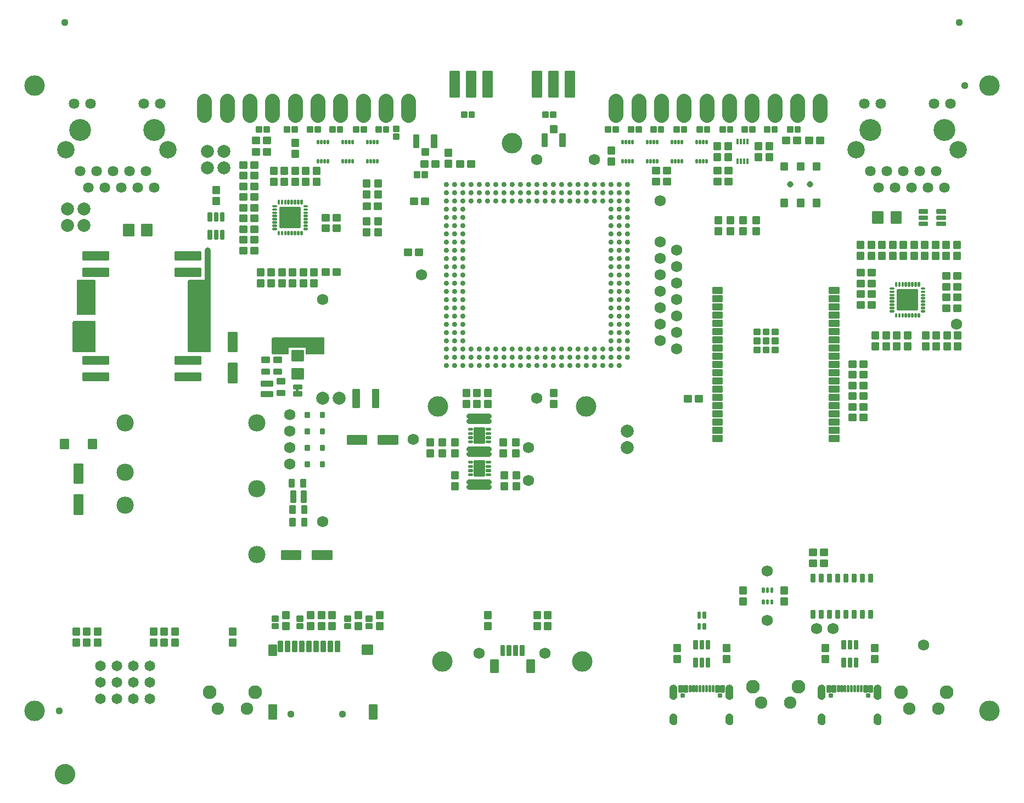
<source format=gts>
G04 EAGLE Gerber RS-274X export*
G75*
%MOMM*%
%FSLAX34Y34*%
%LPD*%
%INSoldermask Top*%
%IPPOS*%
%AMOC8*
5,1,8,0,0,1.08239X$1,22.5*%
G01*
%ADD10C,0.965200*%
%ADD11C,0.812800*%
%ADD12C,0.225400*%
%ADD13C,0.227100*%
%ADD14C,1.127000*%
%ADD15C,3.175000*%
%ADD16C,0.230578*%
%ADD17C,0.225369*%
%ADD18C,0.777000*%
%ADD19C,0.231559*%
%ADD20C,0.225588*%
%ADD21C,0.229050*%
%ADD22C,0.225938*%
%ADD23C,0.224509*%
%ADD24C,1.727000*%
%ADD25C,0.227778*%
%ADD26C,0.224709*%
%ADD27C,3.377000*%
%ADD28C,2.677000*%
%ADD29C,1.627000*%
%ADD30C,0.220319*%
%ADD31C,0.231750*%
%ADD32C,0.228344*%
%ADD33C,0.223409*%
%ADD34C,2.006600*%
%ADD35C,1.927000*%
%ADD36C,2.127000*%
%ADD37C,2.327000*%
%ADD38C,0.223519*%
%ADD39C,2.667000*%
%ADD40C,0.228478*%
%ADD41C,0.225888*%
%ADD42C,0.977000*%
%ADD43R,0.400000X0.900000*%
%ADD44C,0.226609*%
%ADD45C,1.651000*%
%ADD46C,1.270000*%

G36*
X292793Y579383D02*
X292793Y579383D01*
X292851Y579381D01*
X292933Y579403D01*
X293017Y579415D01*
X293070Y579439D01*
X293126Y579453D01*
X293199Y579496D01*
X293276Y579531D01*
X293321Y579569D01*
X293371Y579599D01*
X293429Y579660D01*
X293493Y579715D01*
X293525Y579763D01*
X293565Y579806D01*
X293604Y579881D01*
X293651Y579951D01*
X293668Y580007D01*
X293695Y580059D01*
X293706Y580127D01*
X293736Y580222D01*
X293739Y580322D01*
X293750Y580390D01*
X293750Y689610D01*
X293742Y689668D01*
X293744Y689726D01*
X293722Y689808D01*
X293710Y689892D01*
X293687Y689945D01*
X293672Y690001D01*
X293629Y690074D01*
X293594Y690151D01*
X293556Y690196D01*
X293527Y690246D01*
X293465Y690304D01*
X293411Y690368D01*
X293362Y690400D01*
X293319Y690440D01*
X293244Y690479D01*
X293174Y690526D01*
X293118Y690543D01*
X293066Y690570D01*
X292998Y690581D01*
X292903Y690611D01*
X292803Y690614D01*
X292735Y690625D01*
X259715Y690625D01*
X259657Y690617D01*
X259599Y690619D01*
X259517Y690597D01*
X259434Y690585D01*
X259380Y690562D01*
X259324Y690547D01*
X259251Y690504D01*
X259174Y690469D01*
X259129Y690431D01*
X259079Y690402D01*
X259021Y690340D01*
X258957Y690286D01*
X258925Y690237D01*
X258885Y690194D01*
X258846Y690119D01*
X258800Y690049D01*
X258782Y689993D01*
X258755Y689941D01*
X258744Y689873D01*
X258714Y689778D01*
X258711Y689678D01*
X258700Y689610D01*
X258700Y580390D01*
X258708Y580332D01*
X258706Y580274D01*
X258728Y580192D01*
X258740Y580109D01*
X258764Y580055D01*
X258778Y579999D01*
X258821Y579926D01*
X258856Y579849D01*
X258894Y579804D01*
X258924Y579754D01*
X258985Y579696D01*
X259040Y579632D01*
X259088Y579600D01*
X259131Y579560D01*
X259206Y579521D01*
X259276Y579475D01*
X259332Y579457D01*
X259384Y579430D01*
X259452Y579419D01*
X259547Y579389D01*
X259647Y579386D01*
X259715Y579375D01*
X292735Y579375D01*
X292793Y579383D01*
G37*
G36*
X413443Y575573D02*
X413443Y575573D01*
X413501Y575571D01*
X413583Y575593D01*
X413667Y575605D01*
X413720Y575629D01*
X413776Y575643D01*
X413849Y575686D01*
X413926Y575721D01*
X413971Y575759D01*
X414021Y575789D01*
X414079Y575850D01*
X414143Y575905D01*
X414175Y575953D01*
X414215Y575996D01*
X414254Y576071D01*
X414301Y576141D01*
X414318Y576197D01*
X414345Y576249D01*
X414356Y576317D01*
X414386Y576412D01*
X414389Y576512D01*
X414400Y576580D01*
X414400Y585725D01*
X440310Y585725D01*
X440310Y576580D01*
X440318Y576522D01*
X440316Y576464D01*
X440338Y576382D01*
X440350Y576299D01*
X440374Y576245D01*
X440388Y576189D01*
X440431Y576116D01*
X440466Y576039D01*
X440504Y575994D01*
X440534Y575944D01*
X440595Y575886D01*
X440650Y575822D01*
X440698Y575790D01*
X440741Y575750D01*
X440816Y575711D01*
X440886Y575665D01*
X440942Y575647D01*
X440994Y575620D01*
X441062Y575609D01*
X441157Y575579D01*
X441257Y575576D01*
X441325Y575565D01*
X467995Y575565D01*
X468053Y575573D01*
X468111Y575571D01*
X468193Y575593D01*
X468277Y575605D01*
X468330Y575629D01*
X468386Y575643D01*
X468459Y575686D01*
X468536Y575721D01*
X468581Y575759D01*
X468631Y575789D01*
X468689Y575850D01*
X468753Y575905D01*
X468785Y575953D01*
X468825Y575996D01*
X468864Y576071D01*
X468911Y576141D01*
X468928Y576197D01*
X468955Y576249D01*
X468966Y576317D01*
X468996Y576412D01*
X468999Y576512D01*
X469010Y576580D01*
X469010Y600710D01*
X469002Y600768D01*
X469004Y600826D01*
X468982Y600908D01*
X468970Y600992D01*
X468947Y601045D01*
X468932Y601101D01*
X468889Y601174D01*
X468854Y601251D01*
X468816Y601296D01*
X468787Y601346D01*
X468725Y601404D01*
X468671Y601468D01*
X468622Y601500D01*
X468579Y601540D01*
X468504Y601579D01*
X468434Y601626D01*
X468378Y601643D01*
X468326Y601670D01*
X468258Y601681D01*
X468163Y601711D01*
X468063Y601714D01*
X467995Y601725D01*
X389255Y601725D01*
X389197Y601717D01*
X389139Y601719D01*
X389057Y601697D01*
X388974Y601685D01*
X388920Y601662D01*
X388864Y601647D01*
X388791Y601604D01*
X388714Y601569D01*
X388669Y601531D01*
X388619Y601502D01*
X388561Y601440D01*
X388497Y601386D01*
X388465Y601337D01*
X388425Y601294D01*
X388386Y601219D01*
X388340Y601149D01*
X388322Y601093D01*
X388295Y601041D01*
X388284Y600973D01*
X388254Y600878D01*
X388251Y600778D01*
X388240Y600710D01*
X388240Y576580D01*
X388248Y576522D01*
X388246Y576464D01*
X388268Y576382D01*
X388280Y576299D01*
X388304Y576245D01*
X388318Y576189D01*
X388361Y576116D01*
X388396Y576039D01*
X388434Y575994D01*
X388464Y575944D01*
X388525Y575886D01*
X388580Y575822D01*
X388628Y575790D01*
X388671Y575750D01*
X388746Y575711D01*
X388816Y575665D01*
X388872Y575647D01*
X388924Y575620D01*
X388992Y575609D01*
X389087Y575579D01*
X389187Y575576D01*
X389255Y575565D01*
X413385Y575565D01*
X413443Y575573D01*
G37*
G36*
X114993Y579383D02*
X114993Y579383D01*
X115051Y579381D01*
X115133Y579403D01*
X115217Y579415D01*
X115270Y579439D01*
X115326Y579453D01*
X115399Y579496D01*
X115476Y579531D01*
X115521Y579569D01*
X115571Y579599D01*
X115629Y579660D01*
X115693Y579715D01*
X115725Y579763D01*
X115765Y579806D01*
X115804Y579881D01*
X115851Y579951D01*
X115868Y580007D01*
X115895Y580059D01*
X115906Y580127D01*
X115936Y580222D01*
X115939Y580322D01*
X115950Y580390D01*
X115950Y626110D01*
X115943Y626163D01*
X115944Y626193D01*
X115943Y626196D01*
X115944Y626226D01*
X115922Y626308D01*
X115910Y626392D01*
X115887Y626445D01*
X115872Y626501D01*
X115829Y626574D01*
X115794Y626651D01*
X115756Y626696D01*
X115727Y626746D01*
X115665Y626804D01*
X115611Y626868D01*
X115562Y626900D01*
X115519Y626940D01*
X115444Y626979D01*
X115374Y627026D01*
X115318Y627043D01*
X115266Y627070D01*
X115198Y627081D01*
X115103Y627111D01*
X115003Y627114D01*
X114935Y627125D01*
X81915Y627125D01*
X81857Y627117D01*
X81799Y627119D01*
X81717Y627097D01*
X81634Y627085D01*
X81580Y627062D01*
X81524Y627047D01*
X81451Y627004D01*
X81374Y626969D01*
X81329Y626931D01*
X81279Y626902D01*
X81221Y626840D01*
X81157Y626786D01*
X81125Y626737D01*
X81085Y626694D01*
X81046Y626619D01*
X81000Y626549D01*
X80982Y626493D01*
X80955Y626441D01*
X80944Y626373D01*
X80914Y626278D01*
X80911Y626178D01*
X80900Y626110D01*
X80900Y580390D01*
X80908Y580332D01*
X80906Y580274D01*
X80928Y580192D01*
X80940Y580109D01*
X80964Y580055D01*
X80978Y579999D01*
X81021Y579926D01*
X81056Y579849D01*
X81094Y579804D01*
X81124Y579754D01*
X81185Y579696D01*
X81240Y579632D01*
X81288Y579600D01*
X81331Y579560D01*
X81406Y579521D01*
X81476Y579475D01*
X81532Y579457D01*
X81584Y579430D01*
X81652Y579419D01*
X81747Y579389D01*
X81847Y579386D01*
X81915Y579375D01*
X114935Y579375D01*
X114993Y579383D01*
G37*
G36*
X114993Y636533D02*
X114993Y636533D01*
X115051Y636531D01*
X115133Y636553D01*
X115217Y636565D01*
X115270Y636589D01*
X115326Y636603D01*
X115399Y636646D01*
X115476Y636681D01*
X115521Y636719D01*
X115571Y636749D01*
X115629Y636810D01*
X115693Y636865D01*
X115725Y636913D01*
X115765Y636956D01*
X115804Y637031D01*
X115851Y637101D01*
X115868Y637157D01*
X115895Y637209D01*
X115906Y637277D01*
X115936Y637372D01*
X115939Y637472D01*
X115950Y637540D01*
X115950Y689610D01*
X115942Y689668D01*
X115944Y689726D01*
X115922Y689808D01*
X115910Y689892D01*
X115887Y689945D01*
X115872Y690001D01*
X115829Y690074D01*
X115794Y690151D01*
X115756Y690196D01*
X115727Y690246D01*
X115665Y690304D01*
X115611Y690368D01*
X115562Y690400D01*
X115519Y690440D01*
X115444Y690479D01*
X115374Y690526D01*
X115318Y690543D01*
X115266Y690570D01*
X115198Y690581D01*
X115103Y690611D01*
X115003Y690614D01*
X114935Y690625D01*
X88265Y690625D01*
X88207Y690617D01*
X88149Y690619D01*
X88067Y690597D01*
X87984Y690585D01*
X87930Y690562D01*
X87874Y690547D01*
X87801Y690504D01*
X87724Y690469D01*
X87679Y690431D01*
X87629Y690402D01*
X87571Y690340D01*
X87507Y690286D01*
X87475Y690237D01*
X87435Y690194D01*
X87396Y690119D01*
X87350Y690049D01*
X87332Y689993D01*
X87305Y689941D01*
X87294Y689873D01*
X87264Y689778D01*
X87261Y689678D01*
X87250Y689610D01*
X87250Y637540D01*
X87258Y637482D01*
X87256Y637424D01*
X87278Y637342D01*
X87290Y637259D01*
X87314Y637205D01*
X87328Y637149D01*
X87371Y637076D01*
X87406Y636999D01*
X87444Y636954D01*
X87474Y636904D01*
X87535Y636846D01*
X87590Y636782D01*
X87638Y636750D01*
X87681Y636710D01*
X87756Y636671D01*
X87826Y636625D01*
X87882Y636607D01*
X87934Y636580D01*
X88002Y636569D01*
X88097Y636539D01*
X88197Y636536D01*
X88265Y636525D01*
X114935Y636525D01*
X114993Y636533D01*
G37*
G36*
X1237609Y42883D02*
X1237609Y42883D01*
X1237615Y42889D01*
X1237620Y42885D01*
X1238850Y43250D01*
X1238855Y43257D01*
X1238860Y43255D01*
X1239979Y43885D01*
X1239982Y43892D01*
X1239988Y43891D01*
X1240938Y44754D01*
X1240939Y44762D01*
X1240945Y44762D01*
X1241679Y45815D01*
X1241679Y45823D01*
X1241684Y45825D01*
X1242166Y47015D01*
X1242164Y47020D01*
X1242168Y47023D01*
X1242167Y47024D01*
X1242169Y47025D01*
X1242374Y48292D01*
X1242371Y48297D01*
X1242374Y48300D01*
X1242374Y60300D01*
X1242371Y60304D01*
X1242374Y60307D01*
X1242219Y61429D01*
X1242214Y61434D01*
X1242217Y61438D01*
X1241846Y62509D01*
X1241840Y62513D01*
X1241842Y62518D01*
X1241269Y63495D01*
X1241263Y63498D01*
X1241264Y63503D01*
X1240511Y64350D01*
X1240504Y64352D01*
X1240504Y64357D01*
X1239601Y65041D01*
X1239594Y65041D01*
X1239593Y65046D01*
X1238574Y65541D01*
X1238567Y65539D01*
X1238565Y65544D01*
X1237468Y65831D01*
X1237462Y65828D01*
X1237459Y65832D01*
X1236328Y65899D01*
X1236322Y65899D01*
X1235191Y65832D01*
X1235186Y65827D01*
X1235182Y65831D01*
X1234085Y65544D01*
X1234081Y65538D01*
X1234076Y65541D01*
X1233057Y65046D01*
X1233054Y65040D01*
X1233049Y65041D01*
X1232146Y64357D01*
X1232144Y64350D01*
X1232139Y64350D01*
X1231386Y63503D01*
X1231386Y63496D01*
X1231381Y63495D01*
X1230808Y62518D01*
X1230809Y62515D01*
X1230808Y62514D01*
X1230809Y62513D01*
X1230809Y62511D01*
X1230804Y62509D01*
X1230433Y61438D01*
X1230435Y61433D01*
X1230432Y61431D01*
X1230432Y61430D01*
X1230431Y61429D01*
X1230276Y60307D01*
X1230279Y60302D01*
X1230276Y60300D01*
X1230276Y48300D01*
X1230279Y48295D01*
X1230276Y48292D01*
X1230481Y47025D01*
X1230487Y47019D01*
X1230484Y47015D01*
X1230966Y45825D01*
X1230973Y45821D01*
X1230971Y45815D01*
X1231705Y44762D01*
X1231713Y44760D01*
X1231712Y44754D01*
X1232662Y43891D01*
X1232671Y43890D01*
X1232671Y43885D01*
X1233790Y43255D01*
X1233798Y43256D01*
X1233800Y43250D01*
X1235030Y42885D01*
X1235038Y42888D01*
X1235041Y42883D01*
X1236322Y42801D01*
X1236326Y42804D01*
X1236328Y42801D01*
X1237609Y42883D01*
G37*
G36*
X1095409Y42883D02*
X1095409Y42883D01*
X1095415Y42889D01*
X1095420Y42885D01*
X1096650Y43250D01*
X1096655Y43257D01*
X1096660Y43255D01*
X1097779Y43885D01*
X1097782Y43892D01*
X1097788Y43891D01*
X1098738Y44754D01*
X1098739Y44762D01*
X1098745Y44762D01*
X1099479Y45815D01*
X1099479Y45823D01*
X1099484Y45825D01*
X1099966Y47015D01*
X1099964Y47020D01*
X1099968Y47023D01*
X1099967Y47024D01*
X1099969Y47025D01*
X1100174Y48292D01*
X1100171Y48297D01*
X1100174Y48300D01*
X1100174Y60300D01*
X1100171Y60304D01*
X1100174Y60307D01*
X1100019Y61429D01*
X1100014Y61434D01*
X1100017Y61438D01*
X1099646Y62509D01*
X1099640Y62513D01*
X1099642Y62518D01*
X1099069Y63495D01*
X1099063Y63498D01*
X1099064Y63503D01*
X1098311Y64350D01*
X1098304Y64352D01*
X1098304Y64357D01*
X1097401Y65041D01*
X1097394Y65041D01*
X1097393Y65046D01*
X1096374Y65541D01*
X1096367Y65539D01*
X1096365Y65544D01*
X1095268Y65831D01*
X1095262Y65828D01*
X1095259Y65832D01*
X1094128Y65899D01*
X1094122Y65899D01*
X1092991Y65832D01*
X1092986Y65827D01*
X1092982Y65831D01*
X1091885Y65544D01*
X1091881Y65538D01*
X1091876Y65541D01*
X1090857Y65046D01*
X1090854Y65040D01*
X1090849Y65041D01*
X1089946Y64357D01*
X1089944Y64350D01*
X1089939Y64350D01*
X1089186Y63503D01*
X1089186Y63496D01*
X1089181Y63495D01*
X1088608Y62518D01*
X1088609Y62515D01*
X1088608Y62514D01*
X1088609Y62513D01*
X1088609Y62511D01*
X1088604Y62509D01*
X1088233Y61438D01*
X1088235Y61433D01*
X1088232Y61431D01*
X1088232Y61430D01*
X1088231Y61429D01*
X1088076Y60307D01*
X1088079Y60302D01*
X1088076Y60300D01*
X1088076Y48300D01*
X1088079Y48295D01*
X1088076Y48292D01*
X1088281Y47025D01*
X1088287Y47019D01*
X1088284Y47015D01*
X1088766Y45825D01*
X1088773Y45821D01*
X1088771Y45815D01*
X1089505Y44762D01*
X1089513Y44760D01*
X1089512Y44754D01*
X1090462Y43891D01*
X1090471Y43890D01*
X1090471Y43885D01*
X1091590Y43255D01*
X1091598Y43256D01*
X1091600Y43250D01*
X1092830Y42885D01*
X1092838Y42888D01*
X1092841Y42883D01*
X1094122Y42801D01*
X1094126Y42804D01*
X1094128Y42801D01*
X1095409Y42883D01*
G37*
G36*
X1009009Y42883D02*
X1009009Y42883D01*
X1009015Y42889D01*
X1009020Y42885D01*
X1010250Y43250D01*
X1010255Y43257D01*
X1010260Y43255D01*
X1011379Y43885D01*
X1011382Y43892D01*
X1011388Y43891D01*
X1012338Y44754D01*
X1012339Y44762D01*
X1012345Y44762D01*
X1013079Y45815D01*
X1013079Y45823D01*
X1013084Y45825D01*
X1013566Y47015D01*
X1013564Y47020D01*
X1013568Y47023D01*
X1013567Y47024D01*
X1013569Y47025D01*
X1013774Y48292D01*
X1013771Y48297D01*
X1013774Y48300D01*
X1013774Y60300D01*
X1013771Y60304D01*
X1013774Y60307D01*
X1013619Y61429D01*
X1013614Y61434D01*
X1013617Y61438D01*
X1013246Y62509D01*
X1013240Y62513D01*
X1013242Y62518D01*
X1012669Y63495D01*
X1012663Y63498D01*
X1012664Y63503D01*
X1011911Y64350D01*
X1011904Y64352D01*
X1011904Y64357D01*
X1011001Y65041D01*
X1010994Y65041D01*
X1010993Y65046D01*
X1009974Y65541D01*
X1009967Y65539D01*
X1009965Y65544D01*
X1008868Y65831D01*
X1008862Y65828D01*
X1008859Y65832D01*
X1007728Y65899D01*
X1007722Y65899D01*
X1006591Y65832D01*
X1006586Y65827D01*
X1006582Y65831D01*
X1005485Y65544D01*
X1005481Y65538D01*
X1005476Y65541D01*
X1004457Y65046D01*
X1004454Y65040D01*
X1004449Y65041D01*
X1003546Y64357D01*
X1003544Y64350D01*
X1003539Y64350D01*
X1002786Y63503D01*
X1002786Y63496D01*
X1002781Y63495D01*
X1002208Y62518D01*
X1002209Y62515D01*
X1002208Y62514D01*
X1002209Y62513D01*
X1002209Y62511D01*
X1002204Y62509D01*
X1001833Y61438D01*
X1001835Y61433D01*
X1001832Y61431D01*
X1001832Y61430D01*
X1001831Y61429D01*
X1001676Y60307D01*
X1001679Y60302D01*
X1001676Y60300D01*
X1001676Y48300D01*
X1001679Y48295D01*
X1001676Y48292D01*
X1001881Y47025D01*
X1001887Y47019D01*
X1001884Y47015D01*
X1002366Y45825D01*
X1002373Y45821D01*
X1002371Y45815D01*
X1003105Y44762D01*
X1003113Y44760D01*
X1003112Y44754D01*
X1004062Y43891D01*
X1004071Y43890D01*
X1004071Y43885D01*
X1005190Y43255D01*
X1005198Y43256D01*
X1005200Y43250D01*
X1006430Y42885D01*
X1006438Y42888D01*
X1006441Y42883D01*
X1007722Y42801D01*
X1007726Y42804D01*
X1007728Y42801D01*
X1009009Y42883D01*
G37*
G36*
X1324009Y42883D02*
X1324009Y42883D01*
X1324015Y42889D01*
X1324020Y42885D01*
X1325250Y43250D01*
X1325255Y43257D01*
X1325260Y43255D01*
X1326379Y43885D01*
X1326382Y43892D01*
X1326388Y43891D01*
X1327338Y44754D01*
X1327339Y44762D01*
X1327345Y44762D01*
X1328079Y45815D01*
X1328079Y45823D01*
X1328084Y45825D01*
X1328566Y47015D01*
X1328564Y47020D01*
X1328568Y47023D01*
X1328567Y47024D01*
X1328569Y47025D01*
X1328774Y48292D01*
X1328771Y48297D01*
X1328774Y48300D01*
X1328774Y60300D01*
X1328771Y60304D01*
X1328774Y60307D01*
X1328619Y61429D01*
X1328614Y61434D01*
X1328617Y61438D01*
X1328246Y62509D01*
X1328240Y62513D01*
X1328242Y62518D01*
X1327669Y63495D01*
X1327663Y63498D01*
X1327664Y63503D01*
X1326911Y64350D01*
X1326904Y64352D01*
X1326904Y64357D01*
X1326001Y65041D01*
X1325994Y65041D01*
X1325993Y65046D01*
X1324974Y65541D01*
X1324967Y65539D01*
X1324965Y65544D01*
X1323868Y65831D01*
X1323862Y65828D01*
X1323859Y65832D01*
X1322728Y65899D01*
X1322722Y65899D01*
X1321591Y65832D01*
X1321586Y65827D01*
X1321582Y65831D01*
X1320485Y65544D01*
X1320481Y65538D01*
X1320476Y65541D01*
X1319457Y65046D01*
X1319454Y65040D01*
X1319449Y65041D01*
X1318546Y64357D01*
X1318544Y64350D01*
X1318539Y64350D01*
X1317786Y63503D01*
X1317786Y63496D01*
X1317781Y63495D01*
X1317208Y62518D01*
X1317209Y62515D01*
X1317208Y62514D01*
X1317209Y62513D01*
X1317209Y62511D01*
X1317204Y62509D01*
X1316833Y61438D01*
X1316835Y61433D01*
X1316832Y61431D01*
X1316832Y61430D01*
X1316831Y61429D01*
X1316676Y60307D01*
X1316679Y60302D01*
X1316676Y60300D01*
X1316676Y48300D01*
X1316679Y48295D01*
X1316676Y48292D01*
X1316881Y47025D01*
X1316887Y47019D01*
X1316884Y47015D01*
X1317366Y45825D01*
X1317373Y45821D01*
X1317371Y45815D01*
X1318105Y44762D01*
X1318113Y44760D01*
X1318112Y44754D01*
X1319062Y43891D01*
X1319071Y43890D01*
X1319071Y43885D01*
X1320190Y43255D01*
X1320198Y43256D01*
X1320200Y43250D01*
X1321430Y42885D01*
X1321438Y42888D01*
X1321441Y42883D01*
X1322722Y42801D01*
X1322726Y42804D01*
X1322728Y42801D01*
X1324009Y42883D01*
G37*
G36*
X1323896Y3611D02*
X1323896Y3611D01*
X1323901Y3616D01*
X1323905Y3613D01*
X1325028Y3948D01*
X1325032Y3954D01*
X1325036Y3952D01*
X1326072Y4500D01*
X1326075Y4506D01*
X1326080Y4505D01*
X1326988Y5244D01*
X1326990Y5251D01*
X1326995Y5251D01*
X1327742Y6153D01*
X1327742Y6161D01*
X1327748Y6161D01*
X1328304Y7192D01*
X1328303Y7199D01*
X1328308Y7201D01*
X1328652Y8320D01*
X1328650Y8327D01*
X1328654Y8330D01*
X1328774Y9495D01*
X1328772Y9498D01*
X1328774Y9500D01*
X1328774Y15500D01*
X1328772Y15503D01*
X1328774Y15505D01*
X1328663Y16681D01*
X1328658Y16686D01*
X1328661Y16690D01*
X1328323Y17822D01*
X1328317Y17826D01*
X1328319Y17831D01*
X1327767Y18875D01*
X1327760Y18878D01*
X1327762Y18883D01*
X1327016Y19799D01*
X1327009Y19800D01*
X1327009Y19806D01*
X1326100Y20559D01*
X1326092Y20559D01*
X1326092Y20564D01*
X1325052Y21125D01*
X1325045Y21124D01*
X1325043Y21129D01*
X1323914Y21476D01*
X1323908Y21474D01*
X1323905Y21478D01*
X1322730Y21599D01*
X1322723Y21595D01*
X1322719Y21599D01*
X1321379Y21442D01*
X1321373Y21437D01*
X1321368Y21440D01*
X1320097Y20989D01*
X1320092Y20982D01*
X1320087Y20984D01*
X1318948Y20262D01*
X1318945Y20254D01*
X1318939Y20255D01*
X1317989Y19297D01*
X1317988Y19289D01*
X1317982Y19288D01*
X1317269Y18143D01*
X1317270Y18135D01*
X1317264Y18133D01*
X1316824Y16857D01*
X1316826Y16850D01*
X1316822Y16847D01*
X1316676Y15505D01*
X1316678Y15502D01*
X1316676Y15500D01*
X1316676Y9500D01*
X1316678Y9497D01*
X1316676Y9494D01*
X1316831Y8165D01*
X1316837Y8159D01*
X1316834Y8155D01*
X1317281Y6894D01*
X1317288Y6889D01*
X1317286Y6884D01*
X1318003Y5754D01*
X1318010Y5751D01*
X1318009Y5745D01*
X1318960Y4803D01*
X1318968Y4802D01*
X1318968Y4796D01*
X1320104Y4089D01*
X1320112Y4090D01*
X1320114Y4084D01*
X1321379Y3648D01*
X1321384Y3649D01*
X1321385Y3649D01*
X1321388Y3649D01*
X1321390Y3645D01*
X1322720Y3501D01*
X1322726Y3505D01*
X1322730Y3501D01*
X1323896Y3611D01*
G37*
G36*
X1095296Y3611D02*
X1095296Y3611D01*
X1095301Y3616D01*
X1095305Y3613D01*
X1096428Y3948D01*
X1096432Y3954D01*
X1096436Y3952D01*
X1097472Y4500D01*
X1097475Y4506D01*
X1097480Y4505D01*
X1098388Y5244D01*
X1098390Y5251D01*
X1098395Y5251D01*
X1099142Y6153D01*
X1099142Y6161D01*
X1099148Y6161D01*
X1099704Y7192D01*
X1099703Y7199D01*
X1099708Y7201D01*
X1100052Y8320D01*
X1100050Y8327D01*
X1100054Y8330D01*
X1100174Y9495D01*
X1100172Y9498D01*
X1100174Y9500D01*
X1100174Y15500D01*
X1100172Y15503D01*
X1100174Y15505D01*
X1100063Y16681D01*
X1100058Y16686D01*
X1100061Y16690D01*
X1099723Y17822D01*
X1099717Y17826D01*
X1099719Y17831D01*
X1099167Y18875D01*
X1099160Y18878D01*
X1099162Y18883D01*
X1098416Y19799D01*
X1098409Y19800D01*
X1098409Y19806D01*
X1097500Y20559D01*
X1097492Y20559D01*
X1097492Y20564D01*
X1096452Y21125D01*
X1096445Y21124D01*
X1096443Y21129D01*
X1095314Y21476D01*
X1095308Y21474D01*
X1095305Y21478D01*
X1094130Y21599D01*
X1094123Y21595D01*
X1094119Y21599D01*
X1092779Y21442D01*
X1092773Y21437D01*
X1092768Y21440D01*
X1091497Y20989D01*
X1091492Y20982D01*
X1091487Y20984D01*
X1090348Y20262D01*
X1090345Y20254D01*
X1090339Y20255D01*
X1089389Y19297D01*
X1089388Y19289D01*
X1089382Y19288D01*
X1088669Y18143D01*
X1088670Y18135D01*
X1088664Y18133D01*
X1088224Y16857D01*
X1088226Y16850D01*
X1088222Y16847D01*
X1088076Y15505D01*
X1088078Y15502D01*
X1088076Y15500D01*
X1088076Y9500D01*
X1088078Y9497D01*
X1088076Y9494D01*
X1088231Y8165D01*
X1088237Y8159D01*
X1088234Y8155D01*
X1088681Y6894D01*
X1088688Y6889D01*
X1088686Y6884D01*
X1089403Y5754D01*
X1089410Y5751D01*
X1089409Y5745D01*
X1090360Y4803D01*
X1090368Y4802D01*
X1090368Y4796D01*
X1091504Y4089D01*
X1091512Y4090D01*
X1091514Y4084D01*
X1092779Y3648D01*
X1092784Y3649D01*
X1092785Y3649D01*
X1092788Y3649D01*
X1092790Y3645D01*
X1094120Y3501D01*
X1094126Y3505D01*
X1094130Y3501D01*
X1095296Y3611D01*
G37*
G36*
X1008896Y3611D02*
X1008896Y3611D01*
X1008901Y3616D01*
X1008905Y3613D01*
X1010028Y3948D01*
X1010032Y3954D01*
X1010036Y3952D01*
X1011072Y4500D01*
X1011075Y4506D01*
X1011080Y4505D01*
X1011988Y5244D01*
X1011990Y5251D01*
X1011995Y5251D01*
X1012742Y6153D01*
X1012742Y6161D01*
X1012748Y6161D01*
X1013304Y7192D01*
X1013303Y7199D01*
X1013308Y7201D01*
X1013652Y8320D01*
X1013650Y8327D01*
X1013654Y8330D01*
X1013774Y9495D01*
X1013772Y9498D01*
X1013774Y9500D01*
X1013774Y15500D01*
X1013772Y15503D01*
X1013774Y15505D01*
X1013663Y16681D01*
X1013658Y16686D01*
X1013661Y16690D01*
X1013323Y17822D01*
X1013317Y17826D01*
X1013319Y17831D01*
X1012767Y18875D01*
X1012760Y18878D01*
X1012762Y18883D01*
X1012016Y19799D01*
X1012009Y19800D01*
X1012009Y19806D01*
X1011100Y20559D01*
X1011092Y20559D01*
X1011092Y20564D01*
X1010052Y21125D01*
X1010045Y21124D01*
X1010043Y21129D01*
X1008914Y21476D01*
X1008908Y21474D01*
X1008905Y21478D01*
X1007730Y21599D01*
X1007723Y21595D01*
X1007719Y21599D01*
X1006379Y21442D01*
X1006373Y21437D01*
X1006368Y21440D01*
X1005097Y20989D01*
X1005092Y20982D01*
X1005087Y20984D01*
X1003948Y20262D01*
X1003945Y20254D01*
X1003939Y20255D01*
X1002989Y19297D01*
X1002988Y19289D01*
X1002982Y19288D01*
X1002269Y18143D01*
X1002270Y18135D01*
X1002264Y18133D01*
X1001824Y16857D01*
X1001826Y16850D01*
X1001822Y16847D01*
X1001676Y15505D01*
X1001678Y15502D01*
X1001676Y15500D01*
X1001676Y9500D01*
X1001678Y9497D01*
X1001676Y9494D01*
X1001831Y8165D01*
X1001837Y8159D01*
X1001834Y8155D01*
X1002281Y6894D01*
X1002288Y6889D01*
X1002286Y6884D01*
X1003003Y5754D01*
X1003010Y5751D01*
X1003009Y5745D01*
X1003960Y4803D01*
X1003968Y4802D01*
X1003968Y4796D01*
X1005104Y4089D01*
X1005112Y4090D01*
X1005114Y4084D01*
X1006379Y3648D01*
X1006384Y3649D01*
X1006385Y3649D01*
X1006388Y3649D01*
X1006390Y3645D01*
X1007720Y3501D01*
X1007726Y3505D01*
X1007730Y3501D01*
X1008896Y3611D01*
G37*
G36*
X1237496Y3611D02*
X1237496Y3611D01*
X1237501Y3616D01*
X1237505Y3613D01*
X1238628Y3948D01*
X1238632Y3954D01*
X1238636Y3952D01*
X1239672Y4500D01*
X1239675Y4506D01*
X1239680Y4505D01*
X1240588Y5244D01*
X1240590Y5251D01*
X1240595Y5251D01*
X1241342Y6153D01*
X1241342Y6161D01*
X1241348Y6161D01*
X1241904Y7192D01*
X1241903Y7199D01*
X1241908Y7201D01*
X1242252Y8320D01*
X1242250Y8327D01*
X1242254Y8330D01*
X1242374Y9495D01*
X1242372Y9498D01*
X1242374Y9500D01*
X1242374Y15500D01*
X1242372Y15503D01*
X1242374Y15505D01*
X1242263Y16681D01*
X1242258Y16686D01*
X1242261Y16690D01*
X1241923Y17822D01*
X1241917Y17826D01*
X1241919Y17831D01*
X1241367Y18875D01*
X1241360Y18878D01*
X1241362Y18883D01*
X1240616Y19799D01*
X1240609Y19800D01*
X1240609Y19806D01*
X1239700Y20559D01*
X1239692Y20559D01*
X1239692Y20564D01*
X1238652Y21125D01*
X1238645Y21124D01*
X1238643Y21129D01*
X1237514Y21476D01*
X1237508Y21474D01*
X1237505Y21478D01*
X1236330Y21599D01*
X1236323Y21595D01*
X1236319Y21599D01*
X1234979Y21442D01*
X1234973Y21437D01*
X1234968Y21440D01*
X1233697Y20989D01*
X1233692Y20982D01*
X1233687Y20984D01*
X1232548Y20262D01*
X1232545Y20254D01*
X1232539Y20255D01*
X1231589Y19297D01*
X1231588Y19289D01*
X1231582Y19288D01*
X1230869Y18143D01*
X1230870Y18135D01*
X1230864Y18133D01*
X1230424Y16857D01*
X1230426Y16850D01*
X1230422Y16847D01*
X1230276Y15505D01*
X1230278Y15502D01*
X1230276Y15500D01*
X1230276Y9500D01*
X1230278Y9497D01*
X1230276Y9494D01*
X1230431Y8165D01*
X1230437Y8159D01*
X1230434Y8155D01*
X1230881Y6894D01*
X1230888Y6889D01*
X1230886Y6884D01*
X1231603Y5754D01*
X1231610Y5751D01*
X1231609Y5745D01*
X1232560Y4803D01*
X1232568Y4802D01*
X1232568Y4796D01*
X1233704Y4089D01*
X1233712Y4090D01*
X1233714Y4084D01*
X1234979Y3648D01*
X1234984Y3649D01*
X1234985Y3649D01*
X1234988Y3649D01*
X1234990Y3645D01*
X1236320Y3501D01*
X1236326Y3505D01*
X1236330Y3501D01*
X1237496Y3611D01*
G37*
G36*
X683083Y834423D02*
X683083Y834423D01*
X683099Y834421D01*
X683961Y834634D01*
X683973Y834643D01*
X683990Y834645D01*
X684776Y835057D01*
X684785Y835069D01*
X684801Y835074D01*
X685465Y835663D01*
X685472Y835677D01*
X685486Y835686D01*
X685990Y836417D01*
X685993Y836431D01*
X686004Y836444D01*
X686319Y837274D01*
X686318Y837289D01*
X686326Y837303D01*
X686433Y838185D01*
X686429Y838198D01*
X686434Y838209D01*
X686432Y838212D01*
X686433Y838215D01*
X686326Y839097D01*
X686319Y839110D01*
X686319Y839126D01*
X686004Y839956D01*
X685994Y839967D01*
X685990Y839983D01*
X685486Y840714D01*
X685473Y840722D01*
X685465Y840737D01*
X684801Y841326D01*
X684795Y841328D01*
X684794Y841329D01*
X684785Y841332D01*
X684776Y841343D01*
X683990Y841755D01*
X683975Y841757D01*
X683961Y841766D01*
X683099Y841979D01*
X683085Y841976D01*
X683069Y841982D01*
X682181Y841982D01*
X682167Y841977D01*
X682151Y841979D01*
X681289Y841766D01*
X681277Y841757D01*
X681260Y841755D01*
X680474Y841343D01*
X680465Y841331D01*
X680449Y841326D01*
X679785Y840737D01*
X679778Y840723D01*
X679764Y840714D01*
X679260Y839983D01*
X679257Y839969D01*
X679246Y839956D01*
X678931Y839126D01*
X678932Y839111D01*
X678924Y839097D01*
X678817Y838215D01*
X678819Y838207D01*
X678816Y838201D01*
X678819Y838195D01*
X678817Y838185D01*
X678924Y837303D01*
X678931Y837290D01*
X678931Y837274D01*
X679246Y836444D01*
X679256Y836433D01*
X679260Y836417D01*
X679764Y835686D01*
X679777Y835678D01*
X679785Y835663D01*
X680449Y835074D01*
X680463Y835070D01*
X680474Y835057D01*
X681260Y834645D01*
X681275Y834643D01*
X681289Y834634D01*
X682151Y834421D01*
X682166Y834424D01*
X682181Y834418D01*
X683069Y834418D01*
X683083Y834423D01*
G37*
G36*
X937083Y834423D02*
X937083Y834423D01*
X937099Y834421D01*
X937961Y834634D01*
X937973Y834643D01*
X937990Y834645D01*
X938776Y835057D01*
X938785Y835069D01*
X938801Y835074D01*
X939465Y835663D01*
X939472Y835677D01*
X939486Y835686D01*
X939990Y836417D01*
X939993Y836431D01*
X940004Y836444D01*
X940319Y837274D01*
X940318Y837289D01*
X940326Y837303D01*
X940433Y838185D01*
X940429Y838198D01*
X940434Y838209D01*
X940432Y838212D01*
X940433Y838215D01*
X940326Y839097D01*
X940319Y839110D01*
X940319Y839126D01*
X940004Y839956D01*
X939994Y839967D01*
X939990Y839983D01*
X939486Y840714D01*
X939473Y840722D01*
X939465Y840737D01*
X938801Y841326D01*
X938795Y841328D01*
X938794Y841329D01*
X938785Y841332D01*
X938776Y841343D01*
X937990Y841755D01*
X937975Y841757D01*
X937961Y841766D01*
X937099Y841979D01*
X937085Y841976D01*
X937069Y841982D01*
X936181Y841982D01*
X936167Y841977D01*
X936151Y841979D01*
X935289Y841766D01*
X935277Y841757D01*
X935260Y841755D01*
X934474Y841343D01*
X934465Y841331D01*
X934449Y841326D01*
X933785Y840737D01*
X933778Y840723D01*
X933764Y840714D01*
X933260Y839983D01*
X933257Y839969D01*
X933246Y839956D01*
X932931Y839126D01*
X932932Y839111D01*
X932924Y839097D01*
X932817Y838215D01*
X932819Y838207D01*
X932816Y838201D01*
X932819Y838195D01*
X932817Y838185D01*
X932924Y837303D01*
X932931Y837290D01*
X932931Y837274D01*
X933246Y836444D01*
X933256Y836433D01*
X933260Y836417D01*
X933764Y835686D01*
X933777Y835678D01*
X933785Y835663D01*
X934449Y835074D01*
X934463Y835070D01*
X934474Y835057D01*
X935260Y834645D01*
X935275Y834643D01*
X935289Y834634D01*
X936151Y834421D01*
X936166Y834424D01*
X936181Y834418D01*
X937069Y834418D01*
X937083Y834423D01*
G37*
G36*
X670383Y834423D02*
X670383Y834423D01*
X670399Y834421D01*
X671261Y834634D01*
X671273Y834643D01*
X671290Y834645D01*
X672076Y835057D01*
X672085Y835069D01*
X672101Y835074D01*
X672765Y835663D01*
X672772Y835677D01*
X672786Y835686D01*
X673290Y836417D01*
X673293Y836431D01*
X673304Y836444D01*
X673619Y837274D01*
X673618Y837289D01*
X673626Y837303D01*
X673733Y838185D01*
X673729Y838198D01*
X673734Y838209D01*
X673732Y838212D01*
X673733Y838215D01*
X673626Y839097D01*
X673619Y839110D01*
X673619Y839126D01*
X673304Y839956D01*
X673294Y839967D01*
X673290Y839983D01*
X672786Y840714D01*
X672773Y840722D01*
X672765Y840737D01*
X672101Y841326D01*
X672095Y841328D01*
X672094Y841329D01*
X672085Y841332D01*
X672076Y841343D01*
X671290Y841755D01*
X671275Y841757D01*
X671261Y841766D01*
X670399Y841979D01*
X670385Y841976D01*
X670369Y841982D01*
X669481Y841982D01*
X669467Y841977D01*
X669451Y841979D01*
X668589Y841766D01*
X668577Y841757D01*
X668560Y841755D01*
X667774Y841343D01*
X667765Y841331D01*
X667749Y841326D01*
X667085Y840737D01*
X667078Y840723D01*
X667064Y840714D01*
X666560Y839983D01*
X666557Y839969D01*
X666546Y839956D01*
X666231Y839126D01*
X666232Y839111D01*
X666224Y839097D01*
X666117Y838215D01*
X666119Y838207D01*
X666116Y838201D01*
X666119Y838195D01*
X666117Y838185D01*
X666224Y837303D01*
X666231Y837290D01*
X666231Y837274D01*
X666546Y836444D01*
X666556Y836433D01*
X666560Y836417D01*
X667064Y835686D01*
X667077Y835678D01*
X667085Y835663D01*
X667749Y835074D01*
X667763Y835070D01*
X667774Y835057D01*
X668560Y834645D01*
X668575Y834643D01*
X668589Y834634D01*
X669451Y834421D01*
X669466Y834424D01*
X669481Y834418D01*
X670369Y834418D01*
X670383Y834423D01*
G37*
G36*
X746583Y834423D02*
X746583Y834423D01*
X746599Y834421D01*
X747461Y834634D01*
X747473Y834643D01*
X747490Y834645D01*
X748276Y835057D01*
X748285Y835069D01*
X748301Y835074D01*
X748965Y835663D01*
X748972Y835677D01*
X748986Y835686D01*
X749490Y836417D01*
X749493Y836431D01*
X749504Y836444D01*
X749819Y837274D01*
X749818Y837289D01*
X749826Y837303D01*
X749933Y838185D01*
X749929Y838198D01*
X749934Y838209D01*
X749932Y838212D01*
X749933Y838215D01*
X749826Y839097D01*
X749819Y839110D01*
X749819Y839126D01*
X749504Y839956D01*
X749494Y839967D01*
X749490Y839983D01*
X748986Y840714D01*
X748973Y840722D01*
X748965Y840737D01*
X748301Y841326D01*
X748295Y841328D01*
X748294Y841329D01*
X748285Y841332D01*
X748276Y841343D01*
X747490Y841755D01*
X747475Y841757D01*
X747461Y841766D01*
X746599Y841979D01*
X746585Y841976D01*
X746569Y841982D01*
X745681Y841982D01*
X745667Y841977D01*
X745651Y841979D01*
X744789Y841766D01*
X744777Y841757D01*
X744760Y841755D01*
X743974Y841343D01*
X743965Y841331D01*
X743949Y841326D01*
X743285Y840737D01*
X743278Y840723D01*
X743264Y840714D01*
X742760Y839983D01*
X742757Y839969D01*
X742746Y839956D01*
X742431Y839126D01*
X742432Y839111D01*
X742424Y839097D01*
X742317Y838215D01*
X742319Y838207D01*
X742316Y838201D01*
X742319Y838195D01*
X742317Y838185D01*
X742424Y837303D01*
X742431Y837290D01*
X742431Y837274D01*
X742746Y836444D01*
X742756Y836433D01*
X742760Y836417D01*
X743264Y835686D01*
X743277Y835678D01*
X743285Y835663D01*
X743949Y835074D01*
X743963Y835070D01*
X743974Y835057D01*
X744760Y834645D01*
X744775Y834643D01*
X744789Y834634D01*
X745651Y834421D01*
X745666Y834424D01*
X745681Y834418D01*
X746569Y834418D01*
X746583Y834423D01*
G37*
G36*
X911683Y834423D02*
X911683Y834423D01*
X911699Y834421D01*
X912561Y834634D01*
X912573Y834643D01*
X912590Y834645D01*
X913376Y835057D01*
X913385Y835069D01*
X913401Y835074D01*
X914065Y835663D01*
X914072Y835677D01*
X914086Y835686D01*
X914590Y836417D01*
X914593Y836431D01*
X914604Y836444D01*
X914919Y837274D01*
X914918Y837289D01*
X914926Y837303D01*
X915033Y838185D01*
X915029Y838198D01*
X915034Y838209D01*
X915032Y838212D01*
X915033Y838215D01*
X914926Y839097D01*
X914919Y839110D01*
X914919Y839126D01*
X914604Y839956D01*
X914594Y839967D01*
X914590Y839983D01*
X914086Y840714D01*
X914073Y840722D01*
X914065Y840737D01*
X913401Y841326D01*
X913395Y841328D01*
X913394Y841329D01*
X913385Y841332D01*
X913376Y841343D01*
X912590Y841755D01*
X912575Y841757D01*
X912561Y841766D01*
X911699Y841979D01*
X911685Y841976D01*
X911669Y841982D01*
X910781Y841982D01*
X910767Y841977D01*
X910751Y841979D01*
X909889Y841766D01*
X909877Y841757D01*
X909860Y841755D01*
X909074Y841343D01*
X909065Y841331D01*
X909049Y841326D01*
X908385Y840737D01*
X908378Y840723D01*
X908364Y840714D01*
X907860Y839983D01*
X907857Y839969D01*
X907846Y839956D01*
X907531Y839126D01*
X907532Y839111D01*
X907524Y839097D01*
X907417Y838215D01*
X907419Y838207D01*
X907416Y838201D01*
X907419Y838195D01*
X907417Y838185D01*
X907524Y837303D01*
X907531Y837290D01*
X907531Y837274D01*
X907846Y836444D01*
X907856Y836433D01*
X907860Y836417D01*
X908364Y835686D01*
X908377Y835678D01*
X908385Y835663D01*
X909049Y835074D01*
X909063Y835070D01*
X909074Y835057D01*
X909860Y834645D01*
X909875Y834643D01*
X909889Y834634D01*
X910751Y834421D01*
X910766Y834424D01*
X910781Y834418D01*
X911669Y834418D01*
X911683Y834423D01*
G37*
G36*
X898983Y834423D02*
X898983Y834423D01*
X898999Y834421D01*
X899861Y834634D01*
X899873Y834643D01*
X899890Y834645D01*
X900676Y835057D01*
X900685Y835069D01*
X900701Y835074D01*
X901365Y835663D01*
X901372Y835677D01*
X901386Y835686D01*
X901890Y836417D01*
X901893Y836431D01*
X901904Y836444D01*
X902219Y837274D01*
X902218Y837289D01*
X902226Y837303D01*
X902333Y838185D01*
X902329Y838198D01*
X902334Y838209D01*
X902332Y838212D01*
X902333Y838215D01*
X902226Y839097D01*
X902219Y839110D01*
X902219Y839126D01*
X901904Y839956D01*
X901894Y839967D01*
X901890Y839983D01*
X901386Y840714D01*
X901373Y840722D01*
X901365Y840737D01*
X900701Y841326D01*
X900695Y841328D01*
X900694Y841329D01*
X900685Y841332D01*
X900676Y841343D01*
X899890Y841755D01*
X899875Y841757D01*
X899861Y841766D01*
X898999Y841979D01*
X898985Y841976D01*
X898969Y841982D01*
X898081Y841982D01*
X898067Y841977D01*
X898051Y841979D01*
X897189Y841766D01*
X897177Y841757D01*
X897160Y841755D01*
X896374Y841343D01*
X896365Y841331D01*
X896349Y841326D01*
X895685Y840737D01*
X895678Y840723D01*
X895664Y840714D01*
X895160Y839983D01*
X895157Y839969D01*
X895146Y839956D01*
X894831Y839126D01*
X894832Y839111D01*
X894824Y839097D01*
X894717Y838215D01*
X894719Y838207D01*
X894716Y838201D01*
X894719Y838195D01*
X894717Y838185D01*
X894824Y837303D01*
X894831Y837290D01*
X894831Y837274D01*
X895146Y836444D01*
X895156Y836433D01*
X895160Y836417D01*
X895664Y835686D01*
X895677Y835678D01*
X895685Y835663D01*
X896349Y835074D01*
X896363Y835070D01*
X896374Y835057D01*
X897160Y834645D01*
X897175Y834643D01*
X897189Y834634D01*
X898051Y834421D01*
X898066Y834424D01*
X898081Y834418D01*
X898969Y834418D01*
X898983Y834423D01*
G37*
G36*
X873583Y834423D02*
X873583Y834423D01*
X873599Y834421D01*
X874461Y834634D01*
X874473Y834643D01*
X874490Y834645D01*
X875276Y835057D01*
X875285Y835069D01*
X875301Y835074D01*
X875965Y835663D01*
X875972Y835677D01*
X875986Y835686D01*
X876490Y836417D01*
X876493Y836431D01*
X876504Y836444D01*
X876819Y837274D01*
X876818Y837289D01*
X876826Y837303D01*
X876933Y838185D01*
X876929Y838198D01*
X876934Y838209D01*
X876932Y838212D01*
X876933Y838215D01*
X876826Y839097D01*
X876819Y839110D01*
X876819Y839126D01*
X876504Y839956D01*
X876494Y839967D01*
X876490Y839983D01*
X875986Y840714D01*
X875973Y840722D01*
X875965Y840737D01*
X875301Y841326D01*
X875295Y841328D01*
X875294Y841329D01*
X875285Y841332D01*
X875276Y841343D01*
X874490Y841755D01*
X874475Y841757D01*
X874461Y841766D01*
X873599Y841979D01*
X873585Y841976D01*
X873569Y841982D01*
X872681Y841982D01*
X872667Y841977D01*
X872651Y841979D01*
X871789Y841766D01*
X871777Y841757D01*
X871760Y841755D01*
X870974Y841343D01*
X870965Y841331D01*
X870949Y841326D01*
X870285Y840737D01*
X870278Y840723D01*
X870264Y840714D01*
X869760Y839983D01*
X869757Y839969D01*
X869746Y839956D01*
X869431Y839126D01*
X869432Y839111D01*
X869424Y839097D01*
X869317Y838215D01*
X869319Y838207D01*
X869316Y838201D01*
X869319Y838195D01*
X869317Y838185D01*
X869424Y837303D01*
X869431Y837290D01*
X869431Y837274D01*
X869746Y836444D01*
X869756Y836433D01*
X869760Y836417D01*
X870264Y835686D01*
X870277Y835678D01*
X870285Y835663D01*
X870949Y835074D01*
X870963Y835070D01*
X870974Y835057D01*
X871760Y834645D01*
X871775Y834643D01*
X871789Y834634D01*
X872651Y834421D01*
X872666Y834424D01*
X872681Y834418D01*
X873569Y834418D01*
X873583Y834423D01*
G37*
G36*
X771983Y834423D02*
X771983Y834423D01*
X771999Y834421D01*
X772861Y834634D01*
X772873Y834643D01*
X772890Y834645D01*
X773676Y835057D01*
X773685Y835069D01*
X773701Y835074D01*
X774365Y835663D01*
X774372Y835677D01*
X774386Y835686D01*
X774890Y836417D01*
X774893Y836431D01*
X774904Y836444D01*
X775219Y837274D01*
X775218Y837289D01*
X775226Y837303D01*
X775333Y838185D01*
X775329Y838198D01*
X775334Y838209D01*
X775332Y838212D01*
X775333Y838215D01*
X775226Y839097D01*
X775219Y839110D01*
X775219Y839126D01*
X774904Y839956D01*
X774894Y839967D01*
X774890Y839983D01*
X774386Y840714D01*
X774373Y840722D01*
X774365Y840737D01*
X773701Y841326D01*
X773695Y841328D01*
X773694Y841329D01*
X773685Y841332D01*
X773676Y841343D01*
X772890Y841755D01*
X772875Y841757D01*
X772861Y841766D01*
X771999Y841979D01*
X771985Y841976D01*
X771969Y841982D01*
X771081Y841982D01*
X771067Y841977D01*
X771051Y841979D01*
X770189Y841766D01*
X770177Y841757D01*
X770160Y841755D01*
X769374Y841343D01*
X769365Y841331D01*
X769349Y841326D01*
X768685Y840737D01*
X768678Y840723D01*
X768664Y840714D01*
X768160Y839983D01*
X768157Y839969D01*
X768146Y839956D01*
X767831Y839126D01*
X767832Y839111D01*
X767824Y839097D01*
X767717Y838215D01*
X767719Y838207D01*
X767716Y838201D01*
X767719Y838195D01*
X767717Y838185D01*
X767824Y837303D01*
X767831Y837290D01*
X767831Y837274D01*
X768146Y836444D01*
X768156Y836433D01*
X768160Y836417D01*
X768664Y835686D01*
X768677Y835678D01*
X768685Y835663D01*
X769349Y835074D01*
X769363Y835070D01*
X769374Y835057D01*
X770160Y834645D01*
X770175Y834643D01*
X770189Y834634D01*
X771051Y834421D01*
X771066Y834424D01*
X771081Y834418D01*
X771969Y834418D01*
X771983Y834423D01*
G37*
G36*
X657683Y834423D02*
X657683Y834423D01*
X657699Y834421D01*
X658561Y834634D01*
X658573Y834643D01*
X658590Y834645D01*
X659376Y835057D01*
X659385Y835069D01*
X659401Y835074D01*
X660065Y835663D01*
X660072Y835677D01*
X660086Y835686D01*
X660590Y836417D01*
X660593Y836431D01*
X660604Y836444D01*
X660919Y837274D01*
X660918Y837289D01*
X660926Y837303D01*
X661033Y838185D01*
X661029Y838198D01*
X661034Y838209D01*
X661032Y838212D01*
X661033Y838215D01*
X660926Y839097D01*
X660919Y839110D01*
X660919Y839126D01*
X660604Y839956D01*
X660594Y839967D01*
X660590Y839983D01*
X660086Y840714D01*
X660073Y840722D01*
X660065Y840737D01*
X659401Y841326D01*
X659395Y841328D01*
X659394Y841329D01*
X659385Y841332D01*
X659376Y841343D01*
X658590Y841755D01*
X658575Y841757D01*
X658561Y841766D01*
X657699Y841979D01*
X657685Y841976D01*
X657669Y841982D01*
X656781Y841982D01*
X656767Y841977D01*
X656751Y841979D01*
X655889Y841766D01*
X655877Y841757D01*
X655860Y841755D01*
X655074Y841343D01*
X655065Y841331D01*
X655049Y841326D01*
X654385Y840737D01*
X654378Y840723D01*
X654364Y840714D01*
X653860Y839983D01*
X653857Y839969D01*
X653846Y839956D01*
X653531Y839126D01*
X653532Y839111D01*
X653524Y839097D01*
X653417Y838215D01*
X653419Y838207D01*
X653416Y838201D01*
X653419Y838195D01*
X653417Y838185D01*
X653524Y837303D01*
X653531Y837290D01*
X653531Y837274D01*
X653846Y836444D01*
X653856Y836433D01*
X653860Y836417D01*
X654364Y835686D01*
X654377Y835678D01*
X654385Y835663D01*
X655049Y835074D01*
X655063Y835070D01*
X655074Y835057D01*
X655860Y834645D01*
X655875Y834643D01*
X655889Y834634D01*
X656751Y834421D01*
X656766Y834424D01*
X656781Y834418D01*
X657669Y834418D01*
X657683Y834423D01*
G37*
G36*
X835483Y834423D02*
X835483Y834423D01*
X835499Y834421D01*
X836361Y834634D01*
X836373Y834643D01*
X836390Y834645D01*
X837176Y835057D01*
X837185Y835069D01*
X837201Y835074D01*
X837865Y835663D01*
X837872Y835677D01*
X837886Y835686D01*
X838390Y836417D01*
X838393Y836431D01*
X838404Y836444D01*
X838719Y837274D01*
X838718Y837289D01*
X838726Y837303D01*
X838833Y838185D01*
X838829Y838198D01*
X838834Y838209D01*
X838832Y838212D01*
X838833Y838215D01*
X838726Y839097D01*
X838719Y839110D01*
X838719Y839126D01*
X838404Y839956D01*
X838394Y839967D01*
X838390Y839983D01*
X837886Y840714D01*
X837873Y840722D01*
X837865Y840737D01*
X837201Y841326D01*
X837195Y841328D01*
X837194Y841329D01*
X837185Y841332D01*
X837176Y841343D01*
X836390Y841755D01*
X836375Y841757D01*
X836361Y841766D01*
X835499Y841979D01*
X835485Y841976D01*
X835469Y841982D01*
X834581Y841982D01*
X834567Y841977D01*
X834551Y841979D01*
X833689Y841766D01*
X833677Y841757D01*
X833660Y841755D01*
X832874Y841343D01*
X832865Y841331D01*
X832849Y841326D01*
X832185Y840737D01*
X832178Y840723D01*
X832164Y840714D01*
X831660Y839983D01*
X831657Y839969D01*
X831646Y839956D01*
X831331Y839126D01*
X831332Y839111D01*
X831324Y839097D01*
X831217Y838215D01*
X831219Y838207D01*
X831216Y838201D01*
X831219Y838195D01*
X831217Y838185D01*
X831324Y837303D01*
X831331Y837290D01*
X831331Y837274D01*
X831646Y836444D01*
X831656Y836433D01*
X831660Y836417D01*
X832164Y835686D01*
X832177Y835678D01*
X832185Y835663D01*
X832849Y835074D01*
X832863Y835070D01*
X832874Y835057D01*
X833660Y834645D01*
X833675Y834643D01*
X833689Y834634D01*
X834551Y834421D01*
X834566Y834424D01*
X834581Y834418D01*
X835469Y834418D01*
X835483Y834423D01*
G37*
G36*
X695783Y834423D02*
X695783Y834423D01*
X695799Y834421D01*
X696661Y834634D01*
X696673Y834643D01*
X696690Y834645D01*
X697476Y835057D01*
X697485Y835069D01*
X697501Y835074D01*
X698165Y835663D01*
X698172Y835677D01*
X698186Y835686D01*
X698690Y836417D01*
X698693Y836431D01*
X698704Y836444D01*
X699019Y837274D01*
X699018Y837289D01*
X699026Y837303D01*
X699133Y838185D01*
X699129Y838198D01*
X699134Y838209D01*
X699132Y838212D01*
X699133Y838215D01*
X699026Y839097D01*
X699019Y839110D01*
X699019Y839126D01*
X698704Y839956D01*
X698694Y839967D01*
X698690Y839983D01*
X698186Y840714D01*
X698173Y840722D01*
X698165Y840737D01*
X697501Y841326D01*
X697495Y841328D01*
X697494Y841329D01*
X697485Y841332D01*
X697476Y841343D01*
X696690Y841755D01*
X696675Y841757D01*
X696661Y841766D01*
X695799Y841979D01*
X695785Y841976D01*
X695769Y841982D01*
X694881Y841982D01*
X694867Y841977D01*
X694851Y841979D01*
X693989Y841766D01*
X693977Y841757D01*
X693960Y841755D01*
X693174Y841343D01*
X693165Y841331D01*
X693149Y841326D01*
X692485Y840737D01*
X692478Y840723D01*
X692464Y840714D01*
X691960Y839983D01*
X691957Y839969D01*
X691946Y839956D01*
X691631Y839126D01*
X691632Y839111D01*
X691624Y839097D01*
X691517Y838215D01*
X691519Y838207D01*
X691516Y838201D01*
X691519Y838195D01*
X691517Y838185D01*
X691624Y837303D01*
X691631Y837290D01*
X691631Y837274D01*
X691946Y836444D01*
X691956Y836433D01*
X691960Y836417D01*
X692464Y835686D01*
X692477Y835678D01*
X692485Y835663D01*
X693149Y835074D01*
X693163Y835070D01*
X693174Y835057D01*
X693960Y834645D01*
X693975Y834643D01*
X693989Y834634D01*
X694851Y834421D01*
X694866Y834424D01*
X694881Y834418D01*
X695769Y834418D01*
X695783Y834423D01*
G37*
G36*
X797383Y834423D02*
X797383Y834423D01*
X797399Y834421D01*
X798261Y834634D01*
X798273Y834643D01*
X798290Y834645D01*
X799076Y835057D01*
X799085Y835069D01*
X799101Y835074D01*
X799765Y835663D01*
X799772Y835677D01*
X799786Y835686D01*
X800290Y836417D01*
X800293Y836431D01*
X800304Y836444D01*
X800619Y837274D01*
X800618Y837289D01*
X800626Y837303D01*
X800733Y838185D01*
X800729Y838198D01*
X800734Y838209D01*
X800732Y838212D01*
X800733Y838215D01*
X800626Y839097D01*
X800619Y839110D01*
X800619Y839126D01*
X800304Y839956D01*
X800294Y839967D01*
X800290Y839983D01*
X799786Y840714D01*
X799773Y840722D01*
X799765Y840737D01*
X799101Y841326D01*
X799095Y841328D01*
X799094Y841329D01*
X799085Y841332D01*
X799076Y841343D01*
X798290Y841755D01*
X798275Y841757D01*
X798261Y841766D01*
X797399Y841979D01*
X797385Y841976D01*
X797369Y841982D01*
X796481Y841982D01*
X796467Y841977D01*
X796451Y841979D01*
X795589Y841766D01*
X795577Y841757D01*
X795560Y841755D01*
X794774Y841343D01*
X794765Y841331D01*
X794749Y841326D01*
X794085Y840737D01*
X794078Y840723D01*
X794064Y840714D01*
X793560Y839983D01*
X793557Y839969D01*
X793546Y839956D01*
X793231Y839126D01*
X793232Y839111D01*
X793224Y839097D01*
X793117Y838215D01*
X793119Y838207D01*
X793116Y838201D01*
X793119Y838195D01*
X793117Y838185D01*
X793224Y837303D01*
X793231Y837290D01*
X793231Y837274D01*
X793546Y836444D01*
X793556Y836433D01*
X793560Y836417D01*
X794064Y835686D01*
X794077Y835678D01*
X794085Y835663D01*
X794749Y835074D01*
X794763Y835070D01*
X794774Y835057D01*
X795560Y834645D01*
X795575Y834643D01*
X795589Y834634D01*
X796451Y834421D01*
X796466Y834424D01*
X796481Y834418D01*
X797369Y834418D01*
X797383Y834423D01*
G37*
G36*
X810083Y834423D02*
X810083Y834423D01*
X810099Y834421D01*
X810961Y834634D01*
X810973Y834643D01*
X810990Y834645D01*
X811776Y835057D01*
X811785Y835069D01*
X811801Y835074D01*
X812465Y835663D01*
X812472Y835677D01*
X812486Y835686D01*
X812990Y836417D01*
X812993Y836431D01*
X813004Y836444D01*
X813319Y837274D01*
X813318Y837289D01*
X813326Y837303D01*
X813433Y838185D01*
X813429Y838198D01*
X813434Y838209D01*
X813432Y838212D01*
X813433Y838215D01*
X813326Y839097D01*
X813319Y839110D01*
X813319Y839126D01*
X813004Y839956D01*
X812994Y839967D01*
X812990Y839983D01*
X812486Y840714D01*
X812473Y840722D01*
X812465Y840737D01*
X811801Y841326D01*
X811795Y841328D01*
X811794Y841329D01*
X811785Y841332D01*
X811776Y841343D01*
X810990Y841755D01*
X810975Y841757D01*
X810961Y841766D01*
X810099Y841979D01*
X810085Y841976D01*
X810069Y841982D01*
X809181Y841982D01*
X809167Y841977D01*
X809151Y841979D01*
X808289Y841766D01*
X808277Y841757D01*
X808260Y841755D01*
X807474Y841343D01*
X807465Y841331D01*
X807449Y841326D01*
X806785Y840737D01*
X806778Y840723D01*
X806764Y840714D01*
X806260Y839983D01*
X806257Y839969D01*
X806246Y839956D01*
X805931Y839126D01*
X805932Y839111D01*
X805924Y839097D01*
X805817Y838215D01*
X805819Y838207D01*
X805816Y838201D01*
X805819Y838195D01*
X805817Y838185D01*
X805924Y837303D01*
X805931Y837290D01*
X805931Y837274D01*
X806246Y836444D01*
X806256Y836433D01*
X806260Y836417D01*
X806764Y835686D01*
X806777Y835678D01*
X806785Y835663D01*
X807449Y835074D01*
X807463Y835070D01*
X807474Y835057D01*
X808260Y834645D01*
X808275Y834643D01*
X808289Y834634D01*
X809151Y834421D01*
X809166Y834424D01*
X809181Y834418D01*
X810069Y834418D01*
X810083Y834423D01*
G37*
G36*
X835483Y821723D02*
X835483Y821723D01*
X835499Y821721D01*
X836361Y821934D01*
X836373Y821943D01*
X836390Y821945D01*
X837176Y822357D01*
X837185Y822369D01*
X837201Y822374D01*
X837865Y822963D01*
X837872Y822977D01*
X837886Y822986D01*
X838390Y823717D01*
X838393Y823731D01*
X838404Y823744D01*
X838719Y824574D01*
X838718Y824589D01*
X838726Y824603D01*
X838833Y825485D01*
X838829Y825498D01*
X838834Y825509D01*
X838832Y825512D01*
X838833Y825515D01*
X838726Y826397D01*
X838719Y826410D01*
X838719Y826426D01*
X838404Y827256D01*
X838394Y827267D01*
X838390Y827283D01*
X837886Y828014D01*
X837873Y828022D01*
X837865Y828037D01*
X837201Y828626D01*
X837195Y828628D01*
X837194Y828629D01*
X837185Y828632D01*
X837176Y828643D01*
X836390Y829055D01*
X836375Y829057D01*
X836361Y829066D01*
X835499Y829279D01*
X835485Y829276D01*
X835469Y829282D01*
X834581Y829282D01*
X834567Y829277D01*
X834551Y829279D01*
X833689Y829066D01*
X833677Y829057D01*
X833660Y829055D01*
X832874Y828643D01*
X832865Y828631D01*
X832849Y828626D01*
X832185Y828037D01*
X832178Y828023D01*
X832164Y828014D01*
X831660Y827283D01*
X831657Y827269D01*
X831646Y827256D01*
X831331Y826426D01*
X831332Y826411D01*
X831324Y826397D01*
X831217Y825515D01*
X831219Y825507D01*
X831216Y825501D01*
X831219Y825495D01*
X831217Y825485D01*
X831324Y824603D01*
X831331Y824590D01*
X831331Y824574D01*
X831646Y823744D01*
X831656Y823733D01*
X831660Y823717D01*
X832164Y822986D01*
X832177Y822978D01*
X832185Y822963D01*
X832849Y822374D01*
X832863Y822370D01*
X832874Y822357D01*
X833660Y821945D01*
X833675Y821943D01*
X833689Y821934D01*
X834551Y821721D01*
X834566Y821724D01*
X834581Y821718D01*
X835469Y821718D01*
X835483Y821723D01*
G37*
G36*
X708483Y821723D02*
X708483Y821723D01*
X708499Y821721D01*
X709361Y821934D01*
X709373Y821943D01*
X709390Y821945D01*
X710176Y822357D01*
X710185Y822369D01*
X710201Y822374D01*
X710865Y822963D01*
X710872Y822977D01*
X710886Y822986D01*
X711390Y823717D01*
X711393Y823731D01*
X711404Y823744D01*
X711719Y824574D01*
X711718Y824589D01*
X711726Y824603D01*
X711833Y825485D01*
X711829Y825498D01*
X711834Y825509D01*
X711832Y825512D01*
X711833Y825515D01*
X711726Y826397D01*
X711719Y826410D01*
X711719Y826426D01*
X711404Y827256D01*
X711394Y827267D01*
X711390Y827283D01*
X710886Y828014D01*
X710873Y828022D01*
X710865Y828037D01*
X710201Y828626D01*
X710195Y828628D01*
X710194Y828629D01*
X710185Y828632D01*
X710176Y828643D01*
X709390Y829055D01*
X709375Y829057D01*
X709361Y829066D01*
X708499Y829279D01*
X708485Y829276D01*
X708469Y829282D01*
X707581Y829282D01*
X707567Y829277D01*
X707551Y829279D01*
X706689Y829066D01*
X706677Y829057D01*
X706660Y829055D01*
X705874Y828643D01*
X705865Y828631D01*
X705849Y828626D01*
X705185Y828037D01*
X705178Y828023D01*
X705164Y828014D01*
X704660Y827283D01*
X704657Y827269D01*
X704646Y827256D01*
X704331Y826426D01*
X704332Y826411D01*
X704324Y826397D01*
X704217Y825515D01*
X704219Y825507D01*
X704216Y825501D01*
X704219Y825495D01*
X704217Y825485D01*
X704324Y824603D01*
X704331Y824590D01*
X704331Y824574D01*
X704646Y823744D01*
X704656Y823733D01*
X704660Y823717D01*
X705164Y822986D01*
X705177Y822978D01*
X705185Y822963D01*
X705849Y822374D01*
X705863Y822370D01*
X705874Y822357D01*
X706660Y821945D01*
X706675Y821943D01*
X706689Y821934D01*
X707551Y821721D01*
X707566Y821724D01*
X707581Y821718D01*
X708469Y821718D01*
X708483Y821723D01*
G37*
G36*
X822783Y821723D02*
X822783Y821723D01*
X822799Y821721D01*
X823661Y821934D01*
X823673Y821943D01*
X823690Y821945D01*
X824476Y822357D01*
X824485Y822369D01*
X824501Y822374D01*
X825165Y822963D01*
X825172Y822977D01*
X825186Y822986D01*
X825690Y823717D01*
X825693Y823731D01*
X825704Y823744D01*
X826019Y824574D01*
X826018Y824589D01*
X826026Y824603D01*
X826133Y825485D01*
X826129Y825498D01*
X826134Y825509D01*
X826132Y825512D01*
X826133Y825515D01*
X826026Y826397D01*
X826019Y826410D01*
X826019Y826426D01*
X825704Y827256D01*
X825694Y827267D01*
X825690Y827283D01*
X825186Y828014D01*
X825173Y828022D01*
X825165Y828037D01*
X824501Y828626D01*
X824495Y828628D01*
X824494Y828629D01*
X824485Y828632D01*
X824476Y828643D01*
X823690Y829055D01*
X823675Y829057D01*
X823661Y829066D01*
X822799Y829279D01*
X822785Y829276D01*
X822769Y829282D01*
X821881Y829282D01*
X821867Y829277D01*
X821851Y829279D01*
X820989Y829066D01*
X820977Y829057D01*
X820960Y829055D01*
X820174Y828643D01*
X820165Y828631D01*
X820149Y828626D01*
X819485Y828037D01*
X819478Y828023D01*
X819464Y828014D01*
X818960Y827283D01*
X818957Y827269D01*
X818946Y827256D01*
X818631Y826426D01*
X818632Y826411D01*
X818624Y826397D01*
X818517Y825515D01*
X818519Y825507D01*
X818516Y825501D01*
X818519Y825495D01*
X818517Y825485D01*
X818624Y824603D01*
X818631Y824590D01*
X818631Y824574D01*
X818946Y823744D01*
X818956Y823733D01*
X818960Y823717D01*
X819464Y822986D01*
X819477Y822978D01*
X819485Y822963D01*
X820149Y822374D01*
X820163Y822370D01*
X820174Y822357D01*
X820960Y821945D01*
X820975Y821943D01*
X820989Y821934D01*
X821851Y821721D01*
X821866Y821724D01*
X821881Y821718D01*
X822769Y821718D01*
X822783Y821723D01*
G37*
G36*
X746583Y821723D02*
X746583Y821723D01*
X746599Y821721D01*
X747461Y821934D01*
X747473Y821943D01*
X747490Y821945D01*
X748276Y822357D01*
X748285Y822369D01*
X748301Y822374D01*
X748965Y822963D01*
X748972Y822977D01*
X748986Y822986D01*
X749490Y823717D01*
X749493Y823731D01*
X749504Y823744D01*
X749819Y824574D01*
X749818Y824589D01*
X749826Y824603D01*
X749933Y825485D01*
X749929Y825498D01*
X749934Y825509D01*
X749932Y825512D01*
X749933Y825515D01*
X749826Y826397D01*
X749819Y826410D01*
X749819Y826426D01*
X749504Y827256D01*
X749494Y827267D01*
X749490Y827283D01*
X748986Y828014D01*
X748973Y828022D01*
X748965Y828037D01*
X748301Y828626D01*
X748295Y828628D01*
X748294Y828629D01*
X748285Y828632D01*
X748276Y828643D01*
X747490Y829055D01*
X747475Y829057D01*
X747461Y829066D01*
X746599Y829279D01*
X746585Y829276D01*
X746569Y829282D01*
X745681Y829282D01*
X745667Y829277D01*
X745651Y829279D01*
X744789Y829066D01*
X744777Y829057D01*
X744760Y829055D01*
X743974Y828643D01*
X743965Y828631D01*
X743949Y828626D01*
X743285Y828037D01*
X743278Y828023D01*
X743264Y828014D01*
X742760Y827283D01*
X742757Y827269D01*
X742746Y827256D01*
X742431Y826426D01*
X742432Y826411D01*
X742424Y826397D01*
X742317Y825515D01*
X742319Y825507D01*
X742316Y825501D01*
X742319Y825495D01*
X742317Y825485D01*
X742424Y824603D01*
X742431Y824590D01*
X742431Y824574D01*
X742746Y823744D01*
X742756Y823733D01*
X742760Y823717D01*
X743264Y822986D01*
X743277Y822978D01*
X743285Y822963D01*
X743949Y822374D01*
X743963Y822370D01*
X743974Y822357D01*
X744760Y821945D01*
X744775Y821943D01*
X744789Y821934D01*
X745651Y821721D01*
X745666Y821724D01*
X745681Y821718D01*
X746569Y821718D01*
X746583Y821723D01*
G37*
G36*
X771983Y821723D02*
X771983Y821723D01*
X771999Y821721D01*
X772861Y821934D01*
X772873Y821943D01*
X772890Y821945D01*
X773676Y822357D01*
X773685Y822369D01*
X773701Y822374D01*
X774365Y822963D01*
X774372Y822977D01*
X774386Y822986D01*
X774890Y823717D01*
X774893Y823731D01*
X774904Y823744D01*
X775219Y824574D01*
X775218Y824589D01*
X775226Y824603D01*
X775333Y825485D01*
X775329Y825498D01*
X775334Y825509D01*
X775332Y825512D01*
X775333Y825515D01*
X775226Y826397D01*
X775219Y826410D01*
X775219Y826426D01*
X774904Y827256D01*
X774894Y827267D01*
X774890Y827283D01*
X774386Y828014D01*
X774373Y828022D01*
X774365Y828037D01*
X773701Y828626D01*
X773695Y828628D01*
X773694Y828629D01*
X773685Y828632D01*
X773676Y828643D01*
X772890Y829055D01*
X772875Y829057D01*
X772861Y829066D01*
X771999Y829279D01*
X771985Y829276D01*
X771969Y829282D01*
X771081Y829282D01*
X771067Y829277D01*
X771051Y829279D01*
X770189Y829066D01*
X770177Y829057D01*
X770160Y829055D01*
X769374Y828643D01*
X769365Y828631D01*
X769349Y828626D01*
X768685Y828037D01*
X768678Y828023D01*
X768664Y828014D01*
X768160Y827283D01*
X768157Y827269D01*
X768146Y827256D01*
X767831Y826426D01*
X767832Y826411D01*
X767824Y826397D01*
X767717Y825515D01*
X767719Y825507D01*
X767716Y825501D01*
X767719Y825495D01*
X767717Y825485D01*
X767824Y824603D01*
X767831Y824590D01*
X767831Y824574D01*
X768146Y823744D01*
X768156Y823733D01*
X768160Y823717D01*
X768664Y822986D01*
X768677Y822978D01*
X768685Y822963D01*
X769349Y822374D01*
X769363Y822370D01*
X769374Y822357D01*
X770160Y821945D01*
X770175Y821943D01*
X770189Y821934D01*
X771051Y821721D01*
X771066Y821724D01*
X771081Y821718D01*
X771969Y821718D01*
X771983Y821723D01*
G37*
G36*
X886283Y821723D02*
X886283Y821723D01*
X886299Y821721D01*
X887161Y821934D01*
X887173Y821943D01*
X887190Y821945D01*
X887976Y822357D01*
X887985Y822369D01*
X888001Y822374D01*
X888665Y822963D01*
X888672Y822977D01*
X888686Y822986D01*
X889190Y823717D01*
X889193Y823731D01*
X889204Y823744D01*
X889519Y824574D01*
X889518Y824589D01*
X889526Y824603D01*
X889633Y825485D01*
X889629Y825498D01*
X889634Y825509D01*
X889632Y825512D01*
X889633Y825515D01*
X889526Y826397D01*
X889519Y826410D01*
X889519Y826426D01*
X889204Y827256D01*
X889194Y827267D01*
X889190Y827283D01*
X888686Y828014D01*
X888673Y828022D01*
X888665Y828037D01*
X888001Y828626D01*
X887995Y828628D01*
X887994Y828629D01*
X887985Y828632D01*
X887976Y828643D01*
X887190Y829055D01*
X887175Y829057D01*
X887161Y829066D01*
X886299Y829279D01*
X886285Y829276D01*
X886269Y829282D01*
X885381Y829282D01*
X885367Y829277D01*
X885351Y829279D01*
X884489Y829066D01*
X884477Y829057D01*
X884460Y829055D01*
X883674Y828643D01*
X883665Y828631D01*
X883649Y828626D01*
X882985Y828037D01*
X882978Y828023D01*
X882964Y828014D01*
X882460Y827283D01*
X882457Y827269D01*
X882446Y827256D01*
X882131Y826426D01*
X882132Y826411D01*
X882124Y826397D01*
X882017Y825515D01*
X882019Y825507D01*
X882016Y825501D01*
X882019Y825495D01*
X882017Y825485D01*
X882124Y824603D01*
X882131Y824590D01*
X882131Y824574D01*
X882446Y823744D01*
X882456Y823733D01*
X882460Y823717D01*
X882964Y822986D01*
X882977Y822978D01*
X882985Y822963D01*
X883649Y822374D01*
X883663Y822370D01*
X883674Y822357D01*
X884460Y821945D01*
X884475Y821943D01*
X884489Y821934D01*
X885351Y821721D01*
X885366Y821724D01*
X885381Y821718D01*
X886269Y821718D01*
X886283Y821723D01*
G37*
G36*
X873583Y821723D02*
X873583Y821723D01*
X873599Y821721D01*
X874461Y821934D01*
X874473Y821943D01*
X874490Y821945D01*
X875276Y822357D01*
X875285Y822369D01*
X875301Y822374D01*
X875965Y822963D01*
X875972Y822977D01*
X875986Y822986D01*
X876490Y823717D01*
X876493Y823731D01*
X876504Y823744D01*
X876819Y824574D01*
X876818Y824589D01*
X876826Y824603D01*
X876933Y825485D01*
X876929Y825498D01*
X876934Y825509D01*
X876932Y825512D01*
X876933Y825515D01*
X876826Y826397D01*
X876819Y826410D01*
X876819Y826426D01*
X876504Y827256D01*
X876494Y827267D01*
X876490Y827283D01*
X875986Y828014D01*
X875973Y828022D01*
X875965Y828037D01*
X875301Y828626D01*
X875295Y828628D01*
X875294Y828629D01*
X875285Y828632D01*
X875276Y828643D01*
X874490Y829055D01*
X874475Y829057D01*
X874461Y829066D01*
X873599Y829279D01*
X873585Y829276D01*
X873569Y829282D01*
X872681Y829282D01*
X872667Y829277D01*
X872651Y829279D01*
X871789Y829066D01*
X871777Y829057D01*
X871760Y829055D01*
X870974Y828643D01*
X870965Y828631D01*
X870949Y828626D01*
X870285Y828037D01*
X870278Y828023D01*
X870264Y828014D01*
X869760Y827283D01*
X869757Y827269D01*
X869746Y827256D01*
X869431Y826426D01*
X869432Y826411D01*
X869424Y826397D01*
X869317Y825515D01*
X869319Y825507D01*
X869316Y825501D01*
X869319Y825495D01*
X869317Y825485D01*
X869424Y824603D01*
X869431Y824590D01*
X869431Y824574D01*
X869746Y823744D01*
X869756Y823733D01*
X869760Y823717D01*
X870264Y822986D01*
X870277Y822978D01*
X870285Y822963D01*
X870949Y822374D01*
X870963Y822370D01*
X870974Y822357D01*
X871760Y821945D01*
X871775Y821943D01*
X871789Y821934D01*
X872651Y821721D01*
X872666Y821724D01*
X872681Y821718D01*
X873569Y821718D01*
X873583Y821723D01*
G37*
G36*
X670383Y821723D02*
X670383Y821723D01*
X670399Y821721D01*
X671261Y821934D01*
X671273Y821943D01*
X671290Y821945D01*
X672076Y822357D01*
X672085Y822369D01*
X672101Y822374D01*
X672765Y822963D01*
X672772Y822977D01*
X672786Y822986D01*
X673290Y823717D01*
X673293Y823731D01*
X673304Y823744D01*
X673619Y824574D01*
X673618Y824589D01*
X673626Y824603D01*
X673733Y825485D01*
X673729Y825498D01*
X673734Y825509D01*
X673732Y825512D01*
X673733Y825515D01*
X673626Y826397D01*
X673619Y826410D01*
X673619Y826426D01*
X673304Y827256D01*
X673294Y827267D01*
X673290Y827283D01*
X672786Y828014D01*
X672773Y828022D01*
X672765Y828037D01*
X672101Y828626D01*
X672095Y828628D01*
X672094Y828629D01*
X672085Y828632D01*
X672076Y828643D01*
X671290Y829055D01*
X671275Y829057D01*
X671261Y829066D01*
X670399Y829279D01*
X670385Y829276D01*
X670369Y829282D01*
X669481Y829282D01*
X669467Y829277D01*
X669451Y829279D01*
X668589Y829066D01*
X668577Y829057D01*
X668560Y829055D01*
X667774Y828643D01*
X667765Y828631D01*
X667749Y828626D01*
X667085Y828037D01*
X667078Y828023D01*
X667064Y828014D01*
X666560Y827283D01*
X666557Y827269D01*
X666546Y827256D01*
X666231Y826426D01*
X666232Y826411D01*
X666224Y826397D01*
X666117Y825515D01*
X666119Y825507D01*
X666116Y825501D01*
X666119Y825495D01*
X666117Y825485D01*
X666224Y824603D01*
X666231Y824590D01*
X666231Y824574D01*
X666546Y823744D01*
X666556Y823733D01*
X666560Y823717D01*
X667064Y822986D01*
X667077Y822978D01*
X667085Y822963D01*
X667749Y822374D01*
X667763Y822370D01*
X667774Y822357D01*
X668560Y821945D01*
X668575Y821943D01*
X668589Y821934D01*
X669451Y821721D01*
X669466Y821724D01*
X669481Y821718D01*
X670369Y821718D01*
X670383Y821723D01*
G37*
G36*
X784683Y821723D02*
X784683Y821723D01*
X784699Y821721D01*
X785561Y821934D01*
X785573Y821943D01*
X785590Y821945D01*
X786376Y822357D01*
X786385Y822369D01*
X786401Y822374D01*
X787065Y822963D01*
X787072Y822977D01*
X787086Y822986D01*
X787590Y823717D01*
X787593Y823731D01*
X787604Y823744D01*
X787919Y824574D01*
X787918Y824589D01*
X787926Y824603D01*
X788033Y825485D01*
X788029Y825498D01*
X788034Y825509D01*
X788032Y825512D01*
X788033Y825515D01*
X787926Y826397D01*
X787919Y826410D01*
X787919Y826426D01*
X787604Y827256D01*
X787594Y827267D01*
X787590Y827283D01*
X787086Y828014D01*
X787073Y828022D01*
X787065Y828037D01*
X786401Y828626D01*
X786395Y828628D01*
X786394Y828629D01*
X786385Y828632D01*
X786376Y828643D01*
X785590Y829055D01*
X785575Y829057D01*
X785561Y829066D01*
X784699Y829279D01*
X784685Y829276D01*
X784669Y829282D01*
X783781Y829282D01*
X783767Y829277D01*
X783751Y829279D01*
X782889Y829066D01*
X782877Y829057D01*
X782860Y829055D01*
X782074Y828643D01*
X782065Y828631D01*
X782049Y828626D01*
X781385Y828037D01*
X781378Y828023D01*
X781364Y828014D01*
X780860Y827283D01*
X780857Y827269D01*
X780846Y827256D01*
X780531Y826426D01*
X780532Y826411D01*
X780524Y826397D01*
X780417Y825515D01*
X780419Y825507D01*
X780416Y825501D01*
X780419Y825495D01*
X780417Y825485D01*
X780524Y824603D01*
X780531Y824590D01*
X780531Y824574D01*
X780846Y823744D01*
X780856Y823733D01*
X780860Y823717D01*
X781364Y822986D01*
X781377Y822978D01*
X781385Y822963D01*
X782049Y822374D01*
X782063Y822370D01*
X782074Y822357D01*
X782860Y821945D01*
X782875Y821943D01*
X782889Y821934D01*
X783751Y821721D01*
X783766Y821724D01*
X783781Y821718D01*
X784669Y821718D01*
X784683Y821723D01*
G37*
G36*
X797383Y821723D02*
X797383Y821723D01*
X797399Y821721D01*
X798261Y821934D01*
X798273Y821943D01*
X798290Y821945D01*
X799076Y822357D01*
X799085Y822369D01*
X799101Y822374D01*
X799765Y822963D01*
X799772Y822977D01*
X799786Y822986D01*
X800290Y823717D01*
X800293Y823731D01*
X800304Y823744D01*
X800619Y824574D01*
X800618Y824589D01*
X800626Y824603D01*
X800733Y825485D01*
X800729Y825498D01*
X800734Y825509D01*
X800732Y825512D01*
X800733Y825515D01*
X800626Y826397D01*
X800619Y826410D01*
X800619Y826426D01*
X800304Y827256D01*
X800294Y827267D01*
X800290Y827283D01*
X799786Y828014D01*
X799773Y828022D01*
X799765Y828037D01*
X799101Y828626D01*
X799095Y828628D01*
X799094Y828629D01*
X799085Y828632D01*
X799076Y828643D01*
X798290Y829055D01*
X798275Y829057D01*
X798261Y829066D01*
X797399Y829279D01*
X797385Y829276D01*
X797369Y829282D01*
X796481Y829282D01*
X796467Y829277D01*
X796451Y829279D01*
X795589Y829066D01*
X795577Y829057D01*
X795560Y829055D01*
X794774Y828643D01*
X794765Y828631D01*
X794749Y828626D01*
X794085Y828037D01*
X794078Y828023D01*
X794064Y828014D01*
X793560Y827283D01*
X793557Y827269D01*
X793546Y827256D01*
X793231Y826426D01*
X793232Y826411D01*
X793224Y826397D01*
X793117Y825515D01*
X793119Y825507D01*
X793116Y825501D01*
X793119Y825495D01*
X793117Y825485D01*
X793224Y824603D01*
X793231Y824590D01*
X793231Y824574D01*
X793546Y823744D01*
X793556Y823733D01*
X793560Y823717D01*
X794064Y822986D01*
X794077Y822978D01*
X794085Y822963D01*
X794749Y822374D01*
X794763Y822370D01*
X794774Y822357D01*
X795560Y821945D01*
X795575Y821943D01*
X795589Y821934D01*
X796451Y821721D01*
X796466Y821724D01*
X796481Y821718D01*
X797369Y821718D01*
X797383Y821723D01*
G37*
G36*
X937083Y821723D02*
X937083Y821723D01*
X937099Y821721D01*
X937961Y821934D01*
X937973Y821943D01*
X937990Y821945D01*
X938776Y822357D01*
X938785Y822369D01*
X938801Y822374D01*
X939465Y822963D01*
X939472Y822977D01*
X939486Y822986D01*
X939990Y823717D01*
X939993Y823731D01*
X940004Y823744D01*
X940319Y824574D01*
X940318Y824589D01*
X940326Y824603D01*
X940433Y825485D01*
X940429Y825498D01*
X940434Y825509D01*
X940432Y825512D01*
X940433Y825515D01*
X940326Y826397D01*
X940319Y826410D01*
X940319Y826426D01*
X940004Y827256D01*
X939994Y827267D01*
X939990Y827283D01*
X939486Y828014D01*
X939473Y828022D01*
X939465Y828037D01*
X938801Y828626D01*
X938795Y828628D01*
X938794Y828629D01*
X938785Y828632D01*
X938776Y828643D01*
X937990Y829055D01*
X937975Y829057D01*
X937961Y829066D01*
X937099Y829279D01*
X937085Y829276D01*
X937069Y829282D01*
X936181Y829282D01*
X936167Y829277D01*
X936151Y829279D01*
X935289Y829066D01*
X935277Y829057D01*
X935260Y829055D01*
X934474Y828643D01*
X934465Y828631D01*
X934449Y828626D01*
X933785Y828037D01*
X933778Y828023D01*
X933764Y828014D01*
X933260Y827283D01*
X933257Y827269D01*
X933246Y827256D01*
X932931Y826426D01*
X932932Y826411D01*
X932924Y826397D01*
X932817Y825515D01*
X932819Y825507D01*
X932816Y825501D01*
X932819Y825495D01*
X932817Y825485D01*
X932924Y824603D01*
X932931Y824590D01*
X932931Y824574D01*
X933246Y823744D01*
X933256Y823733D01*
X933260Y823717D01*
X933764Y822986D01*
X933777Y822978D01*
X933785Y822963D01*
X934449Y822374D01*
X934463Y822370D01*
X934474Y822357D01*
X935260Y821945D01*
X935275Y821943D01*
X935289Y821934D01*
X936151Y821721D01*
X936166Y821724D01*
X936181Y821718D01*
X937069Y821718D01*
X937083Y821723D01*
G37*
G36*
X721183Y821723D02*
X721183Y821723D01*
X721199Y821721D01*
X722061Y821934D01*
X722073Y821943D01*
X722090Y821945D01*
X722876Y822357D01*
X722885Y822369D01*
X722901Y822374D01*
X723565Y822963D01*
X723572Y822977D01*
X723586Y822986D01*
X724090Y823717D01*
X724093Y823731D01*
X724104Y823744D01*
X724419Y824574D01*
X724418Y824589D01*
X724426Y824603D01*
X724533Y825485D01*
X724529Y825498D01*
X724534Y825509D01*
X724532Y825512D01*
X724533Y825515D01*
X724426Y826397D01*
X724419Y826410D01*
X724419Y826426D01*
X724104Y827256D01*
X724094Y827267D01*
X724090Y827283D01*
X723586Y828014D01*
X723573Y828022D01*
X723565Y828037D01*
X722901Y828626D01*
X722895Y828628D01*
X722894Y828629D01*
X722885Y828632D01*
X722876Y828643D01*
X722090Y829055D01*
X722075Y829057D01*
X722061Y829066D01*
X721199Y829279D01*
X721185Y829276D01*
X721169Y829282D01*
X720281Y829282D01*
X720267Y829277D01*
X720251Y829279D01*
X719389Y829066D01*
X719377Y829057D01*
X719360Y829055D01*
X718574Y828643D01*
X718565Y828631D01*
X718549Y828626D01*
X717885Y828037D01*
X717878Y828023D01*
X717864Y828014D01*
X717360Y827283D01*
X717357Y827269D01*
X717346Y827256D01*
X717031Y826426D01*
X717032Y826411D01*
X717024Y826397D01*
X716917Y825515D01*
X716919Y825507D01*
X716916Y825501D01*
X716919Y825495D01*
X716917Y825485D01*
X717024Y824603D01*
X717031Y824590D01*
X717031Y824574D01*
X717346Y823744D01*
X717356Y823733D01*
X717360Y823717D01*
X717864Y822986D01*
X717877Y822978D01*
X717885Y822963D01*
X718549Y822374D01*
X718563Y822370D01*
X718574Y822357D01*
X719360Y821945D01*
X719375Y821943D01*
X719389Y821934D01*
X720251Y821721D01*
X720266Y821724D01*
X720281Y821718D01*
X721169Y821718D01*
X721183Y821723D01*
G37*
G36*
X759283Y821723D02*
X759283Y821723D01*
X759299Y821721D01*
X760161Y821934D01*
X760173Y821943D01*
X760190Y821945D01*
X760976Y822357D01*
X760985Y822369D01*
X761001Y822374D01*
X761665Y822963D01*
X761672Y822977D01*
X761686Y822986D01*
X762190Y823717D01*
X762193Y823731D01*
X762204Y823744D01*
X762519Y824574D01*
X762518Y824589D01*
X762526Y824603D01*
X762633Y825485D01*
X762629Y825498D01*
X762634Y825509D01*
X762632Y825512D01*
X762633Y825515D01*
X762526Y826397D01*
X762519Y826410D01*
X762519Y826426D01*
X762204Y827256D01*
X762194Y827267D01*
X762190Y827283D01*
X761686Y828014D01*
X761673Y828022D01*
X761665Y828037D01*
X761001Y828626D01*
X760995Y828628D01*
X760994Y828629D01*
X760985Y828632D01*
X760976Y828643D01*
X760190Y829055D01*
X760175Y829057D01*
X760161Y829066D01*
X759299Y829279D01*
X759285Y829276D01*
X759269Y829282D01*
X758381Y829282D01*
X758367Y829277D01*
X758351Y829279D01*
X757489Y829066D01*
X757477Y829057D01*
X757460Y829055D01*
X756674Y828643D01*
X756665Y828631D01*
X756649Y828626D01*
X755985Y828037D01*
X755978Y828023D01*
X755964Y828014D01*
X755460Y827283D01*
X755457Y827269D01*
X755446Y827256D01*
X755131Y826426D01*
X755132Y826411D01*
X755124Y826397D01*
X755017Y825515D01*
X755019Y825507D01*
X755016Y825501D01*
X755019Y825495D01*
X755017Y825485D01*
X755124Y824603D01*
X755131Y824590D01*
X755131Y824574D01*
X755446Y823744D01*
X755456Y823733D01*
X755460Y823717D01*
X755964Y822986D01*
X755977Y822978D01*
X755985Y822963D01*
X756649Y822374D01*
X756663Y822370D01*
X756674Y822357D01*
X757460Y821945D01*
X757475Y821943D01*
X757489Y821934D01*
X758351Y821721D01*
X758366Y821724D01*
X758381Y821718D01*
X759269Y821718D01*
X759283Y821723D01*
G37*
G36*
X848183Y821723D02*
X848183Y821723D01*
X848199Y821721D01*
X849061Y821934D01*
X849073Y821943D01*
X849090Y821945D01*
X849876Y822357D01*
X849885Y822369D01*
X849901Y822374D01*
X850565Y822963D01*
X850572Y822977D01*
X850586Y822986D01*
X851090Y823717D01*
X851093Y823731D01*
X851104Y823744D01*
X851419Y824574D01*
X851418Y824589D01*
X851426Y824603D01*
X851533Y825485D01*
X851529Y825498D01*
X851534Y825509D01*
X851532Y825512D01*
X851533Y825515D01*
X851426Y826397D01*
X851419Y826410D01*
X851419Y826426D01*
X851104Y827256D01*
X851094Y827267D01*
X851090Y827283D01*
X850586Y828014D01*
X850573Y828022D01*
X850565Y828037D01*
X849901Y828626D01*
X849895Y828628D01*
X849894Y828629D01*
X849885Y828632D01*
X849876Y828643D01*
X849090Y829055D01*
X849075Y829057D01*
X849061Y829066D01*
X848199Y829279D01*
X848185Y829276D01*
X848169Y829282D01*
X847281Y829282D01*
X847267Y829277D01*
X847251Y829279D01*
X846389Y829066D01*
X846377Y829057D01*
X846360Y829055D01*
X845574Y828643D01*
X845565Y828631D01*
X845549Y828626D01*
X844885Y828037D01*
X844878Y828023D01*
X844864Y828014D01*
X844360Y827283D01*
X844357Y827269D01*
X844346Y827256D01*
X844031Y826426D01*
X844032Y826411D01*
X844024Y826397D01*
X843917Y825515D01*
X843919Y825507D01*
X843916Y825501D01*
X843919Y825495D01*
X843917Y825485D01*
X844024Y824603D01*
X844031Y824590D01*
X844031Y824574D01*
X844346Y823744D01*
X844356Y823733D01*
X844360Y823717D01*
X844864Y822986D01*
X844877Y822978D01*
X844885Y822963D01*
X845549Y822374D01*
X845563Y822370D01*
X845574Y822357D01*
X846360Y821945D01*
X846375Y821943D01*
X846389Y821934D01*
X847251Y821721D01*
X847266Y821724D01*
X847281Y821718D01*
X848169Y821718D01*
X848183Y821723D01*
G37*
G36*
X860883Y821723D02*
X860883Y821723D01*
X860899Y821721D01*
X861761Y821934D01*
X861773Y821943D01*
X861790Y821945D01*
X862576Y822357D01*
X862585Y822369D01*
X862601Y822374D01*
X863265Y822963D01*
X863272Y822977D01*
X863286Y822986D01*
X863790Y823717D01*
X863793Y823731D01*
X863804Y823744D01*
X864119Y824574D01*
X864118Y824589D01*
X864126Y824603D01*
X864233Y825485D01*
X864229Y825498D01*
X864234Y825509D01*
X864232Y825512D01*
X864233Y825515D01*
X864126Y826397D01*
X864119Y826410D01*
X864119Y826426D01*
X863804Y827256D01*
X863794Y827267D01*
X863790Y827283D01*
X863286Y828014D01*
X863273Y828022D01*
X863265Y828037D01*
X862601Y828626D01*
X862595Y828628D01*
X862594Y828629D01*
X862585Y828632D01*
X862576Y828643D01*
X861790Y829055D01*
X861775Y829057D01*
X861761Y829066D01*
X860899Y829279D01*
X860885Y829276D01*
X860869Y829282D01*
X859981Y829282D01*
X859967Y829277D01*
X859951Y829279D01*
X859089Y829066D01*
X859077Y829057D01*
X859060Y829055D01*
X858274Y828643D01*
X858265Y828631D01*
X858249Y828626D01*
X857585Y828037D01*
X857578Y828023D01*
X857564Y828014D01*
X857060Y827283D01*
X857057Y827269D01*
X857046Y827256D01*
X856731Y826426D01*
X856732Y826411D01*
X856724Y826397D01*
X856617Y825515D01*
X856619Y825507D01*
X856616Y825501D01*
X856619Y825495D01*
X856617Y825485D01*
X856724Y824603D01*
X856731Y824590D01*
X856731Y824574D01*
X857046Y823744D01*
X857056Y823733D01*
X857060Y823717D01*
X857564Y822986D01*
X857577Y822978D01*
X857585Y822963D01*
X858249Y822374D01*
X858263Y822370D01*
X858274Y822357D01*
X859060Y821945D01*
X859075Y821943D01*
X859089Y821934D01*
X859951Y821721D01*
X859966Y821724D01*
X859981Y821718D01*
X860869Y821718D01*
X860883Y821723D01*
G37*
G36*
X810083Y821723D02*
X810083Y821723D01*
X810099Y821721D01*
X810961Y821934D01*
X810973Y821943D01*
X810990Y821945D01*
X811776Y822357D01*
X811785Y822369D01*
X811801Y822374D01*
X812465Y822963D01*
X812472Y822977D01*
X812486Y822986D01*
X812990Y823717D01*
X812993Y823731D01*
X813004Y823744D01*
X813319Y824574D01*
X813318Y824589D01*
X813326Y824603D01*
X813433Y825485D01*
X813429Y825498D01*
X813434Y825509D01*
X813432Y825512D01*
X813433Y825515D01*
X813326Y826397D01*
X813319Y826410D01*
X813319Y826426D01*
X813004Y827256D01*
X812994Y827267D01*
X812990Y827283D01*
X812486Y828014D01*
X812473Y828022D01*
X812465Y828037D01*
X811801Y828626D01*
X811795Y828628D01*
X811794Y828629D01*
X811785Y828632D01*
X811776Y828643D01*
X810990Y829055D01*
X810975Y829057D01*
X810961Y829066D01*
X810099Y829279D01*
X810085Y829276D01*
X810069Y829282D01*
X809181Y829282D01*
X809167Y829277D01*
X809151Y829279D01*
X808289Y829066D01*
X808277Y829057D01*
X808260Y829055D01*
X807474Y828643D01*
X807465Y828631D01*
X807449Y828626D01*
X806785Y828037D01*
X806778Y828023D01*
X806764Y828014D01*
X806260Y827283D01*
X806257Y827269D01*
X806246Y827256D01*
X805931Y826426D01*
X805932Y826411D01*
X805924Y826397D01*
X805817Y825515D01*
X805819Y825507D01*
X805816Y825501D01*
X805819Y825495D01*
X805817Y825485D01*
X805924Y824603D01*
X805931Y824590D01*
X805931Y824574D01*
X806246Y823744D01*
X806256Y823733D01*
X806260Y823717D01*
X806764Y822986D01*
X806777Y822978D01*
X806785Y822963D01*
X807449Y822374D01*
X807463Y822370D01*
X807474Y822357D01*
X808260Y821945D01*
X808275Y821943D01*
X808289Y821934D01*
X809151Y821721D01*
X809166Y821724D01*
X809181Y821718D01*
X810069Y821718D01*
X810083Y821723D01*
G37*
G36*
X695783Y821723D02*
X695783Y821723D01*
X695799Y821721D01*
X696661Y821934D01*
X696673Y821943D01*
X696690Y821945D01*
X697476Y822357D01*
X697485Y822369D01*
X697501Y822374D01*
X698165Y822963D01*
X698172Y822977D01*
X698186Y822986D01*
X698690Y823717D01*
X698693Y823731D01*
X698704Y823744D01*
X699019Y824574D01*
X699018Y824589D01*
X699026Y824603D01*
X699133Y825485D01*
X699129Y825498D01*
X699134Y825509D01*
X699132Y825512D01*
X699133Y825515D01*
X699026Y826397D01*
X699019Y826410D01*
X699019Y826426D01*
X698704Y827256D01*
X698694Y827267D01*
X698690Y827283D01*
X698186Y828014D01*
X698173Y828022D01*
X698165Y828037D01*
X697501Y828626D01*
X697495Y828628D01*
X697494Y828629D01*
X697485Y828632D01*
X697476Y828643D01*
X696690Y829055D01*
X696675Y829057D01*
X696661Y829066D01*
X695799Y829279D01*
X695785Y829276D01*
X695769Y829282D01*
X694881Y829282D01*
X694867Y829277D01*
X694851Y829279D01*
X693989Y829066D01*
X693977Y829057D01*
X693960Y829055D01*
X693174Y828643D01*
X693165Y828631D01*
X693149Y828626D01*
X692485Y828037D01*
X692478Y828023D01*
X692464Y828014D01*
X691960Y827283D01*
X691957Y827269D01*
X691946Y827256D01*
X691631Y826426D01*
X691632Y826411D01*
X691624Y826397D01*
X691517Y825515D01*
X691519Y825507D01*
X691516Y825501D01*
X691519Y825495D01*
X691517Y825485D01*
X691624Y824603D01*
X691631Y824590D01*
X691631Y824574D01*
X691946Y823744D01*
X691956Y823733D01*
X691960Y823717D01*
X692464Y822986D01*
X692477Y822978D01*
X692485Y822963D01*
X693149Y822374D01*
X693163Y822370D01*
X693174Y822357D01*
X693960Y821945D01*
X693975Y821943D01*
X693989Y821934D01*
X694851Y821721D01*
X694866Y821724D01*
X694881Y821718D01*
X695769Y821718D01*
X695783Y821723D01*
G37*
G36*
X683083Y821723D02*
X683083Y821723D01*
X683099Y821721D01*
X683961Y821934D01*
X683973Y821943D01*
X683990Y821945D01*
X684776Y822357D01*
X684785Y822369D01*
X684801Y822374D01*
X685465Y822963D01*
X685472Y822977D01*
X685486Y822986D01*
X685990Y823717D01*
X685993Y823731D01*
X686004Y823744D01*
X686319Y824574D01*
X686318Y824589D01*
X686326Y824603D01*
X686433Y825485D01*
X686429Y825498D01*
X686434Y825509D01*
X686432Y825512D01*
X686433Y825515D01*
X686326Y826397D01*
X686319Y826410D01*
X686319Y826426D01*
X686004Y827256D01*
X685994Y827267D01*
X685990Y827283D01*
X685486Y828014D01*
X685473Y828022D01*
X685465Y828037D01*
X684801Y828626D01*
X684795Y828628D01*
X684794Y828629D01*
X684785Y828632D01*
X684776Y828643D01*
X683990Y829055D01*
X683975Y829057D01*
X683961Y829066D01*
X683099Y829279D01*
X683085Y829276D01*
X683069Y829282D01*
X682181Y829282D01*
X682167Y829277D01*
X682151Y829279D01*
X681289Y829066D01*
X681277Y829057D01*
X681260Y829055D01*
X680474Y828643D01*
X680465Y828631D01*
X680449Y828626D01*
X679785Y828037D01*
X679778Y828023D01*
X679764Y828014D01*
X679260Y827283D01*
X679257Y827269D01*
X679246Y827256D01*
X678931Y826426D01*
X678932Y826411D01*
X678924Y826397D01*
X678817Y825515D01*
X678819Y825507D01*
X678816Y825501D01*
X678819Y825495D01*
X678817Y825485D01*
X678924Y824603D01*
X678931Y824590D01*
X678931Y824574D01*
X679246Y823744D01*
X679256Y823733D01*
X679260Y823717D01*
X679764Y822986D01*
X679777Y822978D01*
X679785Y822963D01*
X680449Y822374D01*
X680463Y822370D01*
X680474Y822357D01*
X681260Y821945D01*
X681275Y821943D01*
X681289Y821934D01*
X682151Y821721D01*
X682166Y821724D01*
X682181Y821718D01*
X683069Y821718D01*
X683083Y821723D01*
G37*
G36*
X733883Y821723D02*
X733883Y821723D01*
X733899Y821721D01*
X734761Y821934D01*
X734773Y821943D01*
X734790Y821945D01*
X735576Y822357D01*
X735585Y822369D01*
X735601Y822374D01*
X736265Y822963D01*
X736272Y822977D01*
X736286Y822986D01*
X736790Y823717D01*
X736793Y823731D01*
X736804Y823744D01*
X737119Y824574D01*
X737118Y824589D01*
X737126Y824603D01*
X737233Y825485D01*
X737229Y825498D01*
X737234Y825509D01*
X737232Y825512D01*
X737233Y825515D01*
X737126Y826397D01*
X737119Y826410D01*
X737119Y826426D01*
X736804Y827256D01*
X736794Y827267D01*
X736790Y827283D01*
X736286Y828014D01*
X736273Y828022D01*
X736265Y828037D01*
X735601Y828626D01*
X735595Y828628D01*
X735594Y828629D01*
X735585Y828632D01*
X735576Y828643D01*
X734790Y829055D01*
X734775Y829057D01*
X734761Y829066D01*
X733899Y829279D01*
X733885Y829276D01*
X733869Y829282D01*
X732981Y829282D01*
X732967Y829277D01*
X732951Y829279D01*
X732089Y829066D01*
X732077Y829057D01*
X732060Y829055D01*
X731274Y828643D01*
X731265Y828631D01*
X731249Y828626D01*
X730585Y828037D01*
X730578Y828023D01*
X730564Y828014D01*
X730060Y827283D01*
X730057Y827269D01*
X730046Y827256D01*
X729731Y826426D01*
X729732Y826411D01*
X729724Y826397D01*
X729617Y825515D01*
X729619Y825507D01*
X729616Y825501D01*
X729619Y825495D01*
X729617Y825485D01*
X729724Y824603D01*
X729731Y824590D01*
X729731Y824574D01*
X730046Y823744D01*
X730056Y823733D01*
X730060Y823717D01*
X730564Y822986D01*
X730577Y822978D01*
X730585Y822963D01*
X731249Y822374D01*
X731263Y822370D01*
X731274Y822357D01*
X732060Y821945D01*
X732075Y821943D01*
X732089Y821934D01*
X732951Y821721D01*
X732966Y821724D01*
X732981Y821718D01*
X733869Y821718D01*
X733883Y821723D01*
G37*
G36*
X911683Y821723D02*
X911683Y821723D01*
X911699Y821721D01*
X912561Y821934D01*
X912573Y821943D01*
X912590Y821945D01*
X913376Y822357D01*
X913385Y822369D01*
X913401Y822374D01*
X914065Y822963D01*
X914072Y822977D01*
X914086Y822986D01*
X914590Y823717D01*
X914593Y823731D01*
X914604Y823744D01*
X914919Y824574D01*
X914918Y824589D01*
X914926Y824603D01*
X915033Y825485D01*
X915029Y825498D01*
X915034Y825509D01*
X915032Y825512D01*
X915033Y825515D01*
X914926Y826397D01*
X914919Y826410D01*
X914919Y826426D01*
X914604Y827256D01*
X914594Y827267D01*
X914590Y827283D01*
X914086Y828014D01*
X914073Y828022D01*
X914065Y828037D01*
X913401Y828626D01*
X913395Y828628D01*
X913394Y828629D01*
X913385Y828632D01*
X913376Y828643D01*
X912590Y829055D01*
X912575Y829057D01*
X912561Y829066D01*
X911699Y829279D01*
X911685Y829276D01*
X911669Y829282D01*
X910781Y829282D01*
X910767Y829277D01*
X910751Y829279D01*
X909889Y829066D01*
X909877Y829057D01*
X909860Y829055D01*
X909074Y828643D01*
X909065Y828631D01*
X909049Y828626D01*
X908385Y828037D01*
X908378Y828023D01*
X908364Y828014D01*
X907860Y827283D01*
X907857Y827269D01*
X907846Y827256D01*
X907531Y826426D01*
X907532Y826411D01*
X907524Y826397D01*
X907417Y825515D01*
X907419Y825507D01*
X907416Y825501D01*
X907419Y825495D01*
X907417Y825485D01*
X907524Y824603D01*
X907531Y824590D01*
X907531Y824574D01*
X907846Y823744D01*
X907856Y823733D01*
X907860Y823717D01*
X908364Y822986D01*
X908377Y822978D01*
X908385Y822963D01*
X909049Y822374D01*
X909063Y822370D01*
X909074Y822357D01*
X909860Y821945D01*
X909875Y821943D01*
X909889Y821934D01*
X910751Y821721D01*
X910766Y821724D01*
X910781Y821718D01*
X911669Y821718D01*
X911683Y821723D01*
G37*
G36*
X657683Y821723D02*
X657683Y821723D01*
X657699Y821721D01*
X658561Y821934D01*
X658573Y821943D01*
X658590Y821945D01*
X659376Y822357D01*
X659385Y822369D01*
X659401Y822374D01*
X660065Y822963D01*
X660072Y822977D01*
X660086Y822986D01*
X660590Y823717D01*
X660593Y823731D01*
X660604Y823744D01*
X660919Y824574D01*
X660918Y824589D01*
X660926Y824603D01*
X661033Y825485D01*
X661029Y825498D01*
X661034Y825509D01*
X661032Y825512D01*
X661033Y825515D01*
X660926Y826397D01*
X660919Y826410D01*
X660919Y826426D01*
X660604Y827256D01*
X660594Y827267D01*
X660590Y827283D01*
X660086Y828014D01*
X660073Y828022D01*
X660065Y828037D01*
X659401Y828626D01*
X659395Y828628D01*
X659394Y828629D01*
X659385Y828632D01*
X659376Y828643D01*
X658590Y829055D01*
X658575Y829057D01*
X658561Y829066D01*
X657699Y829279D01*
X657685Y829276D01*
X657669Y829282D01*
X656781Y829282D01*
X656767Y829277D01*
X656751Y829279D01*
X655889Y829066D01*
X655877Y829057D01*
X655860Y829055D01*
X655074Y828643D01*
X655065Y828631D01*
X655049Y828626D01*
X654385Y828037D01*
X654378Y828023D01*
X654364Y828014D01*
X653860Y827283D01*
X653857Y827269D01*
X653846Y827256D01*
X653531Y826426D01*
X653532Y826411D01*
X653524Y826397D01*
X653417Y825515D01*
X653419Y825507D01*
X653416Y825501D01*
X653419Y825495D01*
X653417Y825485D01*
X653524Y824603D01*
X653531Y824590D01*
X653531Y824574D01*
X653846Y823744D01*
X653856Y823733D01*
X653860Y823717D01*
X654364Y822986D01*
X654377Y822978D01*
X654385Y822963D01*
X655049Y822374D01*
X655063Y822370D01*
X655074Y822357D01*
X655860Y821945D01*
X655875Y821943D01*
X655889Y821934D01*
X656751Y821721D01*
X656766Y821724D01*
X656781Y821718D01*
X657669Y821718D01*
X657683Y821723D01*
G37*
G36*
X924383Y821723D02*
X924383Y821723D01*
X924399Y821721D01*
X925261Y821934D01*
X925273Y821943D01*
X925290Y821945D01*
X926076Y822357D01*
X926085Y822369D01*
X926101Y822374D01*
X926765Y822963D01*
X926772Y822977D01*
X926786Y822986D01*
X927290Y823717D01*
X927293Y823731D01*
X927304Y823744D01*
X927619Y824574D01*
X927618Y824589D01*
X927626Y824603D01*
X927733Y825485D01*
X927729Y825498D01*
X927734Y825509D01*
X927732Y825512D01*
X927733Y825515D01*
X927626Y826397D01*
X927619Y826410D01*
X927619Y826426D01*
X927304Y827256D01*
X927294Y827267D01*
X927290Y827283D01*
X926786Y828014D01*
X926773Y828022D01*
X926765Y828037D01*
X926101Y828626D01*
X926095Y828628D01*
X926094Y828629D01*
X926085Y828632D01*
X926076Y828643D01*
X925290Y829055D01*
X925275Y829057D01*
X925261Y829066D01*
X924399Y829279D01*
X924385Y829276D01*
X924369Y829282D01*
X923481Y829282D01*
X923467Y829277D01*
X923451Y829279D01*
X922589Y829066D01*
X922577Y829057D01*
X922560Y829055D01*
X921774Y828643D01*
X921765Y828631D01*
X921749Y828626D01*
X921085Y828037D01*
X921078Y828023D01*
X921064Y828014D01*
X920560Y827283D01*
X920557Y827269D01*
X920546Y827256D01*
X920231Y826426D01*
X920232Y826411D01*
X920224Y826397D01*
X920117Y825515D01*
X920119Y825507D01*
X920116Y825501D01*
X920119Y825495D01*
X920117Y825485D01*
X920224Y824603D01*
X920231Y824590D01*
X920231Y824574D01*
X920546Y823744D01*
X920556Y823733D01*
X920560Y823717D01*
X921064Y822986D01*
X921077Y822978D01*
X921085Y822963D01*
X921749Y822374D01*
X921763Y822370D01*
X921774Y822357D01*
X922560Y821945D01*
X922575Y821943D01*
X922589Y821934D01*
X923451Y821721D01*
X923466Y821724D01*
X923481Y821718D01*
X924369Y821718D01*
X924383Y821723D01*
G37*
G36*
X898983Y821723D02*
X898983Y821723D01*
X898999Y821721D01*
X899861Y821934D01*
X899873Y821943D01*
X899890Y821945D01*
X900676Y822357D01*
X900685Y822369D01*
X900701Y822374D01*
X901365Y822963D01*
X901372Y822977D01*
X901386Y822986D01*
X901890Y823717D01*
X901893Y823731D01*
X901904Y823744D01*
X902219Y824574D01*
X902218Y824589D01*
X902226Y824603D01*
X902333Y825485D01*
X902329Y825498D01*
X902334Y825509D01*
X902332Y825512D01*
X902333Y825515D01*
X902226Y826397D01*
X902219Y826410D01*
X902219Y826426D01*
X901904Y827256D01*
X901894Y827267D01*
X901890Y827283D01*
X901386Y828014D01*
X901373Y828022D01*
X901365Y828037D01*
X900701Y828626D01*
X900695Y828628D01*
X900694Y828629D01*
X900685Y828632D01*
X900676Y828643D01*
X899890Y829055D01*
X899875Y829057D01*
X899861Y829066D01*
X898999Y829279D01*
X898985Y829276D01*
X898969Y829282D01*
X898081Y829282D01*
X898067Y829277D01*
X898051Y829279D01*
X897189Y829066D01*
X897177Y829057D01*
X897160Y829055D01*
X896374Y828643D01*
X896365Y828631D01*
X896349Y828626D01*
X895685Y828037D01*
X895678Y828023D01*
X895664Y828014D01*
X895160Y827283D01*
X895157Y827269D01*
X895146Y827256D01*
X894831Y826426D01*
X894832Y826411D01*
X894824Y826397D01*
X894717Y825515D01*
X894719Y825507D01*
X894716Y825501D01*
X894719Y825495D01*
X894717Y825485D01*
X894824Y824603D01*
X894831Y824590D01*
X894831Y824574D01*
X895146Y823744D01*
X895156Y823733D01*
X895160Y823717D01*
X895664Y822986D01*
X895677Y822978D01*
X895685Y822963D01*
X896349Y822374D01*
X896363Y822370D01*
X896374Y822357D01*
X897160Y821945D01*
X897175Y821943D01*
X897189Y821934D01*
X898051Y821721D01*
X898066Y821724D01*
X898081Y821718D01*
X898969Y821718D01*
X898983Y821723D01*
G37*
G36*
X873583Y809023D02*
X873583Y809023D01*
X873599Y809021D01*
X874461Y809234D01*
X874473Y809243D01*
X874490Y809245D01*
X875276Y809657D01*
X875285Y809669D01*
X875301Y809674D01*
X875965Y810263D01*
X875972Y810277D01*
X875986Y810286D01*
X876490Y811017D01*
X876493Y811031D01*
X876504Y811044D01*
X876819Y811874D01*
X876818Y811889D01*
X876826Y811903D01*
X876933Y812785D01*
X876929Y812798D01*
X876934Y812809D01*
X876932Y812812D01*
X876933Y812815D01*
X876826Y813697D01*
X876819Y813710D01*
X876819Y813726D01*
X876504Y814556D01*
X876494Y814567D01*
X876490Y814583D01*
X875986Y815314D01*
X875973Y815322D01*
X875965Y815337D01*
X875301Y815926D01*
X875295Y815928D01*
X875294Y815929D01*
X875285Y815932D01*
X875276Y815943D01*
X874490Y816355D01*
X874475Y816357D01*
X874461Y816366D01*
X873599Y816579D01*
X873585Y816576D01*
X873569Y816582D01*
X872681Y816582D01*
X872667Y816577D01*
X872651Y816579D01*
X871789Y816366D01*
X871777Y816357D01*
X871760Y816355D01*
X870974Y815943D01*
X870965Y815931D01*
X870949Y815926D01*
X870285Y815337D01*
X870278Y815323D01*
X870264Y815314D01*
X869760Y814583D01*
X869757Y814569D01*
X869746Y814556D01*
X869431Y813726D01*
X869432Y813711D01*
X869424Y813697D01*
X869317Y812815D01*
X869319Y812807D01*
X869316Y812801D01*
X869319Y812795D01*
X869317Y812785D01*
X869424Y811903D01*
X869431Y811890D01*
X869431Y811874D01*
X869746Y811044D01*
X869756Y811033D01*
X869760Y811017D01*
X870264Y810286D01*
X870277Y810278D01*
X870285Y810263D01*
X870949Y809674D01*
X870963Y809670D01*
X870974Y809657D01*
X871760Y809245D01*
X871775Y809243D01*
X871789Y809234D01*
X872651Y809021D01*
X872666Y809024D01*
X872681Y809018D01*
X873569Y809018D01*
X873583Y809023D01*
G37*
G36*
X835483Y809023D02*
X835483Y809023D01*
X835499Y809021D01*
X836361Y809234D01*
X836373Y809243D01*
X836390Y809245D01*
X837176Y809657D01*
X837185Y809669D01*
X837201Y809674D01*
X837865Y810263D01*
X837872Y810277D01*
X837886Y810286D01*
X838390Y811017D01*
X838393Y811031D01*
X838404Y811044D01*
X838719Y811874D01*
X838718Y811889D01*
X838726Y811903D01*
X838833Y812785D01*
X838829Y812798D01*
X838834Y812809D01*
X838832Y812812D01*
X838833Y812815D01*
X838726Y813697D01*
X838719Y813710D01*
X838719Y813726D01*
X838404Y814556D01*
X838394Y814567D01*
X838390Y814583D01*
X837886Y815314D01*
X837873Y815322D01*
X837865Y815337D01*
X837201Y815926D01*
X837195Y815928D01*
X837194Y815929D01*
X837185Y815932D01*
X837176Y815943D01*
X836390Y816355D01*
X836375Y816357D01*
X836361Y816366D01*
X835499Y816579D01*
X835485Y816576D01*
X835469Y816582D01*
X834581Y816582D01*
X834567Y816577D01*
X834551Y816579D01*
X833689Y816366D01*
X833677Y816357D01*
X833660Y816355D01*
X832874Y815943D01*
X832865Y815931D01*
X832849Y815926D01*
X832185Y815337D01*
X832178Y815323D01*
X832164Y815314D01*
X831660Y814583D01*
X831657Y814569D01*
X831646Y814556D01*
X831331Y813726D01*
X831332Y813711D01*
X831324Y813697D01*
X831217Y812815D01*
X831219Y812807D01*
X831216Y812801D01*
X831219Y812795D01*
X831217Y812785D01*
X831324Y811903D01*
X831331Y811890D01*
X831331Y811874D01*
X831646Y811044D01*
X831656Y811033D01*
X831660Y811017D01*
X832164Y810286D01*
X832177Y810278D01*
X832185Y810263D01*
X832849Y809674D01*
X832863Y809670D01*
X832874Y809657D01*
X833660Y809245D01*
X833675Y809243D01*
X833689Y809234D01*
X834551Y809021D01*
X834566Y809024D01*
X834581Y809018D01*
X835469Y809018D01*
X835483Y809023D01*
G37*
G36*
X771983Y809023D02*
X771983Y809023D01*
X771999Y809021D01*
X772861Y809234D01*
X772873Y809243D01*
X772890Y809245D01*
X773676Y809657D01*
X773685Y809669D01*
X773701Y809674D01*
X774365Y810263D01*
X774372Y810277D01*
X774386Y810286D01*
X774890Y811017D01*
X774893Y811031D01*
X774904Y811044D01*
X775219Y811874D01*
X775218Y811889D01*
X775226Y811903D01*
X775333Y812785D01*
X775329Y812798D01*
X775334Y812809D01*
X775332Y812812D01*
X775333Y812815D01*
X775226Y813697D01*
X775219Y813710D01*
X775219Y813726D01*
X774904Y814556D01*
X774894Y814567D01*
X774890Y814583D01*
X774386Y815314D01*
X774373Y815322D01*
X774365Y815337D01*
X773701Y815926D01*
X773695Y815928D01*
X773694Y815929D01*
X773685Y815932D01*
X773676Y815943D01*
X772890Y816355D01*
X772875Y816357D01*
X772861Y816366D01*
X771999Y816579D01*
X771985Y816576D01*
X771969Y816582D01*
X771081Y816582D01*
X771067Y816577D01*
X771051Y816579D01*
X770189Y816366D01*
X770177Y816357D01*
X770160Y816355D01*
X769374Y815943D01*
X769365Y815931D01*
X769349Y815926D01*
X768685Y815337D01*
X768678Y815323D01*
X768664Y815314D01*
X768160Y814583D01*
X768157Y814569D01*
X768146Y814556D01*
X767831Y813726D01*
X767832Y813711D01*
X767824Y813697D01*
X767717Y812815D01*
X767719Y812807D01*
X767716Y812801D01*
X767719Y812795D01*
X767717Y812785D01*
X767824Y811903D01*
X767831Y811890D01*
X767831Y811874D01*
X768146Y811044D01*
X768156Y811033D01*
X768160Y811017D01*
X768664Y810286D01*
X768677Y810278D01*
X768685Y810263D01*
X769349Y809674D01*
X769363Y809670D01*
X769374Y809657D01*
X770160Y809245D01*
X770175Y809243D01*
X770189Y809234D01*
X771051Y809021D01*
X771066Y809024D01*
X771081Y809018D01*
X771969Y809018D01*
X771983Y809023D01*
G37*
G36*
X746583Y809023D02*
X746583Y809023D01*
X746599Y809021D01*
X747461Y809234D01*
X747473Y809243D01*
X747490Y809245D01*
X748276Y809657D01*
X748285Y809669D01*
X748301Y809674D01*
X748965Y810263D01*
X748972Y810277D01*
X748986Y810286D01*
X749490Y811017D01*
X749493Y811031D01*
X749504Y811044D01*
X749819Y811874D01*
X749818Y811889D01*
X749826Y811903D01*
X749933Y812785D01*
X749929Y812798D01*
X749934Y812809D01*
X749932Y812812D01*
X749933Y812815D01*
X749826Y813697D01*
X749819Y813710D01*
X749819Y813726D01*
X749504Y814556D01*
X749494Y814567D01*
X749490Y814583D01*
X748986Y815314D01*
X748973Y815322D01*
X748965Y815337D01*
X748301Y815926D01*
X748295Y815928D01*
X748294Y815929D01*
X748285Y815932D01*
X748276Y815943D01*
X747490Y816355D01*
X747475Y816357D01*
X747461Y816366D01*
X746599Y816579D01*
X746585Y816576D01*
X746569Y816582D01*
X745681Y816582D01*
X745667Y816577D01*
X745651Y816579D01*
X744789Y816366D01*
X744777Y816357D01*
X744760Y816355D01*
X743974Y815943D01*
X743965Y815931D01*
X743949Y815926D01*
X743285Y815337D01*
X743278Y815323D01*
X743264Y815314D01*
X742760Y814583D01*
X742757Y814569D01*
X742746Y814556D01*
X742431Y813726D01*
X742432Y813711D01*
X742424Y813697D01*
X742317Y812815D01*
X742319Y812807D01*
X742316Y812801D01*
X742319Y812795D01*
X742317Y812785D01*
X742424Y811903D01*
X742431Y811890D01*
X742431Y811874D01*
X742746Y811044D01*
X742756Y811033D01*
X742760Y811017D01*
X743264Y810286D01*
X743277Y810278D01*
X743285Y810263D01*
X743949Y809674D01*
X743963Y809670D01*
X743974Y809657D01*
X744760Y809245D01*
X744775Y809243D01*
X744789Y809234D01*
X745651Y809021D01*
X745666Y809024D01*
X745681Y809018D01*
X746569Y809018D01*
X746583Y809023D01*
G37*
G36*
X683083Y809023D02*
X683083Y809023D01*
X683099Y809021D01*
X683961Y809234D01*
X683973Y809243D01*
X683990Y809245D01*
X684776Y809657D01*
X684785Y809669D01*
X684801Y809674D01*
X685465Y810263D01*
X685472Y810277D01*
X685486Y810286D01*
X685990Y811017D01*
X685993Y811031D01*
X686004Y811044D01*
X686319Y811874D01*
X686318Y811889D01*
X686326Y811903D01*
X686433Y812785D01*
X686429Y812798D01*
X686434Y812809D01*
X686432Y812812D01*
X686433Y812815D01*
X686326Y813697D01*
X686319Y813710D01*
X686319Y813726D01*
X686004Y814556D01*
X685994Y814567D01*
X685990Y814583D01*
X685486Y815314D01*
X685473Y815322D01*
X685465Y815337D01*
X684801Y815926D01*
X684795Y815928D01*
X684794Y815929D01*
X684785Y815932D01*
X684776Y815943D01*
X683990Y816355D01*
X683975Y816357D01*
X683961Y816366D01*
X683099Y816579D01*
X683085Y816576D01*
X683069Y816582D01*
X682181Y816582D01*
X682167Y816577D01*
X682151Y816579D01*
X681289Y816366D01*
X681277Y816357D01*
X681260Y816355D01*
X680474Y815943D01*
X680465Y815931D01*
X680449Y815926D01*
X679785Y815337D01*
X679778Y815323D01*
X679764Y815314D01*
X679260Y814583D01*
X679257Y814569D01*
X679246Y814556D01*
X678931Y813726D01*
X678932Y813711D01*
X678924Y813697D01*
X678817Y812815D01*
X678819Y812807D01*
X678816Y812801D01*
X678819Y812795D01*
X678817Y812785D01*
X678924Y811903D01*
X678931Y811890D01*
X678931Y811874D01*
X679246Y811044D01*
X679256Y811033D01*
X679260Y811017D01*
X679764Y810286D01*
X679777Y810278D01*
X679785Y810263D01*
X680449Y809674D01*
X680463Y809670D01*
X680474Y809657D01*
X681260Y809245D01*
X681275Y809243D01*
X681289Y809234D01*
X682151Y809021D01*
X682166Y809024D01*
X682181Y809018D01*
X683069Y809018D01*
X683083Y809023D01*
G37*
G36*
X911683Y809023D02*
X911683Y809023D01*
X911699Y809021D01*
X912561Y809234D01*
X912573Y809243D01*
X912590Y809245D01*
X913376Y809657D01*
X913385Y809669D01*
X913401Y809674D01*
X914065Y810263D01*
X914072Y810277D01*
X914086Y810286D01*
X914590Y811017D01*
X914593Y811031D01*
X914604Y811044D01*
X914919Y811874D01*
X914918Y811889D01*
X914926Y811903D01*
X915033Y812785D01*
X915029Y812798D01*
X915034Y812809D01*
X915032Y812812D01*
X915033Y812815D01*
X914926Y813697D01*
X914919Y813710D01*
X914919Y813726D01*
X914604Y814556D01*
X914594Y814567D01*
X914590Y814583D01*
X914086Y815314D01*
X914073Y815322D01*
X914065Y815337D01*
X913401Y815926D01*
X913395Y815928D01*
X913394Y815929D01*
X913385Y815932D01*
X913376Y815943D01*
X912590Y816355D01*
X912575Y816357D01*
X912561Y816366D01*
X911699Y816579D01*
X911685Y816576D01*
X911669Y816582D01*
X910781Y816582D01*
X910767Y816577D01*
X910751Y816579D01*
X909889Y816366D01*
X909877Y816357D01*
X909860Y816355D01*
X909074Y815943D01*
X909065Y815931D01*
X909049Y815926D01*
X908385Y815337D01*
X908378Y815323D01*
X908364Y815314D01*
X907860Y814583D01*
X907857Y814569D01*
X907846Y814556D01*
X907531Y813726D01*
X907532Y813711D01*
X907524Y813697D01*
X907417Y812815D01*
X907419Y812807D01*
X907416Y812801D01*
X907419Y812795D01*
X907417Y812785D01*
X907524Y811903D01*
X907531Y811890D01*
X907531Y811874D01*
X907846Y811044D01*
X907856Y811033D01*
X907860Y811017D01*
X908364Y810286D01*
X908377Y810278D01*
X908385Y810263D01*
X909049Y809674D01*
X909063Y809670D01*
X909074Y809657D01*
X909860Y809245D01*
X909875Y809243D01*
X909889Y809234D01*
X910751Y809021D01*
X910766Y809024D01*
X910781Y809018D01*
X911669Y809018D01*
X911683Y809023D01*
G37*
G36*
X886283Y809023D02*
X886283Y809023D01*
X886299Y809021D01*
X887161Y809234D01*
X887173Y809243D01*
X887190Y809245D01*
X887976Y809657D01*
X887985Y809669D01*
X888001Y809674D01*
X888665Y810263D01*
X888672Y810277D01*
X888686Y810286D01*
X889190Y811017D01*
X889193Y811031D01*
X889204Y811044D01*
X889519Y811874D01*
X889518Y811889D01*
X889526Y811903D01*
X889633Y812785D01*
X889629Y812798D01*
X889634Y812809D01*
X889632Y812812D01*
X889633Y812815D01*
X889526Y813697D01*
X889519Y813710D01*
X889519Y813726D01*
X889204Y814556D01*
X889194Y814567D01*
X889190Y814583D01*
X888686Y815314D01*
X888673Y815322D01*
X888665Y815337D01*
X888001Y815926D01*
X887995Y815928D01*
X887994Y815929D01*
X887985Y815932D01*
X887976Y815943D01*
X887190Y816355D01*
X887175Y816357D01*
X887161Y816366D01*
X886299Y816579D01*
X886285Y816576D01*
X886269Y816582D01*
X885381Y816582D01*
X885367Y816577D01*
X885351Y816579D01*
X884489Y816366D01*
X884477Y816357D01*
X884460Y816355D01*
X883674Y815943D01*
X883665Y815931D01*
X883649Y815926D01*
X882985Y815337D01*
X882978Y815323D01*
X882964Y815314D01*
X882460Y814583D01*
X882457Y814569D01*
X882446Y814556D01*
X882131Y813726D01*
X882132Y813711D01*
X882124Y813697D01*
X882017Y812815D01*
X882019Y812807D01*
X882016Y812801D01*
X882019Y812795D01*
X882017Y812785D01*
X882124Y811903D01*
X882131Y811890D01*
X882131Y811874D01*
X882446Y811044D01*
X882456Y811033D01*
X882460Y811017D01*
X882964Y810286D01*
X882977Y810278D01*
X882985Y810263D01*
X883649Y809674D01*
X883663Y809670D01*
X883674Y809657D01*
X884460Y809245D01*
X884475Y809243D01*
X884489Y809234D01*
X885351Y809021D01*
X885366Y809024D01*
X885381Y809018D01*
X886269Y809018D01*
X886283Y809023D01*
G37*
G36*
X937083Y809023D02*
X937083Y809023D01*
X937099Y809021D01*
X937961Y809234D01*
X937973Y809243D01*
X937990Y809245D01*
X938776Y809657D01*
X938785Y809669D01*
X938801Y809674D01*
X939465Y810263D01*
X939472Y810277D01*
X939486Y810286D01*
X939990Y811017D01*
X939993Y811031D01*
X940004Y811044D01*
X940319Y811874D01*
X940318Y811889D01*
X940326Y811903D01*
X940433Y812785D01*
X940429Y812798D01*
X940434Y812809D01*
X940432Y812812D01*
X940433Y812815D01*
X940326Y813697D01*
X940319Y813710D01*
X940319Y813726D01*
X940004Y814556D01*
X939994Y814567D01*
X939990Y814583D01*
X939486Y815314D01*
X939473Y815322D01*
X939465Y815337D01*
X938801Y815926D01*
X938795Y815928D01*
X938794Y815929D01*
X938785Y815932D01*
X938776Y815943D01*
X937990Y816355D01*
X937975Y816357D01*
X937961Y816366D01*
X937099Y816579D01*
X937085Y816576D01*
X937069Y816582D01*
X936181Y816582D01*
X936167Y816577D01*
X936151Y816579D01*
X935289Y816366D01*
X935277Y816357D01*
X935260Y816355D01*
X934474Y815943D01*
X934465Y815931D01*
X934449Y815926D01*
X933785Y815337D01*
X933778Y815323D01*
X933764Y815314D01*
X933260Y814583D01*
X933257Y814569D01*
X933246Y814556D01*
X932931Y813726D01*
X932932Y813711D01*
X932924Y813697D01*
X932817Y812815D01*
X932819Y812807D01*
X932816Y812801D01*
X932819Y812795D01*
X932817Y812785D01*
X932924Y811903D01*
X932931Y811890D01*
X932931Y811874D01*
X933246Y811044D01*
X933256Y811033D01*
X933260Y811017D01*
X933764Y810286D01*
X933777Y810278D01*
X933785Y810263D01*
X934449Y809674D01*
X934463Y809670D01*
X934474Y809657D01*
X935260Y809245D01*
X935275Y809243D01*
X935289Y809234D01*
X936151Y809021D01*
X936166Y809024D01*
X936181Y809018D01*
X937069Y809018D01*
X937083Y809023D01*
G37*
G36*
X784683Y809023D02*
X784683Y809023D01*
X784699Y809021D01*
X785561Y809234D01*
X785573Y809243D01*
X785590Y809245D01*
X786376Y809657D01*
X786385Y809669D01*
X786401Y809674D01*
X787065Y810263D01*
X787072Y810277D01*
X787086Y810286D01*
X787590Y811017D01*
X787593Y811031D01*
X787604Y811044D01*
X787919Y811874D01*
X787918Y811889D01*
X787926Y811903D01*
X788033Y812785D01*
X788029Y812798D01*
X788034Y812809D01*
X788032Y812812D01*
X788033Y812815D01*
X787926Y813697D01*
X787919Y813710D01*
X787919Y813726D01*
X787604Y814556D01*
X787594Y814567D01*
X787590Y814583D01*
X787086Y815314D01*
X787073Y815322D01*
X787065Y815337D01*
X786401Y815926D01*
X786395Y815928D01*
X786394Y815929D01*
X786385Y815932D01*
X786376Y815943D01*
X785590Y816355D01*
X785575Y816357D01*
X785561Y816366D01*
X784699Y816579D01*
X784685Y816576D01*
X784669Y816582D01*
X783781Y816582D01*
X783767Y816577D01*
X783751Y816579D01*
X782889Y816366D01*
X782877Y816357D01*
X782860Y816355D01*
X782074Y815943D01*
X782065Y815931D01*
X782049Y815926D01*
X781385Y815337D01*
X781378Y815323D01*
X781364Y815314D01*
X780860Y814583D01*
X780857Y814569D01*
X780846Y814556D01*
X780531Y813726D01*
X780532Y813711D01*
X780524Y813697D01*
X780417Y812815D01*
X780419Y812807D01*
X780416Y812801D01*
X780419Y812795D01*
X780417Y812785D01*
X780524Y811903D01*
X780531Y811890D01*
X780531Y811874D01*
X780846Y811044D01*
X780856Y811033D01*
X780860Y811017D01*
X781364Y810286D01*
X781377Y810278D01*
X781385Y810263D01*
X782049Y809674D01*
X782063Y809670D01*
X782074Y809657D01*
X782860Y809245D01*
X782875Y809243D01*
X782889Y809234D01*
X783751Y809021D01*
X783766Y809024D01*
X783781Y809018D01*
X784669Y809018D01*
X784683Y809023D01*
G37*
G36*
X695783Y809023D02*
X695783Y809023D01*
X695799Y809021D01*
X696661Y809234D01*
X696673Y809243D01*
X696690Y809245D01*
X697476Y809657D01*
X697485Y809669D01*
X697501Y809674D01*
X698165Y810263D01*
X698172Y810277D01*
X698186Y810286D01*
X698690Y811017D01*
X698693Y811031D01*
X698704Y811044D01*
X699019Y811874D01*
X699018Y811889D01*
X699026Y811903D01*
X699133Y812785D01*
X699129Y812798D01*
X699134Y812809D01*
X699132Y812812D01*
X699133Y812815D01*
X699026Y813697D01*
X699019Y813710D01*
X699019Y813726D01*
X698704Y814556D01*
X698694Y814567D01*
X698690Y814583D01*
X698186Y815314D01*
X698173Y815322D01*
X698165Y815337D01*
X697501Y815926D01*
X697495Y815928D01*
X697494Y815929D01*
X697485Y815932D01*
X697476Y815943D01*
X696690Y816355D01*
X696675Y816357D01*
X696661Y816366D01*
X695799Y816579D01*
X695785Y816576D01*
X695769Y816582D01*
X694881Y816582D01*
X694867Y816577D01*
X694851Y816579D01*
X693989Y816366D01*
X693977Y816357D01*
X693960Y816355D01*
X693174Y815943D01*
X693165Y815931D01*
X693149Y815926D01*
X692485Y815337D01*
X692478Y815323D01*
X692464Y815314D01*
X691960Y814583D01*
X691957Y814569D01*
X691946Y814556D01*
X691631Y813726D01*
X691632Y813711D01*
X691624Y813697D01*
X691517Y812815D01*
X691519Y812807D01*
X691516Y812801D01*
X691519Y812795D01*
X691517Y812785D01*
X691624Y811903D01*
X691631Y811890D01*
X691631Y811874D01*
X691946Y811044D01*
X691956Y811033D01*
X691960Y811017D01*
X692464Y810286D01*
X692477Y810278D01*
X692485Y810263D01*
X693149Y809674D01*
X693163Y809670D01*
X693174Y809657D01*
X693960Y809245D01*
X693975Y809243D01*
X693989Y809234D01*
X694851Y809021D01*
X694866Y809024D01*
X694881Y809018D01*
X695769Y809018D01*
X695783Y809023D01*
G37*
G36*
X733883Y809023D02*
X733883Y809023D01*
X733899Y809021D01*
X734761Y809234D01*
X734773Y809243D01*
X734790Y809245D01*
X735576Y809657D01*
X735585Y809669D01*
X735601Y809674D01*
X736265Y810263D01*
X736272Y810277D01*
X736286Y810286D01*
X736790Y811017D01*
X736793Y811031D01*
X736804Y811044D01*
X737119Y811874D01*
X737118Y811889D01*
X737126Y811903D01*
X737233Y812785D01*
X737229Y812798D01*
X737234Y812809D01*
X737232Y812812D01*
X737233Y812815D01*
X737126Y813697D01*
X737119Y813710D01*
X737119Y813726D01*
X736804Y814556D01*
X736794Y814567D01*
X736790Y814583D01*
X736286Y815314D01*
X736273Y815322D01*
X736265Y815337D01*
X735601Y815926D01*
X735595Y815928D01*
X735594Y815929D01*
X735585Y815932D01*
X735576Y815943D01*
X734790Y816355D01*
X734775Y816357D01*
X734761Y816366D01*
X733899Y816579D01*
X733885Y816576D01*
X733869Y816582D01*
X732981Y816582D01*
X732967Y816577D01*
X732951Y816579D01*
X732089Y816366D01*
X732077Y816357D01*
X732060Y816355D01*
X731274Y815943D01*
X731265Y815931D01*
X731249Y815926D01*
X730585Y815337D01*
X730578Y815323D01*
X730564Y815314D01*
X730060Y814583D01*
X730057Y814569D01*
X730046Y814556D01*
X729731Y813726D01*
X729732Y813711D01*
X729724Y813697D01*
X729617Y812815D01*
X729619Y812807D01*
X729616Y812801D01*
X729619Y812795D01*
X729617Y812785D01*
X729724Y811903D01*
X729731Y811890D01*
X729731Y811874D01*
X730046Y811044D01*
X730056Y811033D01*
X730060Y811017D01*
X730564Y810286D01*
X730577Y810278D01*
X730585Y810263D01*
X731249Y809674D01*
X731263Y809670D01*
X731274Y809657D01*
X732060Y809245D01*
X732075Y809243D01*
X732089Y809234D01*
X732951Y809021D01*
X732966Y809024D01*
X732981Y809018D01*
X733869Y809018D01*
X733883Y809023D01*
G37*
G36*
X657683Y809023D02*
X657683Y809023D01*
X657699Y809021D01*
X658561Y809234D01*
X658573Y809243D01*
X658590Y809245D01*
X659376Y809657D01*
X659385Y809669D01*
X659401Y809674D01*
X660065Y810263D01*
X660072Y810277D01*
X660086Y810286D01*
X660590Y811017D01*
X660593Y811031D01*
X660604Y811044D01*
X660919Y811874D01*
X660918Y811889D01*
X660926Y811903D01*
X661033Y812785D01*
X661029Y812798D01*
X661034Y812809D01*
X661032Y812812D01*
X661033Y812815D01*
X660926Y813697D01*
X660919Y813710D01*
X660919Y813726D01*
X660604Y814556D01*
X660594Y814567D01*
X660590Y814583D01*
X660086Y815314D01*
X660073Y815322D01*
X660065Y815337D01*
X659401Y815926D01*
X659395Y815928D01*
X659394Y815929D01*
X659385Y815932D01*
X659376Y815943D01*
X658590Y816355D01*
X658575Y816357D01*
X658561Y816366D01*
X657699Y816579D01*
X657685Y816576D01*
X657669Y816582D01*
X656781Y816582D01*
X656767Y816577D01*
X656751Y816579D01*
X655889Y816366D01*
X655877Y816357D01*
X655860Y816355D01*
X655074Y815943D01*
X655065Y815931D01*
X655049Y815926D01*
X654385Y815337D01*
X654378Y815323D01*
X654364Y815314D01*
X653860Y814583D01*
X653857Y814569D01*
X653846Y814556D01*
X653531Y813726D01*
X653532Y813711D01*
X653524Y813697D01*
X653417Y812815D01*
X653419Y812807D01*
X653416Y812801D01*
X653419Y812795D01*
X653417Y812785D01*
X653524Y811903D01*
X653531Y811890D01*
X653531Y811874D01*
X653846Y811044D01*
X653856Y811033D01*
X653860Y811017D01*
X654364Y810286D01*
X654377Y810278D01*
X654385Y810263D01*
X655049Y809674D01*
X655063Y809670D01*
X655074Y809657D01*
X655860Y809245D01*
X655875Y809243D01*
X655889Y809234D01*
X656751Y809021D01*
X656766Y809024D01*
X656781Y809018D01*
X657669Y809018D01*
X657683Y809023D01*
G37*
G36*
X860883Y809023D02*
X860883Y809023D01*
X860899Y809021D01*
X861761Y809234D01*
X861773Y809243D01*
X861790Y809245D01*
X862576Y809657D01*
X862585Y809669D01*
X862601Y809674D01*
X863265Y810263D01*
X863272Y810277D01*
X863286Y810286D01*
X863790Y811017D01*
X863793Y811031D01*
X863804Y811044D01*
X864119Y811874D01*
X864118Y811889D01*
X864126Y811903D01*
X864233Y812785D01*
X864229Y812798D01*
X864234Y812809D01*
X864232Y812812D01*
X864233Y812815D01*
X864126Y813697D01*
X864119Y813710D01*
X864119Y813726D01*
X863804Y814556D01*
X863794Y814567D01*
X863790Y814583D01*
X863286Y815314D01*
X863273Y815322D01*
X863265Y815337D01*
X862601Y815926D01*
X862595Y815928D01*
X862594Y815929D01*
X862585Y815932D01*
X862576Y815943D01*
X861790Y816355D01*
X861775Y816357D01*
X861761Y816366D01*
X860899Y816579D01*
X860885Y816576D01*
X860869Y816582D01*
X859981Y816582D01*
X859967Y816577D01*
X859951Y816579D01*
X859089Y816366D01*
X859077Y816357D01*
X859060Y816355D01*
X858274Y815943D01*
X858265Y815931D01*
X858249Y815926D01*
X857585Y815337D01*
X857578Y815323D01*
X857564Y815314D01*
X857060Y814583D01*
X857057Y814569D01*
X857046Y814556D01*
X856731Y813726D01*
X856732Y813711D01*
X856724Y813697D01*
X856617Y812815D01*
X856619Y812807D01*
X856616Y812801D01*
X856619Y812795D01*
X856617Y812785D01*
X856724Y811903D01*
X856731Y811890D01*
X856731Y811874D01*
X857046Y811044D01*
X857056Y811033D01*
X857060Y811017D01*
X857564Y810286D01*
X857577Y810278D01*
X857585Y810263D01*
X858249Y809674D01*
X858263Y809670D01*
X858274Y809657D01*
X859060Y809245D01*
X859075Y809243D01*
X859089Y809234D01*
X859951Y809021D01*
X859966Y809024D01*
X859981Y809018D01*
X860869Y809018D01*
X860883Y809023D01*
G37*
G36*
X810083Y809023D02*
X810083Y809023D01*
X810099Y809021D01*
X810961Y809234D01*
X810973Y809243D01*
X810990Y809245D01*
X811776Y809657D01*
X811785Y809669D01*
X811801Y809674D01*
X812465Y810263D01*
X812472Y810277D01*
X812486Y810286D01*
X812990Y811017D01*
X812993Y811031D01*
X813004Y811044D01*
X813319Y811874D01*
X813318Y811889D01*
X813326Y811903D01*
X813433Y812785D01*
X813429Y812798D01*
X813434Y812809D01*
X813432Y812812D01*
X813433Y812815D01*
X813326Y813697D01*
X813319Y813710D01*
X813319Y813726D01*
X813004Y814556D01*
X812994Y814567D01*
X812990Y814583D01*
X812486Y815314D01*
X812473Y815322D01*
X812465Y815337D01*
X811801Y815926D01*
X811795Y815928D01*
X811794Y815929D01*
X811785Y815932D01*
X811776Y815943D01*
X810990Y816355D01*
X810975Y816357D01*
X810961Y816366D01*
X810099Y816579D01*
X810085Y816576D01*
X810069Y816582D01*
X809181Y816582D01*
X809167Y816577D01*
X809151Y816579D01*
X808289Y816366D01*
X808277Y816357D01*
X808260Y816355D01*
X807474Y815943D01*
X807465Y815931D01*
X807449Y815926D01*
X806785Y815337D01*
X806778Y815323D01*
X806764Y815314D01*
X806260Y814583D01*
X806257Y814569D01*
X806246Y814556D01*
X805931Y813726D01*
X805932Y813711D01*
X805924Y813697D01*
X805817Y812815D01*
X805819Y812807D01*
X805816Y812801D01*
X805819Y812795D01*
X805817Y812785D01*
X805924Y811903D01*
X805931Y811890D01*
X805931Y811874D01*
X806246Y811044D01*
X806256Y811033D01*
X806260Y811017D01*
X806764Y810286D01*
X806777Y810278D01*
X806785Y810263D01*
X807449Y809674D01*
X807463Y809670D01*
X807474Y809657D01*
X808260Y809245D01*
X808275Y809243D01*
X808289Y809234D01*
X809151Y809021D01*
X809166Y809024D01*
X809181Y809018D01*
X810069Y809018D01*
X810083Y809023D01*
G37*
G36*
X721183Y809023D02*
X721183Y809023D01*
X721199Y809021D01*
X722061Y809234D01*
X722073Y809243D01*
X722090Y809245D01*
X722876Y809657D01*
X722885Y809669D01*
X722901Y809674D01*
X723565Y810263D01*
X723572Y810277D01*
X723586Y810286D01*
X724090Y811017D01*
X724093Y811031D01*
X724104Y811044D01*
X724419Y811874D01*
X724418Y811889D01*
X724426Y811903D01*
X724533Y812785D01*
X724529Y812798D01*
X724534Y812809D01*
X724532Y812812D01*
X724533Y812815D01*
X724426Y813697D01*
X724419Y813710D01*
X724419Y813726D01*
X724104Y814556D01*
X724094Y814567D01*
X724090Y814583D01*
X723586Y815314D01*
X723573Y815322D01*
X723565Y815337D01*
X722901Y815926D01*
X722895Y815928D01*
X722894Y815929D01*
X722885Y815932D01*
X722876Y815943D01*
X722090Y816355D01*
X722075Y816357D01*
X722061Y816366D01*
X721199Y816579D01*
X721185Y816576D01*
X721169Y816582D01*
X720281Y816582D01*
X720267Y816577D01*
X720251Y816579D01*
X719389Y816366D01*
X719377Y816357D01*
X719360Y816355D01*
X718574Y815943D01*
X718565Y815931D01*
X718549Y815926D01*
X717885Y815337D01*
X717878Y815323D01*
X717864Y815314D01*
X717360Y814583D01*
X717357Y814569D01*
X717346Y814556D01*
X717031Y813726D01*
X717032Y813711D01*
X717024Y813697D01*
X716917Y812815D01*
X716919Y812807D01*
X716916Y812801D01*
X716919Y812795D01*
X716917Y812785D01*
X717024Y811903D01*
X717031Y811890D01*
X717031Y811874D01*
X717346Y811044D01*
X717356Y811033D01*
X717360Y811017D01*
X717864Y810286D01*
X717877Y810278D01*
X717885Y810263D01*
X718549Y809674D01*
X718563Y809670D01*
X718574Y809657D01*
X719360Y809245D01*
X719375Y809243D01*
X719389Y809234D01*
X720251Y809021D01*
X720266Y809024D01*
X720281Y809018D01*
X721169Y809018D01*
X721183Y809023D01*
G37*
G36*
X898983Y809023D02*
X898983Y809023D01*
X898999Y809021D01*
X899861Y809234D01*
X899873Y809243D01*
X899890Y809245D01*
X900676Y809657D01*
X900685Y809669D01*
X900701Y809674D01*
X901365Y810263D01*
X901372Y810277D01*
X901386Y810286D01*
X901890Y811017D01*
X901893Y811031D01*
X901904Y811044D01*
X902219Y811874D01*
X902218Y811889D01*
X902226Y811903D01*
X902333Y812785D01*
X902329Y812798D01*
X902334Y812809D01*
X902332Y812812D01*
X902333Y812815D01*
X902226Y813697D01*
X902219Y813710D01*
X902219Y813726D01*
X901904Y814556D01*
X901894Y814567D01*
X901890Y814583D01*
X901386Y815314D01*
X901373Y815322D01*
X901365Y815337D01*
X900701Y815926D01*
X900695Y815928D01*
X900694Y815929D01*
X900685Y815932D01*
X900676Y815943D01*
X899890Y816355D01*
X899875Y816357D01*
X899861Y816366D01*
X898999Y816579D01*
X898985Y816576D01*
X898969Y816582D01*
X898081Y816582D01*
X898067Y816577D01*
X898051Y816579D01*
X897189Y816366D01*
X897177Y816357D01*
X897160Y816355D01*
X896374Y815943D01*
X896365Y815931D01*
X896349Y815926D01*
X895685Y815337D01*
X895678Y815323D01*
X895664Y815314D01*
X895160Y814583D01*
X895157Y814569D01*
X895146Y814556D01*
X894831Y813726D01*
X894832Y813711D01*
X894824Y813697D01*
X894717Y812815D01*
X894719Y812807D01*
X894716Y812801D01*
X894719Y812795D01*
X894717Y812785D01*
X894824Y811903D01*
X894831Y811890D01*
X894831Y811874D01*
X895146Y811044D01*
X895156Y811033D01*
X895160Y811017D01*
X895664Y810286D01*
X895677Y810278D01*
X895685Y810263D01*
X896349Y809674D01*
X896363Y809670D01*
X896374Y809657D01*
X897160Y809245D01*
X897175Y809243D01*
X897189Y809234D01*
X898051Y809021D01*
X898066Y809024D01*
X898081Y809018D01*
X898969Y809018D01*
X898983Y809023D01*
G37*
G36*
X670383Y809023D02*
X670383Y809023D01*
X670399Y809021D01*
X671261Y809234D01*
X671273Y809243D01*
X671290Y809245D01*
X672076Y809657D01*
X672085Y809669D01*
X672101Y809674D01*
X672765Y810263D01*
X672772Y810277D01*
X672786Y810286D01*
X673290Y811017D01*
X673293Y811031D01*
X673304Y811044D01*
X673619Y811874D01*
X673618Y811889D01*
X673626Y811903D01*
X673733Y812785D01*
X673729Y812798D01*
X673734Y812809D01*
X673732Y812812D01*
X673733Y812815D01*
X673626Y813697D01*
X673619Y813710D01*
X673619Y813726D01*
X673304Y814556D01*
X673294Y814567D01*
X673290Y814583D01*
X672786Y815314D01*
X672773Y815322D01*
X672765Y815337D01*
X672101Y815926D01*
X672095Y815928D01*
X672094Y815929D01*
X672085Y815932D01*
X672076Y815943D01*
X671290Y816355D01*
X671275Y816357D01*
X671261Y816366D01*
X670399Y816579D01*
X670385Y816576D01*
X670369Y816582D01*
X669481Y816582D01*
X669467Y816577D01*
X669451Y816579D01*
X668589Y816366D01*
X668577Y816357D01*
X668560Y816355D01*
X667774Y815943D01*
X667765Y815931D01*
X667749Y815926D01*
X667085Y815337D01*
X667078Y815323D01*
X667064Y815314D01*
X666560Y814583D01*
X666557Y814569D01*
X666546Y814556D01*
X666231Y813726D01*
X666232Y813711D01*
X666224Y813697D01*
X666117Y812815D01*
X666119Y812807D01*
X666116Y812801D01*
X666119Y812795D01*
X666117Y812785D01*
X666224Y811903D01*
X666231Y811890D01*
X666231Y811874D01*
X666546Y811044D01*
X666556Y811033D01*
X666560Y811017D01*
X667064Y810286D01*
X667077Y810278D01*
X667085Y810263D01*
X667749Y809674D01*
X667763Y809670D01*
X667774Y809657D01*
X668560Y809245D01*
X668575Y809243D01*
X668589Y809234D01*
X669451Y809021D01*
X669466Y809024D01*
X669481Y809018D01*
X670369Y809018D01*
X670383Y809023D01*
G37*
G36*
X848183Y809023D02*
X848183Y809023D01*
X848199Y809021D01*
X849061Y809234D01*
X849073Y809243D01*
X849090Y809245D01*
X849876Y809657D01*
X849885Y809669D01*
X849901Y809674D01*
X850565Y810263D01*
X850572Y810277D01*
X850586Y810286D01*
X851090Y811017D01*
X851093Y811031D01*
X851104Y811044D01*
X851419Y811874D01*
X851418Y811889D01*
X851426Y811903D01*
X851533Y812785D01*
X851529Y812798D01*
X851534Y812809D01*
X851532Y812812D01*
X851533Y812815D01*
X851426Y813697D01*
X851419Y813710D01*
X851419Y813726D01*
X851104Y814556D01*
X851094Y814567D01*
X851090Y814583D01*
X850586Y815314D01*
X850573Y815322D01*
X850565Y815337D01*
X849901Y815926D01*
X849895Y815928D01*
X849894Y815929D01*
X849885Y815932D01*
X849876Y815943D01*
X849090Y816355D01*
X849075Y816357D01*
X849061Y816366D01*
X848199Y816579D01*
X848185Y816576D01*
X848169Y816582D01*
X847281Y816582D01*
X847267Y816577D01*
X847251Y816579D01*
X846389Y816366D01*
X846377Y816357D01*
X846360Y816355D01*
X845574Y815943D01*
X845565Y815931D01*
X845549Y815926D01*
X844885Y815337D01*
X844878Y815323D01*
X844864Y815314D01*
X844360Y814583D01*
X844357Y814569D01*
X844346Y814556D01*
X844031Y813726D01*
X844032Y813711D01*
X844024Y813697D01*
X843917Y812815D01*
X843919Y812807D01*
X843916Y812801D01*
X843919Y812795D01*
X843917Y812785D01*
X844024Y811903D01*
X844031Y811890D01*
X844031Y811874D01*
X844346Y811044D01*
X844356Y811033D01*
X844360Y811017D01*
X844864Y810286D01*
X844877Y810278D01*
X844885Y810263D01*
X845549Y809674D01*
X845563Y809670D01*
X845574Y809657D01*
X846360Y809245D01*
X846375Y809243D01*
X846389Y809234D01*
X847251Y809021D01*
X847266Y809024D01*
X847281Y809018D01*
X848169Y809018D01*
X848183Y809023D01*
G37*
G36*
X759283Y809023D02*
X759283Y809023D01*
X759299Y809021D01*
X760161Y809234D01*
X760173Y809243D01*
X760190Y809245D01*
X760976Y809657D01*
X760985Y809669D01*
X761001Y809674D01*
X761665Y810263D01*
X761672Y810277D01*
X761686Y810286D01*
X762190Y811017D01*
X762193Y811031D01*
X762204Y811044D01*
X762519Y811874D01*
X762518Y811889D01*
X762526Y811903D01*
X762633Y812785D01*
X762629Y812798D01*
X762634Y812809D01*
X762632Y812812D01*
X762633Y812815D01*
X762526Y813697D01*
X762519Y813710D01*
X762519Y813726D01*
X762204Y814556D01*
X762194Y814567D01*
X762190Y814583D01*
X761686Y815314D01*
X761673Y815322D01*
X761665Y815337D01*
X761001Y815926D01*
X760995Y815928D01*
X760994Y815929D01*
X760985Y815932D01*
X760976Y815943D01*
X760190Y816355D01*
X760175Y816357D01*
X760161Y816366D01*
X759299Y816579D01*
X759285Y816576D01*
X759269Y816582D01*
X758381Y816582D01*
X758367Y816577D01*
X758351Y816579D01*
X757489Y816366D01*
X757477Y816357D01*
X757460Y816355D01*
X756674Y815943D01*
X756665Y815931D01*
X756649Y815926D01*
X755985Y815337D01*
X755978Y815323D01*
X755964Y815314D01*
X755460Y814583D01*
X755457Y814569D01*
X755446Y814556D01*
X755131Y813726D01*
X755132Y813711D01*
X755124Y813697D01*
X755017Y812815D01*
X755019Y812807D01*
X755016Y812801D01*
X755019Y812795D01*
X755017Y812785D01*
X755124Y811903D01*
X755131Y811890D01*
X755131Y811874D01*
X755446Y811044D01*
X755456Y811033D01*
X755460Y811017D01*
X755964Y810286D01*
X755977Y810278D01*
X755985Y810263D01*
X756649Y809674D01*
X756663Y809670D01*
X756674Y809657D01*
X757460Y809245D01*
X757475Y809243D01*
X757489Y809234D01*
X758351Y809021D01*
X758366Y809024D01*
X758381Y809018D01*
X759269Y809018D01*
X759283Y809023D01*
G37*
G36*
X924383Y809023D02*
X924383Y809023D01*
X924399Y809021D01*
X925261Y809234D01*
X925273Y809243D01*
X925290Y809245D01*
X926076Y809657D01*
X926085Y809669D01*
X926101Y809674D01*
X926765Y810263D01*
X926772Y810277D01*
X926786Y810286D01*
X927290Y811017D01*
X927293Y811031D01*
X927304Y811044D01*
X927619Y811874D01*
X927618Y811889D01*
X927626Y811903D01*
X927733Y812785D01*
X927729Y812798D01*
X927734Y812809D01*
X927732Y812812D01*
X927733Y812815D01*
X927626Y813697D01*
X927619Y813710D01*
X927619Y813726D01*
X927304Y814556D01*
X927294Y814567D01*
X927290Y814583D01*
X926786Y815314D01*
X926773Y815322D01*
X926765Y815337D01*
X926101Y815926D01*
X926095Y815928D01*
X926094Y815929D01*
X926085Y815932D01*
X926076Y815943D01*
X925290Y816355D01*
X925275Y816357D01*
X925261Y816366D01*
X924399Y816579D01*
X924385Y816576D01*
X924369Y816582D01*
X923481Y816582D01*
X923467Y816577D01*
X923451Y816579D01*
X922589Y816366D01*
X922577Y816357D01*
X922560Y816355D01*
X921774Y815943D01*
X921765Y815931D01*
X921749Y815926D01*
X921085Y815337D01*
X921078Y815323D01*
X921064Y815314D01*
X920560Y814583D01*
X920557Y814569D01*
X920546Y814556D01*
X920231Y813726D01*
X920232Y813711D01*
X920224Y813697D01*
X920117Y812815D01*
X920119Y812807D01*
X920116Y812801D01*
X920119Y812795D01*
X920117Y812785D01*
X920224Y811903D01*
X920231Y811890D01*
X920231Y811874D01*
X920546Y811044D01*
X920556Y811033D01*
X920560Y811017D01*
X921064Y810286D01*
X921077Y810278D01*
X921085Y810263D01*
X921749Y809674D01*
X921763Y809670D01*
X921774Y809657D01*
X922560Y809245D01*
X922575Y809243D01*
X922589Y809234D01*
X923451Y809021D01*
X923466Y809024D01*
X923481Y809018D01*
X924369Y809018D01*
X924383Y809023D01*
G37*
G36*
X708483Y809023D02*
X708483Y809023D01*
X708499Y809021D01*
X709361Y809234D01*
X709373Y809243D01*
X709390Y809245D01*
X710176Y809657D01*
X710185Y809669D01*
X710201Y809674D01*
X710865Y810263D01*
X710872Y810277D01*
X710886Y810286D01*
X711390Y811017D01*
X711393Y811031D01*
X711404Y811044D01*
X711719Y811874D01*
X711718Y811889D01*
X711726Y811903D01*
X711833Y812785D01*
X711829Y812798D01*
X711834Y812809D01*
X711832Y812812D01*
X711833Y812815D01*
X711726Y813697D01*
X711719Y813710D01*
X711719Y813726D01*
X711404Y814556D01*
X711394Y814567D01*
X711390Y814583D01*
X710886Y815314D01*
X710873Y815322D01*
X710865Y815337D01*
X710201Y815926D01*
X710195Y815928D01*
X710194Y815929D01*
X710185Y815932D01*
X710176Y815943D01*
X709390Y816355D01*
X709375Y816357D01*
X709361Y816366D01*
X708499Y816579D01*
X708485Y816576D01*
X708469Y816582D01*
X707581Y816582D01*
X707567Y816577D01*
X707551Y816579D01*
X706689Y816366D01*
X706677Y816357D01*
X706660Y816355D01*
X705874Y815943D01*
X705865Y815931D01*
X705849Y815926D01*
X705185Y815337D01*
X705178Y815323D01*
X705164Y815314D01*
X704660Y814583D01*
X704657Y814569D01*
X704646Y814556D01*
X704331Y813726D01*
X704332Y813711D01*
X704324Y813697D01*
X704217Y812815D01*
X704219Y812807D01*
X704216Y812801D01*
X704219Y812795D01*
X704217Y812785D01*
X704324Y811903D01*
X704331Y811890D01*
X704331Y811874D01*
X704646Y811044D01*
X704656Y811033D01*
X704660Y811017D01*
X705164Y810286D01*
X705177Y810278D01*
X705185Y810263D01*
X705849Y809674D01*
X705863Y809670D01*
X705874Y809657D01*
X706660Y809245D01*
X706675Y809243D01*
X706689Y809234D01*
X707551Y809021D01*
X707566Y809024D01*
X707581Y809018D01*
X708469Y809018D01*
X708483Y809023D01*
G37*
G36*
X797383Y809023D02*
X797383Y809023D01*
X797399Y809021D01*
X798261Y809234D01*
X798273Y809243D01*
X798290Y809245D01*
X799076Y809657D01*
X799085Y809669D01*
X799101Y809674D01*
X799765Y810263D01*
X799772Y810277D01*
X799786Y810286D01*
X800290Y811017D01*
X800293Y811031D01*
X800304Y811044D01*
X800619Y811874D01*
X800618Y811889D01*
X800626Y811903D01*
X800733Y812785D01*
X800729Y812798D01*
X800734Y812809D01*
X800732Y812812D01*
X800733Y812815D01*
X800626Y813697D01*
X800619Y813710D01*
X800619Y813726D01*
X800304Y814556D01*
X800294Y814567D01*
X800290Y814583D01*
X799786Y815314D01*
X799773Y815322D01*
X799765Y815337D01*
X799101Y815926D01*
X799095Y815928D01*
X799094Y815929D01*
X799085Y815932D01*
X799076Y815943D01*
X798290Y816355D01*
X798275Y816357D01*
X798261Y816366D01*
X797399Y816579D01*
X797385Y816576D01*
X797369Y816582D01*
X796481Y816582D01*
X796467Y816577D01*
X796451Y816579D01*
X795589Y816366D01*
X795577Y816357D01*
X795560Y816355D01*
X794774Y815943D01*
X794765Y815931D01*
X794749Y815926D01*
X794085Y815337D01*
X794078Y815323D01*
X794064Y815314D01*
X793560Y814583D01*
X793557Y814569D01*
X793546Y814556D01*
X793231Y813726D01*
X793232Y813711D01*
X793224Y813697D01*
X793117Y812815D01*
X793119Y812807D01*
X793116Y812801D01*
X793119Y812795D01*
X793117Y812785D01*
X793224Y811903D01*
X793231Y811890D01*
X793231Y811874D01*
X793546Y811044D01*
X793556Y811033D01*
X793560Y811017D01*
X794064Y810286D01*
X794077Y810278D01*
X794085Y810263D01*
X794749Y809674D01*
X794763Y809670D01*
X794774Y809657D01*
X795560Y809245D01*
X795575Y809243D01*
X795589Y809234D01*
X796451Y809021D01*
X796466Y809024D01*
X796481Y809018D01*
X797369Y809018D01*
X797383Y809023D01*
G37*
G36*
X822783Y809023D02*
X822783Y809023D01*
X822799Y809021D01*
X823661Y809234D01*
X823673Y809243D01*
X823690Y809245D01*
X824476Y809657D01*
X824485Y809669D01*
X824501Y809674D01*
X825165Y810263D01*
X825172Y810277D01*
X825186Y810286D01*
X825690Y811017D01*
X825693Y811031D01*
X825704Y811044D01*
X826019Y811874D01*
X826018Y811889D01*
X826026Y811903D01*
X826133Y812785D01*
X826129Y812798D01*
X826134Y812809D01*
X826132Y812812D01*
X826133Y812815D01*
X826026Y813697D01*
X826019Y813710D01*
X826019Y813726D01*
X825704Y814556D01*
X825694Y814567D01*
X825690Y814583D01*
X825186Y815314D01*
X825173Y815322D01*
X825165Y815337D01*
X824501Y815926D01*
X824495Y815928D01*
X824494Y815929D01*
X824485Y815932D01*
X824476Y815943D01*
X823690Y816355D01*
X823675Y816357D01*
X823661Y816366D01*
X822799Y816579D01*
X822785Y816576D01*
X822769Y816582D01*
X821881Y816582D01*
X821867Y816577D01*
X821851Y816579D01*
X820989Y816366D01*
X820977Y816357D01*
X820960Y816355D01*
X820174Y815943D01*
X820165Y815931D01*
X820149Y815926D01*
X819485Y815337D01*
X819478Y815323D01*
X819464Y815314D01*
X818960Y814583D01*
X818957Y814569D01*
X818946Y814556D01*
X818631Y813726D01*
X818632Y813711D01*
X818624Y813697D01*
X818517Y812815D01*
X818519Y812807D01*
X818516Y812801D01*
X818519Y812795D01*
X818517Y812785D01*
X818624Y811903D01*
X818631Y811890D01*
X818631Y811874D01*
X818946Y811044D01*
X818956Y811033D01*
X818960Y811017D01*
X819464Y810286D01*
X819477Y810278D01*
X819485Y810263D01*
X820149Y809674D01*
X820163Y809670D01*
X820174Y809657D01*
X820960Y809245D01*
X820975Y809243D01*
X820989Y809234D01*
X821851Y809021D01*
X821866Y809024D01*
X821881Y809018D01*
X822769Y809018D01*
X822783Y809023D01*
G37*
G36*
X657683Y796323D02*
X657683Y796323D01*
X657699Y796321D01*
X658561Y796534D01*
X658573Y796543D01*
X658590Y796545D01*
X659376Y796957D01*
X659385Y796969D01*
X659401Y796974D01*
X660065Y797563D01*
X660072Y797577D01*
X660086Y797586D01*
X660590Y798317D01*
X660593Y798331D01*
X660604Y798344D01*
X660919Y799174D01*
X660918Y799189D01*
X660926Y799203D01*
X661033Y800085D01*
X661029Y800098D01*
X661034Y800109D01*
X661032Y800112D01*
X661033Y800115D01*
X660926Y800997D01*
X660919Y801010D01*
X660919Y801026D01*
X660604Y801856D01*
X660594Y801867D01*
X660590Y801883D01*
X660086Y802614D01*
X660073Y802622D01*
X660065Y802637D01*
X659401Y803226D01*
X659395Y803228D01*
X659394Y803229D01*
X659385Y803232D01*
X659376Y803243D01*
X658590Y803655D01*
X658575Y803657D01*
X658561Y803666D01*
X657699Y803879D01*
X657685Y803876D01*
X657669Y803882D01*
X656781Y803882D01*
X656767Y803877D01*
X656751Y803879D01*
X655889Y803666D01*
X655877Y803657D01*
X655860Y803655D01*
X655074Y803243D01*
X655065Y803231D01*
X655049Y803226D01*
X654385Y802637D01*
X654378Y802623D01*
X654364Y802614D01*
X653860Y801883D01*
X653857Y801869D01*
X653846Y801856D01*
X653531Y801026D01*
X653532Y801011D01*
X653524Y800997D01*
X653417Y800115D01*
X653419Y800107D01*
X653416Y800101D01*
X653419Y800095D01*
X653417Y800085D01*
X653524Y799203D01*
X653531Y799190D01*
X653531Y799174D01*
X653846Y798344D01*
X653856Y798333D01*
X653860Y798317D01*
X654364Y797586D01*
X654377Y797578D01*
X654385Y797563D01*
X655049Y796974D01*
X655063Y796970D01*
X655074Y796957D01*
X655860Y796545D01*
X655875Y796543D01*
X655889Y796534D01*
X656751Y796321D01*
X656766Y796324D01*
X656781Y796318D01*
X657669Y796318D01*
X657683Y796323D01*
G37*
G36*
X937083Y796323D02*
X937083Y796323D01*
X937099Y796321D01*
X937961Y796534D01*
X937973Y796543D01*
X937990Y796545D01*
X938776Y796957D01*
X938785Y796969D01*
X938801Y796974D01*
X939465Y797563D01*
X939472Y797577D01*
X939486Y797586D01*
X939990Y798317D01*
X939993Y798331D01*
X940004Y798344D01*
X940319Y799174D01*
X940318Y799189D01*
X940326Y799203D01*
X940433Y800085D01*
X940429Y800098D01*
X940434Y800109D01*
X940432Y800112D01*
X940433Y800115D01*
X940326Y800997D01*
X940319Y801010D01*
X940319Y801026D01*
X940004Y801856D01*
X939994Y801867D01*
X939990Y801883D01*
X939486Y802614D01*
X939473Y802622D01*
X939465Y802637D01*
X938801Y803226D01*
X938795Y803228D01*
X938794Y803229D01*
X938785Y803232D01*
X938776Y803243D01*
X937990Y803655D01*
X937975Y803657D01*
X937961Y803666D01*
X937099Y803879D01*
X937085Y803876D01*
X937069Y803882D01*
X936181Y803882D01*
X936167Y803877D01*
X936151Y803879D01*
X935289Y803666D01*
X935277Y803657D01*
X935260Y803655D01*
X934474Y803243D01*
X934465Y803231D01*
X934449Y803226D01*
X933785Y802637D01*
X933778Y802623D01*
X933764Y802614D01*
X933260Y801883D01*
X933257Y801869D01*
X933246Y801856D01*
X932931Y801026D01*
X932932Y801011D01*
X932924Y800997D01*
X932817Y800115D01*
X932819Y800107D01*
X932816Y800101D01*
X932819Y800095D01*
X932817Y800085D01*
X932924Y799203D01*
X932931Y799190D01*
X932931Y799174D01*
X933246Y798344D01*
X933256Y798333D01*
X933260Y798317D01*
X933764Y797586D01*
X933777Y797578D01*
X933785Y797563D01*
X934449Y796974D01*
X934463Y796970D01*
X934474Y796957D01*
X935260Y796545D01*
X935275Y796543D01*
X935289Y796534D01*
X936151Y796321D01*
X936166Y796324D01*
X936181Y796318D01*
X937069Y796318D01*
X937083Y796323D01*
G37*
G36*
X924383Y796323D02*
X924383Y796323D01*
X924399Y796321D01*
X925261Y796534D01*
X925273Y796543D01*
X925290Y796545D01*
X926076Y796957D01*
X926085Y796969D01*
X926101Y796974D01*
X926765Y797563D01*
X926772Y797577D01*
X926786Y797586D01*
X927290Y798317D01*
X927293Y798331D01*
X927304Y798344D01*
X927619Y799174D01*
X927618Y799189D01*
X927626Y799203D01*
X927733Y800085D01*
X927729Y800098D01*
X927734Y800109D01*
X927732Y800112D01*
X927733Y800115D01*
X927626Y800997D01*
X927619Y801010D01*
X927619Y801026D01*
X927304Y801856D01*
X927294Y801867D01*
X927290Y801883D01*
X926786Y802614D01*
X926773Y802622D01*
X926765Y802637D01*
X926101Y803226D01*
X926095Y803228D01*
X926094Y803229D01*
X926085Y803232D01*
X926076Y803243D01*
X925290Y803655D01*
X925275Y803657D01*
X925261Y803666D01*
X924399Y803879D01*
X924385Y803876D01*
X924369Y803882D01*
X923481Y803882D01*
X923467Y803877D01*
X923451Y803879D01*
X922589Y803666D01*
X922577Y803657D01*
X922560Y803655D01*
X921774Y803243D01*
X921765Y803231D01*
X921749Y803226D01*
X921085Y802637D01*
X921078Y802623D01*
X921064Y802614D01*
X920560Y801883D01*
X920557Y801869D01*
X920546Y801856D01*
X920231Y801026D01*
X920232Y801011D01*
X920224Y800997D01*
X920117Y800115D01*
X920119Y800107D01*
X920116Y800101D01*
X920119Y800095D01*
X920117Y800085D01*
X920224Y799203D01*
X920231Y799190D01*
X920231Y799174D01*
X920546Y798344D01*
X920556Y798333D01*
X920560Y798317D01*
X921064Y797586D01*
X921077Y797578D01*
X921085Y797563D01*
X921749Y796974D01*
X921763Y796970D01*
X921774Y796957D01*
X922560Y796545D01*
X922575Y796543D01*
X922589Y796534D01*
X923451Y796321D01*
X923466Y796324D01*
X923481Y796318D01*
X924369Y796318D01*
X924383Y796323D01*
G37*
G36*
X911683Y796323D02*
X911683Y796323D01*
X911699Y796321D01*
X912561Y796534D01*
X912573Y796543D01*
X912590Y796545D01*
X913376Y796957D01*
X913385Y796969D01*
X913401Y796974D01*
X914065Y797563D01*
X914072Y797577D01*
X914086Y797586D01*
X914590Y798317D01*
X914593Y798331D01*
X914604Y798344D01*
X914919Y799174D01*
X914918Y799189D01*
X914926Y799203D01*
X915033Y800085D01*
X915029Y800098D01*
X915034Y800109D01*
X915032Y800112D01*
X915033Y800115D01*
X914926Y800997D01*
X914919Y801010D01*
X914919Y801026D01*
X914604Y801856D01*
X914594Y801867D01*
X914590Y801883D01*
X914086Y802614D01*
X914073Y802622D01*
X914065Y802637D01*
X913401Y803226D01*
X913395Y803228D01*
X913394Y803229D01*
X913385Y803232D01*
X913376Y803243D01*
X912590Y803655D01*
X912575Y803657D01*
X912561Y803666D01*
X911699Y803879D01*
X911685Y803876D01*
X911669Y803882D01*
X910781Y803882D01*
X910767Y803877D01*
X910751Y803879D01*
X909889Y803666D01*
X909877Y803657D01*
X909860Y803655D01*
X909074Y803243D01*
X909065Y803231D01*
X909049Y803226D01*
X908385Y802637D01*
X908378Y802623D01*
X908364Y802614D01*
X907860Y801883D01*
X907857Y801869D01*
X907846Y801856D01*
X907531Y801026D01*
X907532Y801011D01*
X907524Y800997D01*
X907417Y800115D01*
X907419Y800107D01*
X907416Y800101D01*
X907419Y800095D01*
X907417Y800085D01*
X907524Y799203D01*
X907531Y799190D01*
X907531Y799174D01*
X907846Y798344D01*
X907856Y798333D01*
X907860Y798317D01*
X908364Y797586D01*
X908377Y797578D01*
X908385Y797563D01*
X909049Y796974D01*
X909063Y796970D01*
X909074Y796957D01*
X909860Y796545D01*
X909875Y796543D01*
X909889Y796534D01*
X910751Y796321D01*
X910766Y796324D01*
X910781Y796318D01*
X911669Y796318D01*
X911683Y796323D01*
G37*
G36*
X670383Y796323D02*
X670383Y796323D01*
X670399Y796321D01*
X671261Y796534D01*
X671273Y796543D01*
X671290Y796545D01*
X672076Y796957D01*
X672085Y796969D01*
X672101Y796974D01*
X672765Y797563D01*
X672772Y797577D01*
X672786Y797586D01*
X673290Y798317D01*
X673293Y798331D01*
X673304Y798344D01*
X673619Y799174D01*
X673618Y799189D01*
X673626Y799203D01*
X673733Y800085D01*
X673729Y800098D01*
X673734Y800109D01*
X673732Y800112D01*
X673733Y800115D01*
X673626Y800997D01*
X673619Y801010D01*
X673619Y801026D01*
X673304Y801856D01*
X673294Y801867D01*
X673290Y801883D01*
X672786Y802614D01*
X672773Y802622D01*
X672765Y802637D01*
X672101Y803226D01*
X672095Y803228D01*
X672094Y803229D01*
X672085Y803232D01*
X672076Y803243D01*
X671290Y803655D01*
X671275Y803657D01*
X671261Y803666D01*
X670399Y803879D01*
X670385Y803876D01*
X670369Y803882D01*
X669481Y803882D01*
X669467Y803877D01*
X669451Y803879D01*
X668589Y803666D01*
X668577Y803657D01*
X668560Y803655D01*
X667774Y803243D01*
X667765Y803231D01*
X667749Y803226D01*
X667085Y802637D01*
X667078Y802623D01*
X667064Y802614D01*
X666560Y801883D01*
X666557Y801869D01*
X666546Y801856D01*
X666231Y801026D01*
X666232Y801011D01*
X666224Y800997D01*
X666117Y800115D01*
X666119Y800107D01*
X666116Y800101D01*
X666119Y800095D01*
X666117Y800085D01*
X666224Y799203D01*
X666231Y799190D01*
X666231Y799174D01*
X666546Y798344D01*
X666556Y798333D01*
X666560Y798317D01*
X667064Y797586D01*
X667077Y797578D01*
X667085Y797563D01*
X667749Y796974D01*
X667763Y796970D01*
X667774Y796957D01*
X668560Y796545D01*
X668575Y796543D01*
X668589Y796534D01*
X669451Y796321D01*
X669466Y796324D01*
X669481Y796318D01*
X670369Y796318D01*
X670383Y796323D01*
G37*
G36*
X683083Y796323D02*
X683083Y796323D01*
X683099Y796321D01*
X683961Y796534D01*
X683973Y796543D01*
X683990Y796545D01*
X684776Y796957D01*
X684785Y796969D01*
X684801Y796974D01*
X685465Y797563D01*
X685472Y797577D01*
X685486Y797586D01*
X685990Y798317D01*
X685993Y798331D01*
X686004Y798344D01*
X686319Y799174D01*
X686318Y799189D01*
X686326Y799203D01*
X686433Y800085D01*
X686429Y800098D01*
X686434Y800109D01*
X686432Y800112D01*
X686433Y800115D01*
X686326Y800997D01*
X686319Y801010D01*
X686319Y801026D01*
X686004Y801856D01*
X685994Y801867D01*
X685990Y801883D01*
X685486Y802614D01*
X685473Y802622D01*
X685465Y802637D01*
X684801Y803226D01*
X684795Y803228D01*
X684794Y803229D01*
X684785Y803232D01*
X684776Y803243D01*
X683990Y803655D01*
X683975Y803657D01*
X683961Y803666D01*
X683099Y803879D01*
X683085Y803876D01*
X683069Y803882D01*
X682181Y803882D01*
X682167Y803877D01*
X682151Y803879D01*
X681289Y803666D01*
X681277Y803657D01*
X681260Y803655D01*
X680474Y803243D01*
X680465Y803231D01*
X680449Y803226D01*
X679785Y802637D01*
X679778Y802623D01*
X679764Y802614D01*
X679260Y801883D01*
X679257Y801869D01*
X679246Y801856D01*
X678931Y801026D01*
X678932Y801011D01*
X678924Y800997D01*
X678817Y800115D01*
X678819Y800107D01*
X678816Y800101D01*
X678819Y800095D01*
X678817Y800085D01*
X678924Y799203D01*
X678931Y799190D01*
X678931Y799174D01*
X679246Y798344D01*
X679256Y798333D01*
X679260Y798317D01*
X679764Y797586D01*
X679777Y797578D01*
X679785Y797563D01*
X680449Y796974D01*
X680463Y796970D01*
X680474Y796957D01*
X681260Y796545D01*
X681275Y796543D01*
X681289Y796534D01*
X682151Y796321D01*
X682166Y796324D01*
X682181Y796318D01*
X683069Y796318D01*
X683083Y796323D01*
G37*
G36*
X683083Y783623D02*
X683083Y783623D01*
X683099Y783621D01*
X683961Y783834D01*
X683973Y783843D01*
X683990Y783845D01*
X684776Y784257D01*
X684785Y784269D01*
X684801Y784274D01*
X685465Y784863D01*
X685472Y784877D01*
X685486Y784886D01*
X685990Y785617D01*
X685993Y785631D01*
X686004Y785644D01*
X686319Y786474D01*
X686318Y786489D01*
X686326Y786503D01*
X686433Y787385D01*
X686429Y787398D01*
X686434Y787409D01*
X686432Y787412D01*
X686433Y787415D01*
X686326Y788297D01*
X686319Y788310D01*
X686319Y788326D01*
X686004Y789156D01*
X685994Y789167D01*
X685990Y789183D01*
X685486Y789914D01*
X685473Y789922D01*
X685465Y789937D01*
X684801Y790526D01*
X684795Y790528D01*
X684794Y790529D01*
X684785Y790532D01*
X684776Y790543D01*
X683990Y790955D01*
X683975Y790957D01*
X683961Y790966D01*
X683099Y791179D01*
X683085Y791176D01*
X683069Y791182D01*
X682181Y791182D01*
X682167Y791177D01*
X682151Y791179D01*
X681289Y790966D01*
X681277Y790957D01*
X681260Y790955D01*
X680474Y790543D01*
X680465Y790531D01*
X680449Y790526D01*
X679785Y789937D01*
X679778Y789923D01*
X679764Y789914D01*
X679260Y789183D01*
X679257Y789169D01*
X679246Y789156D01*
X678931Y788326D01*
X678932Y788311D01*
X678924Y788297D01*
X678817Y787415D01*
X678819Y787407D01*
X678816Y787401D01*
X678819Y787395D01*
X678817Y787385D01*
X678924Y786503D01*
X678931Y786490D01*
X678931Y786474D01*
X679246Y785644D01*
X679256Y785633D01*
X679260Y785617D01*
X679764Y784886D01*
X679777Y784878D01*
X679785Y784863D01*
X680449Y784274D01*
X680463Y784270D01*
X680474Y784257D01*
X681260Y783845D01*
X681275Y783843D01*
X681289Y783834D01*
X682151Y783621D01*
X682166Y783624D01*
X682181Y783618D01*
X683069Y783618D01*
X683083Y783623D01*
G37*
G36*
X937083Y783623D02*
X937083Y783623D01*
X937099Y783621D01*
X937961Y783834D01*
X937973Y783843D01*
X937990Y783845D01*
X938776Y784257D01*
X938785Y784269D01*
X938801Y784274D01*
X939465Y784863D01*
X939472Y784877D01*
X939486Y784886D01*
X939990Y785617D01*
X939993Y785631D01*
X940004Y785644D01*
X940319Y786474D01*
X940318Y786489D01*
X940326Y786503D01*
X940433Y787385D01*
X940429Y787398D01*
X940434Y787409D01*
X940432Y787412D01*
X940433Y787415D01*
X940326Y788297D01*
X940319Y788310D01*
X940319Y788326D01*
X940004Y789156D01*
X939994Y789167D01*
X939990Y789183D01*
X939486Y789914D01*
X939473Y789922D01*
X939465Y789937D01*
X938801Y790526D01*
X938795Y790528D01*
X938794Y790529D01*
X938785Y790532D01*
X938776Y790543D01*
X937990Y790955D01*
X937975Y790957D01*
X937961Y790966D01*
X937099Y791179D01*
X937085Y791176D01*
X937069Y791182D01*
X936181Y791182D01*
X936167Y791177D01*
X936151Y791179D01*
X935289Y790966D01*
X935277Y790957D01*
X935260Y790955D01*
X934474Y790543D01*
X934465Y790531D01*
X934449Y790526D01*
X933785Y789937D01*
X933778Y789923D01*
X933764Y789914D01*
X933260Y789183D01*
X933257Y789169D01*
X933246Y789156D01*
X932931Y788326D01*
X932932Y788311D01*
X932924Y788297D01*
X932817Y787415D01*
X932819Y787407D01*
X932816Y787401D01*
X932819Y787395D01*
X932817Y787385D01*
X932924Y786503D01*
X932931Y786490D01*
X932931Y786474D01*
X933246Y785644D01*
X933256Y785633D01*
X933260Y785617D01*
X933764Y784886D01*
X933777Y784878D01*
X933785Y784863D01*
X934449Y784274D01*
X934463Y784270D01*
X934474Y784257D01*
X935260Y783845D01*
X935275Y783843D01*
X935289Y783834D01*
X936151Y783621D01*
X936166Y783624D01*
X936181Y783618D01*
X937069Y783618D01*
X937083Y783623D01*
G37*
G36*
X924383Y783623D02*
X924383Y783623D01*
X924399Y783621D01*
X925261Y783834D01*
X925273Y783843D01*
X925290Y783845D01*
X926076Y784257D01*
X926085Y784269D01*
X926101Y784274D01*
X926765Y784863D01*
X926772Y784877D01*
X926786Y784886D01*
X927290Y785617D01*
X927293Y785631D01*
X927304Y785644D01*
X927619Y786474D01*
X927618Y786489D01*
X927626Y786503D01*
X927733Y787385D01*
X927729Y787398D01*
X927734Y787409D01*
X927732Y787412D01*
X927733Y787415D01*
X927626Y788297D01*
X927619Y788310D01*
X927619Y788326D01*
X927304Y789156D01*
X927294Y789167D01*
X927290Y789183D01*
X926786Y789914D01*
X926773Y789922D01*
X926765Y789937D01*
X926101Y790526D01*
X926095Y790528D01*
X926094Y790529D01*
X926085Y790532D01*
X926076Y790543D01*
X925290Y790955D01*
X925275Y790957D01*
X925261Y790966D01*
X924399Y791179D01*
X924385Y791176D01*
X924369Y791182D01*
X923481Y791182D01*
X923467Y791177D01*
X923451Y791179D01*
X922589Y790966D01*
X922577Y790957D01*
X922560Y790955D01*
X921774Y790543D01*
X921765Y790531D01*
X921749Y790526D01*
X921085Y789937D01*
X921078Y789923D01*
X921064Y789914D01*
X920560Y789183D01*
X920557Y789169D01*
X920546Y789156D01*
X920231Y788326D01*
X920232Y788311D01*
X920224Y788297D01*
X920117Y787415D01*
X920119Y787407D01*
X920116Y787401D01*
X920119Y787395D01*
X920117Y787385D01*
X920224Y786503D01*
X920231Y786490D01*
X920231Y786474D01*
X920546Y785644D01*
X920556Y785633D01*
X920560Y785617D01*
X921064Y784886D01*
X921077Y784878D01*
X921085Y784863D01*
X921749Y784274D01*
X921763Y784270D01*
X921774Y784257D01*
X922560Y783845D01*
X922575Y783843D01*
X922589Y783834D01*
X923451Y783621D01*
X923466Y783624D01*
X923481Y783618D01*
X924369Y783618D01*
X924383Y783623D01*
G37*
G36*
X657683Y783623D02*
X657683Y783623D01*
X657699Y783621D01*
X658561Y783834D01*
X658573Y783843D01*
X658590Y783845D01*
X659376Y784257D01*
X659385Y784269D01*
X659401Y784274D01*
X660065Y784863D01*
X660072Y784877D01*
X660086Y784886D01*
X660590Y785617D01*
X660593Y785631D01*
X660604Y785644D01*
X660919Y786474D01*
X660918Y786489D01*
X660926Y786503D01*
X661033Y787385D01*
X661029Y787398D01*
X661034Y787409D01*
X661032Y787412D01*
X661033Y787415D01*
X660926Y788297D01*
X660919Y788310D01*
X660919Y788326D01*
X660604Y789156D01*
X660594Y789167D01*
X660590Y789183D01*
X660086Y789914D01*
X660073Y789922D01*
X660065Y789937D01*
X659401Y790526D01*
X659395Y790528D01*
X659394Y790529D01*
X659385Y790532D01*
X659376Y790543D01*
X658590Y790955D01*
X658575Y790957D01*
X658561Y790966D01*
X657699Y791179D01*
X657685Y791176D01*
X657669Y791182D01*
X656781Y791182D01*
X656767Y791177D01*
X656751Y791179D01*
X655889Y790966D01*
X655877Y790957D01*
X655860Y790955D01*
X655074Y790543D01*
X655065Y790531D01*
X655049Y790526D01*
X654385Y789937D01*
X654378Y789923D01*
X654364Y789914D01*
X653860Y789183D01*
X653857Y789169D01*
X653846Y789156D01*
X653531Y788326D01*
X653532Y788311D01*
X653524Y788297D01*
X653417Y787415D01*
X653419Y787407D01*
X653416Y787401D01*
X653419Y787395D01*
X653417Y787385D01*
X653524Y786503D01*
X653531Y786490D01*
X653531Y786474D01*
X653846Y785644D01*
X653856Y785633D01*
X653860Y785617D01*
X654364Y784886D01*
X654377Y784878D01*
X654385Y784863D01*
X655049Y784274D01*
X655063Y784270D01*
X655074Y784257D01*
X655860Y783845D01*
X655875Y783843D01*
X655889Y783834D01*
X656751Y783621D01*
X656766Y783624D01*
X656781Y783618D01*
X657669Y783618D01*
X657683Y783623D01*
G37*
G36*
X670383Y783623D02*
X670383Y783623D01*
X670399Y783621D01*
X671261Y783834D01*
X671273Y783843D01*
X671290Y783845D01*
X672076Y784257D01*
X672085Y784269D01*
X672101Y784274D01*
X672765Y784863D01*
X672772Y784877D01*
X672786Y784886D01*
X673290Y785617D01*
X673293Y785631D01*
X673304Y785644D01*
X673619Y786474D01*
X673618Y786489D01*
X673626Y786503D01*
X673733Y787385D01*
X673729Y787398D01*
X673734Y787409D01*
X673732Y787412D01*
X673733Y787415D01*
X673626Y788297D01*
X673619Y788310D01*
X673619Y788326D01*
X673304Y789156D01*
X673294Y789167D01*
X673290Y789183D01*
X672786Y789914D01*
X672773Y789922D01*
X672765Y789937D01*
X672101Y790526D01*
X672095Y790528D01*
X672094Y790529D01*
X672085Y790532D01*
X672076Y790543D01*
X671290Y790955D01*
X671275Y790957D01*
X671261Y790966D01*
X670399Y791179D01*
X670385Y791176D01*
X670369Y791182D01*
X669481Y791182D01*
X669467Y791177D01*
X669451Y791179D01*
X668589Y790966D01*
X668577Y790957D01*
X668560Y790955D01*
X667774Y790543D01*
X667765Y790531D01*
X667749Y790526D01*
X667085Y789937D01*
X667078Y789923D01*
X667064Y789914D01*
X666560Y789183D01*
X666557Y789169D01*
X666546Y789156D01*
X666231Y788326D01*
X666232Y788311D01*
X666224Y788297D01*
X666117Y787415D01*
X666119Y787407D01*
X666116Y787401D01*
X666119Y787395D01*
X666117Y787385D01*
X666224Y786503D01*
X666231Y786490D01*
X666231Y786474D01*
X666546Y785644D01*
X666556Y785633D01*
X666560Y785617D01*
X667064Y784886D01*
X667077Y784878D01*
X667085Y784863D01*
X667749Y784274D01*
X667763Y784270D01*
X667774Y784257D01*
X668560Y783845D01*
X668575Y783843D01*
X668589Y783834D01*
X669451Y783621D01*
X669466Y783624D01*
X669481Y783618D01*
X670369Y783618D01*
X670383Y783623D01*
G37*
G36*
X911683Y783623D02*
X911683Y783623D01*
X911699Y783621D01*
X912561Y783834D01*
X912573Y783843D01*
X912590Y783845D01*
X913376Y784257D01*
X913385Y784269D01*
X913401Y784274D01*
X914065Y784863D01*
X914072Y784877D01*
X914086Y784886D01*
X914590Y785617D01*
X914593Y785631D01*
X914604Y785644D01*
X914919Y786474D01*
X914918Y786489D01*
X914926Y786503D01*
X915033Y787385D01*
X915029Y787398D01*
X915034Y787409D01*
X915032Y787412D01*
X915033Y787415D01*
X914926Y788297D01*
X914919Y788310D01*
X914919Y788326D01*
X914604Y789156D01*
X914594Y789167D01*
X914590Y789183D01*
X914086Y789914D01*
X914073Y789922D01*
X914065Y789937D01*
X913401Y790526D01*
X913395Y790528D01*
X913394Y790529D01*
X913385Y790532D01*
X913376Y790543D01*
X912590Y790955D01*
X912575Y790957D01*
X912561Y790966D01*
X911699Y791179D01*
X911685Y791176D01*
X911669Y791182D01*
X910781Y791182D01*
X910767Y791177D01*
X910751Y791179D01*
X909889Y790966D01*
X909877Y790957D01*
X909860Y790955D01*
X909074Y790543D01*
X909065Y790531D01*
X909049Y790526D01*
X908385Y789937D01*
X908378Y789923D01*
X908364Y789914D01*
X907860Y789183D01*
X907857Y789169D01*
X907846Y789156D01*
X907531Y788326D01*
X907532Y788311D01*
X907524Y788297D01*
X907417Y787415D01*
X907419Y787407D01*
X907416Y787401D01*
X907419Y787395D01*
X907417Y787385D01*
X907524Y786503D01*
X907531Y786490D01*
X907531Y786474D01*
X907846Y785644D01*
X907856Y785633D01*
X907860Y785617D01*
X908364Y784886D01*
X908377Y784878D01*
X908385Y784863D01*
X909049Y784274D01*
X909063Y784270D01*
X909074Y784257D01*
X909860Y783845D01*
X909875Y783843D01*
X909889Y783834D01*
X910751Y783621D01*
X910766Y783624D01*
X910781Y783618D01*
X911669Y783618D01*
X911683Y783623D01*
G37*
G36*
X937083Y770923D02*
X937083Y770923D01*
X937099Y770921D01*
X937961Y771134D01*
X937973Y771143D01*
X937990Y771145D01*
X938776Y771557D01*
X938785Y771569D01*
X938801Y771574D01*
X939465Y772163D01*
X939472Y772177D01*
X939486Y772186D01*
X939990Y772917D01*
X939993Y772931D01*
X940004Y772944D01*
X940319Y773774D01*
X940318Y773789D01*
X940326Y773803D01*
X940433Y774685D01*
X940429Y774698D01*
X940434Y774709D01*
X940432Y774712D01*
X940433Y774715D01*
X940326Y775597D01*
X940319Y775610D01*
X940319Y775626D01*
X940004Y776456D01*
X939994Y776467D01*
X939990Y776483D01*
X939486Y777214D01*
X939473Y777222D01*
X939465Y777237D01*
X938801Y777826D01*
X938795Y777828D01*
X938794Y777829D01*
X938785Y777832D01*
X938776Y777843D01*
X937990Y778255D01*
X937975Y778257D01*
X937961Y778266D01*
X937099Y778479D01*
X937085Y778476D01*
X937069Y778482D01*
X936181Y778482D01*
X936167Y778477D01*
X936151Y778479D01*
X935289Y778266D01*
X935277Y778257D01*
X935260Y778255D01*
X934474Y777843D01*
X934465Y777831D01*
X934449Y777826D01*
X933785Y777237D01*
X933778Y777223D01*
X933764Y777214D01*
X933260Y776483D01*
X933257Y776469D01*
X933246Y776456D01*
X932931Y775626D01*
X932932Y775611D01*
X932924Y775597D01*
X932817Y774715D01*
X932819Y774707D01*
X932816Y774701D01*
X932819Y774695D01*
X932817Y774685D01*
X932924Y773803D01*
X932931Y773790D01*
X932931Y773774D01*
X933246Y772944D01*
X933256Y772933D01*
X933260Y772917D01*
X933764Y772186D01*
X933777Y772178D01*
X933785Y772163D01*
X934449Y771574D01*
X934463Y771570D01*
X934474Y771557D01*
X935260Y771145D01*
X935275Y771143D01*
X935289Y771134D01*
X936151Y770921D01*
X936166Y770924D01*
X936181Y770918D01*
X937069Y770918D01*
X937083Y770923D01*
G37*
G36*
X911683Y770923D02*
X911683Y770923D01*
X911699Y770921D01*
X912561Y771134D01*
X912573Y771143D01*
X912590Y771145D01*
X913376Y771557D01*
X913385Y771569D01*
X913401Y771574D01*
X914065Y772163D01*
X914072Y772177D01*
X914086Y772186D01*
X914590Y772917D01*
X914593Y772931D01*
X914604Y772944D01*
X914919Y773774D01*
X914918Y773789D01*
X914926Y773803D01*
X915033Y774685D01*
X915029Y774698D01*
X915034Y774709D01*
X915032Y774712D01*
X915033Y774715D01*
X914926Y775597D01*
X914919Y775610D01*
X914919Y775626D01*
X914604Y776456D01*
X914594Y776467D01*
X914590Y776483D01*
X914086Y777214D01*
X914073Y777222D01*
X914065Y777237D01*
X913401Y777826D01*
X913395Y777828D01*
X913394Y777829D01*
X913385Y777832D01*
X913376Y777843D01*
X912590Y778255D01*
X912575Y778257D01*
X912561Y778266D01*
X911699Y778479D01*
X911685Y778476D01*
X911669Y778482D01*
X910781Y778482D01*
X910767Y778477D01*
X910751Y778479D01*
X909889Y778266D01*
X909877Y778257D01*
X909860Y778255D01*
X909074Y777843D01*
X909065Y777831D01*
X909049Y777826D01*
X908385Y777237D01*
X908378Y777223D01*
X908364Y777214D01*
X907860Y776483D01*
X907857Y776469D01*
X907846Y776456D01*
X907531Y775626D01*
X907532Y775611D01*
X907524Y775597D01*
X907417Y774715D01*
X907419Y774707D01*
X907416Y774701D01*
X907419Y774695D01*
X907417Y774685D01*
X907524Y773803D01*
X907531Y773790D01*
X907531Y773774D01*
X907846Y772944D01*
X907856Y772933D01*
X907860Y772917D01*
X908364Y772186D01*
X908377Y772178D01*
X908385Y772163D01*
X909049Y771574D01*
X909063Y771570D01*
X909074Y771557D01*
X909860Y771145D01*
X909875Y771143D01*
X909889Y771134D01*
X910751Y770921D01*
X910766Y770924D01*
X910781Y770918D01*
X911669Y770918D01*
X911683Y770923D01*
G37*
G36*
X683083Y770923D02*
X683083Y770923D01*
X683099Y770921D01*
X683961Y771134D01*
X683973Y771143D01*
X683990Y771145D01*
X684776Y771557D01*
X684785Y771569D01*
X684801Y771574D01*
X685465Y772163D01*
X685472Y772177D01*
X685486Y772186D01*
X685990Y772917D01*
X685993Y772931D01*
X686004Y772944D01*
X686319Y773774D01*
X686318Y773789D01*
X686326Y773803D01*
X686433Y774685D01*
X686429Y774698D01*
X686434Y774709D01*
X686432Y774712D01*
X686433Y774715D01*
X686326Y775597D01*
X686319Y775610D01*
X686319Y775626D01*
X686004Y776456D01*
X685994Y776467D01*
X685990Y776483D01*
X685486Y777214D01*
X685473Y777222D01*
X685465Y777237D01*
X684801Y777826D01*
X684795Y777828D01*
X684794Y777829D01*
X684785Y777832D01*
X684776Y777843D01*
X683990Y778255D01*
X683975Y778257D01*
X683961Y778266D01*
X683099Y778479D01*
X683085Y778476D01*
X683069Y778482D01*
X682181Y778482D01*
X682167Y778477D01*
X682151Y778479D01*
X681289Y778266D01*
X681277Y778257D01*
X681260Y778255D01*
X680474Y777843D01*
X680465Y777831D01*
X680449Y777826D01*
X679785Y777237D01*
X679778Y777223D01*
X679764Y777214D01*
X679260Y776483D01*
X679257Y776469D01*
X679246Y776456D01*
X678931Y775626D01*
X678932Y775611D01*
X678924Y775597D01*
X678817Y774715D01*
X678819Y774707D01*
X678816Y774701D01*
X678819Y774695D01*
X678817Y774685D01*
X678924Y773803D01*
X678931Y773790D01*
X678931Y773774D01*
X679246Y772944D01*
X679256Y772933D01*
X679260Y772917D01*
X679764Y772186D01*
X679777Y772178D01*
X679785Y772163D01*
X680449Y771574D01*
X680463Y771570D01*
X680474Y771557D01*
X681260Y771145D01*
X681275Y771143D01*
X681289Y771134D01*
X682151Y770921D01*
X682166Y770924D01*
X682181Y770918D01*
X683069Y770918D01*
X683083Y770923D01*
G37*
G36*
X670383Y770923D02*
X670383Y770923D01*
X670399Y770921D01*
X671261Y771134D01*
X671273Y771143D01*
X671290Y771145D01*
X672076Y771557D01*
X672085Y771569D01*
X672101Y771574D01*
X672765Y772163D01*
X672772Y772177D01*
X672786Y772186D01*
X673290Y772917D01*
X673293Y772931D01*
X673304Y772944D01*
X673619Y773774D01*
X673618Y773789D01*
X673626Y773803D01*
X673733Y774685D01*
X673729Y774698D01*
X673734Y774709D01*
X673732Y774712D01*
X673733Y774715D01*
X673626Y775597D01*
X673619Y775610D01*
X673619Y775626D01*
X673304Y776456D01*
X673294Y776467D01*
X673290Y776483D01*
X672786Y777214D01*
X672773Y777222D01*
X672765Y777237D01*
X672101Y777826D01*
X672095Y777828D01*
X672094Y777829D01*
X672085Y777832D01*
X672076Y777843D01*
X671290Y778255D01*
X671275Y778257D01*
X671261Y778266D01*
X670399Y778479D01*
X670385Y778476D01*
X670369Y778482D01*
X669481Y778482D01*
X669467Y778477D01*
X669451Y778479D01*
X668589Y778266D01*
X668577Y778257D01*
X668560Y778255D01*
X667774Y777843D01*
X667765Y777831D01*
X667749Y777826D01*
X667085Y777237D01*
X667078Y777223D01*
X667064Y777214D01*
X666560Y776483D01*
X666557Y776469D01*
X666546Y776456D01*
X666231Y775626D01*
X666232Y775611D01*
X666224Y775597D01*
X666117Y774715D01*
X666119Y774707D01*
X666116Y774701D01*
X666119Y774695D01*
X666117Y774685D01*
X666224Y773803D01*
X666231Y773790D01*
X666231Y773774D01*
X666546Y772944D01*
X666556Y772933D01*
X666560Y772917D01*
X667064Y772186D01*
X667077Y772178D01*
X667085Y772163D01*
X667749Y771574D01*
X667763Y771570D01*
X667774Y771557D01*
X668560Y771145D01*
X668575Y771143D01*
X668589Y771134D01*
X669451Y770921D01*
X669466Y770924D01*
X669481Y770918D01*
X670369Y770918D01*
X670383Y770923D01*
G37*
G36*
X657683Y770923D02*
X657683Y770923D01*
X657699Y770921D01*
X658561Y771134D01*
X658573Y771143D01*
X658590Y771145D01*
X659376Y771557D01*
X659385Y771569D01*
X659401Y771574D01*
X660065Y772163D01*
X660072Y772177D01*
X660086Y772186D01*
X660590Y772917D01*
X660593Y772931D01*
X660604Y772944D01*
X660919Y773774D01*
X660918Y773789D01*
X660926Y773803D01*
X661033Y774685D01*
X661029Y774698D01*
X661034Y774709D01*
X661032Y774712D01*
X661033Y774715D01*
X660926Y775597D01*
X660919Y775610D01*
X660919Y775626D01*
X660604Y776456D01*
X660594Y776467D01*
X660590Y776483D01*
X660086Y777214D01*
X660073Y777222D01*
X660065Y777237D01*
X659401Y777826D01*
X659395Y777828D01*
X659394Y777829D01*
X659385Y777832D01*
X659376Y777843D01*
X658590Y778255D01*
X658575Y778257D01*
X658561Y778266D01*
X657699Y778479D01*
X657685Y778476D01*
X657669Y778482D01*
X656781Y778482D01*
X656767Y778477D01*
X656751Y778479D01*
X655889Y778266D01*
X655877Y778257D01*
X655860Y778255D01*
X655074Y777843D01*
X655065Y777831D01*
X655049Y777826D01*
X654385Y777237D01*
X654378Y777223D01*
X654364Y777214D01*
X653860Y776483D01*
X653857Y776469D01*
X653846Y776456D01*
X653531Y775626D01*
X653532Y775611D01*
X653524Y775597D01*
X653417Y774715D01*
X653419Y774707D01*
X653416Y774701D01*
X653419Y774695D01*
X653417Y774685D01*
X653524Y773803D01*
X653531Y773790D01*
X653531Y773774D01*
X653846Y772944D01*
X653856Y772933D01*
X653860Y772917D01*
X654364Y772186D01*
X654377Y772178D01*
X654385Y772163D01*
X655049Y771574D01*
X655063Y771570D01*
X655074Y771557D01*
X655860Y771145D01*
X655875Y771143D01*
X655889Y771134D01*
X656751Y770921D01*
X656766Y770924D01*
X656781Y770918D01*
X657669Y770918D01*
X657683Y770923D01*
G37*
G36*
X924383Y770923D02*
X924383Y770923D01*
X924399Y770921D01*
X925261Y771134D01*
X925273Y771143D01*
X925290Y771145D01*
X926076Y771557D01*
X926085Y771569D01*
X926101Y771574D01*
X926765Y772163D01*
X926772Y772177D01*
X926786Y772186D01*
X927290Y772917D01*
X927293Y772931D01*
X927304Y772944D01*
X927619Y773774D01*
X927618Y773789D01*
X927626Y773803D01*
X927733Y774685D01*
X927729Y774698D01*
X927734Y774709D01*
X927732Y774712D01*
X927733Y774715D01*
X927626Y775597D01*
X927619Y775610D01*
X927619Y775626D01*
X927304Y776456D01*
X927294Y776467D01*
X927290Y776483D01*
X926786Y777214D01*
X926773Y777222D01*
X926765Y777237D01*
X926101Y777826D01*
X926095Y777828D01*
X926094Y777829D01*
X926085Y777832D01*
X926076Y777843D01*
X925290Y778255D01*
X925275Y778257D01*
X925261Y778266D01*
X924399Y778479D01*
X924385Y778476D01*
X924369Y778482D01*
X923481Y778482D01*
X923467Y778477D01*
X923451Y778479D01*
X922589Y778266D01*
X922577Y778257D01*
X922560Y778255D01*
X921774Y777843D01*
X921765Y777831D01*
X921749Y777826D01*
X921085Y777237D01*
X921078Y777223D01*
X921064Y777214D01*
X920560Y776483D01*
X920557Y776469D01*
X920546Y776456D01*
X920231Y775626D01*
X920232Y775611D01*
X920224Y775597D01*
X920117Y774715D01*
X920119Y774707D01*
X920116Y774701D01*
X920119Y774695D01*
X920117Y774685D01*
X920224Y773803D01*
X920231Y773790D01*
X920231Y773774D01*
X920546Y772944D01*
X920556Y772933D01*
X920560Y772917D01*
X921064Y772186D01*
X921077Y772178D01*
X921085Y772163D01*
X921749Y771574D01*
X921763Y771570D01*
X921774Y771557D01*
X922560Y771145D01*
X922575Y771143D01*
X922589Y771134D01*
X923451Y770921D01*
X923466Y770924D01*
X923481Y770918D01*
X924369Y770918D01*
X924383Y770923D01*
G37*
G36*
X924383Y758223D02*
X924383Y758223D01*
X924399Y758221D01*
X925261Y758434D01*
X925273Y758443D01*
X925290Y758445D01*
X926076Y758857D01*
X926085Y758869D01*
X926101Y758874D01*
X926765Y759463D01*
X926772Y759477D01*
X926786Y759486D01*
X927290Y760217D01*
X927293Y760231D01*
X927304Y760244D01*
X927619Y761074D01*
X927618Y761089D01*
X927626Y761103D01*
X927733Y761985D01*
X927729Y761998D01*
X927734Y762009D01*
X927732Y762012D01*
X927733Y762015D01*
X927626Y762897D01*
X927619Y762910D01*
X927619Y762926D01*
X927304Y763756D01*
X927294Y763767D01*
X927290Y763783D01*
X926786Y764514D01*
X926773Y764522D01*
X926765Y764537D01*
X926101Y765126D01*
X926095Y765128D01*
X926094Y765129D01*
X926085Y765132D01*
X926076Y765143D01*
X925290Y765555D01*
X925275Y765557D01*
X925261Y765566D01*
X924399Y765779D01*
X924385Y765776D01*
X924369Y765782D01*
X923481Y765782D01*
X923467Y765777D01*
X923451Y765779D01*
X922589Y765566D01*
X922577Y765557D01*
X922560Y765555D01*
X921774Y765143D01*
X921765Y765131D01*
X921749Y765126D01*
X921085Y764537D01*
X921078Y764523D01*
X921064Y764514D01*
X920560Y763783D01*
X920557Y763769D01*
X920546Y763756D01*
X920231Y762926D01*
X920232Y762911D01*
X920224Y762897D01*
X920117Y762015D01*
X920119Y762007D01*
X920116Y762001D01*
X920119Y761995D01*
X920117Y761985D01*
X920224Y761103D01*
X920231Y761090D01*
X920231Y761074D01*
X920546Y760244D01*
X920556Y760233D01*
X920560Y760217D01*
X921064Y759486D01*
X921077Y759478D01*
X921085Y759463D01*
X921749Y758874D01*
X921763Y758870D01*
X921774Y758857D01*
X922560Y758445D01*
X922575Y758443D01*
X922589Y758434D01*
X923451Y758221D01*
X923466Y758224D01*
X923481Y758218D01*
X924369Y758218D01*
X924383Y758223D01*
G37*
G36*
X911683Y758223D02*
X911683Y758223D01*
X911699Y758221D01*
X912561Y758434D01*
X912573Y758443D01*
X912590Y758445D01*
X913376Y758857D01*
X913385Y758869D01*
X913401Y758874D01*
X914065Y759463D01*
X914072Y759477D01*
X914086Y759486D01*
X914590Y760217D01*
X914593Y760231D01*
X914604Y760244D01*
X914919Y761074D01*
X914918Y761089D01*
X914926Y761103D01*
X915033Y761985D01*
X915029Y761998D01*
X915034Y762009D01*
X915032Y762012D01*
X915033Y762015D01*
X914926Y762897D01*
X914919Y762910D01*
X914919Y762926D01*
X914604Y763756D01*
X914594Y763767D01*
X914590Y763783D01*
X914086Y764514D01*
X914073Y764522D01*
X914065Y764537D01*
X913401Y765126D01*
X913395Y765128D01*
X913394Y765129D01*
X913385Y765132D01*
X913376Y765143D01*
X912590Y765555D01*
X912575Y765557D01*
X912561Y765566D01*
X911699Y765779D01*
X911685Y765776D01*
X911669Y765782D01*
X910781Y765782D01*
X910767Y765777D01*
X910751Y765779D01*
X909889Y765566D01*
X909877Y765557D01*
X909860Y765555D01*
X909074Y765143D01*
X909065Y765131D01*
X909049Y765126D01*
X908385Y764537D01*
X908378Y764523D01*
X908364Y764514D01*
X907860Y763783D01*
X907857Y763769D01*
X907846Y763756D01*
X907531Y762926D01*
X907532Y762911D01*
X907524Y762897D01*
X907417Y762015D01*
X907419Y762007D01*
X907416Y762001D01*
X907419Y761995D01*
X907417Y761985D01*
X907524Y761103D01*
X907531Y761090D01*
X907531Y761074D01*
X907846Y760244D01*
X907856Y760233D01*
X907860Y760217D01*
X908364Y759486D01*
X908377Y759478D01*
X908385Y759463D01*
X909049Y758874D01*
X909063Y758870D01*
X909074Y758857D01*
X909860Y758445D01*
X909875Y758443D01*
X909889Y758434D01*
X910751Y758221D01*
X910766Y758224D01*
X910781Y758218D01*
X911669Y758218D01*
X911683Y758223D01*
G37*
G36*
X657683Y758223D02*
X657683Y758223D01*
X657699Y758221D01*
X658561Y758434D01*
X658573Y758443D01*
X658590Y758445D01*
X659376Y758857D01*
X659385Y758869D01*
X659401Y758874D01*
X660065Y759463D01*
X660072Y759477D01*
X660086Y759486D01*
X660590Y760217D01*
X660593Y760231D01*
X660604Y760244D01*
X660919Y761074D01*
X660918Y761089D01*
X660926Y761103D01*
X661033Y761985D01*
X661029Y761998D01*
X661034Y762009D01*
X661032Y762012D01*
X661033Y762015D01*
X660926Y762897D01*
X660919Y762910D01*
X660919Y762926D01*
X660604Y763756D01*
X660594Y763767D01*
X660590Y763783D01*
X660086Y764514D01*
X660073Y764522D01*
X660065Y764537D01*
X659401Y765126D01*
X659395Y765128D01*
X659394Y765129D01*
X659385Y765132D01*
X659376Y765143D01*
X658590Y765555D01*
X658575Y765557D01*
X658561Y765566D01*
X657699Y765779D01*
X657685Y765776D01*
X657669Y765782D01*
X656781Y765782D01*
X656767Y765777D01*
X656751Y765779D01*
X655889Y765566D01*
X655877Y765557D01*
X655860Y765555D01*
X655074Y765143D01*
X655065Y765131D01*
X655049Y765126D01*
X654385Y764537D01*
X654378Y764523D01*
X654364Y764514D01*
X653860Y763783D01*
X653857Y763769D01*
X653846Y763756D01*
X653531Y762926D01*
X653532Y762911D01*
X653524Y762897D01*
X653417Y762015D01*
X653419Y762007D01*
X653416Y762001D01*
X653419Y761995D01*
X653417Y761985D01*
X653524Y761103D01*
X653531Y761090D01*
X653531Y761074D01*
X653846Y760244D01*
X653856Y760233D01*
X653860Y760217D01*
X654364Y759486D01*
X654377Y759478D01*
X654385Y759463D01*
X655049Y758874D01*
X655063Y758870D01*
X655074Y758857D01*
X655860Y758445D01*
X655875Y758443D01*
X655889Y758434D01*
X656751Y758221D01*
X656766Y758224D01*
X656781Y758218D01*
X657669Y758218D01*
X657683Y758223D01*
G37*
G36*
X670383Y758223D02*
X670383Y758223D01*
X670399Y758221D01*
X671261Y758434D01*
X671273Y758443D01*
X671290Y758445D01*
X672076Y758857D01*
X672085Y758869D01*
X672101Y758874D01*
X672765Y759463D01*
X672772Y759477D01*
X672786Y759486D01*
X673290Y760217D01*
X673293Y760231D01*
X673304Y760244D01*
X673619Y761074D01*
X673618Y761089D01*
X673626Y761103D01*
X673733Y761985D01*
X673729Y761998D01*
X673734Y762009D01*
X673732Y762012D01*
X673733Y762015D01*
X673626Y762897D01*
X673619Y762910D01*
X673619Y762926D01*
X673304Y763756D01*
X673294Y763767D01*
X673290Y763783D01*
X672786Y764514D01*
X672773Y764522D01*
X672765Y764537D01*
X672101Y765126D01*
X672095Y765128D01*
X672094Y765129D01*
X672085Y765132D01*
X672076Y765143D01*
X671290Y765555D01*
X671275Y765557D01*
X671261Y765566D01*
X670399Y765779D01*
X670385Y765776D01*
X670369Y765782D01*
X669481Y765782D01*
X669467Y765777D01*
X669451Y765779D01*
X668589Y765566D01*
X668577Y765557D01*
X668560Y765555D01*
X667774Y765143D01*
X667765Y765131D01*
X667749Y765126D01*
X667085Y764537D01*
X667078Y764523D01*
X667064Y764514D01*
X666560Y763783D01*
X666557Y763769D01*
X666546Y763756D01*
X666231Y762926D01*
X666232Y762911D01*
X666224Y762897D01*
X666117Y762015D01*
X666119Y762007D01*
X666116Y762001D01*
X666119Y761995D01*
X666117Y761985D01*
X666224Y761103D01*
X666231Y761090D01*
X666231Y761074D01*
X666546Y760244D01*
X666556Y760233D01*
X666560Y760217D01*
X667064Y759486D01*
X667077Y759478D01*
X667085Y759463D01*
X667749Y758874D01*
X667763Y758870D01*
X667774Y758857D01*
X668560Y758445D01*
X668575Y758443D01*
X668589Y758434D01*
X669451Y758221D01*
X669466Y758224D01*
X669481Y758218D01*
X670369Y758218D01*
X670383Y758223D01*
G37*
G36*
X937083Y758223D02*
X937083Y758223D01*
X937099Y758221D01*
X937961Y758434D01*
X937973Y758443D01*
X937990Y758445D01*
X938776Y758857D01*
X938785Y758869D01*
X938801Y758874D01*
X939465Y759463D01*
X939472Y759477D01*
X939486Y759486D01*
X939990Y760217D01*
X939993Y760231D01*
X940004Y760244D01*
X940319Y761074D01*
X940318Y761089D01*
X940326Y761103D01*
X940433Y761985D01*
X940429Y761998D01*
X940434Y762009D01*
X940432Y762012D01*
X940433Y762015D01*
X940326Y762897D01*
X940319Y762910D01*
X940319Y762926D01*
X940004Y763756D01*
X939994Y763767D01*
X939990Y763783D01*
X939486Y764514D01*
X939473Y764522D01*
X939465Y764537D01*
X938801Y765126D01*
X938795Y765128D01*
X938794Y765129D01*
X938785Y765132D01*
X938776Y765143D01*
X937990Y765555D01*
X937975Y765557D01*
X937961Y765566D01*
X937099Y765779D01*
X937085Y765776D01*
X937069Y765782D01*
X936181Y765782D01*
X936167Y765777D01*
X936151Y765779D01*
X935289Y765566D01*
X935277Y765557D01*
X935260Y765555D01*
X934474Y765143D01*
X934465Y765131D01*
X934449Y765126D01*
X933785Y764537D01*
X933778Y764523D01*
X933764Y764514D01*
X933260Y763783D01*
X933257Y763769D01*
X933246Y763756D01*
X932931Y762926D01*
X932932Y762911D01*
X932924Y762897D01*
X932817Y762015D01*
X932819Y762007D01*
X932816Y762001D01*
X932819Y761995D01*
X932817Y761985D01*
X932924Y761103D01*
X932931Y761090D01*
X932931Y761074D01*
X933246Y760244D01*
X933256Y760233D01*
X933260Y760217D01*
X933764Y759486D01*
X933777Y759478D01*
X933785Y759463D01*
X934449Y758874D01*
X934463Y758870D01*
X934474Y758857D01*
X935260Y758445D01*
X935275Y758443D01*
X935289Y758434D01*
X936151Y758221D01*
X936166Y758224D01*
X936181Y758218D01*
X937069Y758218D01*
X937083Y758223D01*
G37*
G36*
X683083Y758223D02*
X683083Y758223D01*
X683099Y758221D01*
X683961Y758434D01*
X683973Y758443D01*
X683990Y758445D01*
X684776Y758857D01*
X684785Y758869D01*
X684801Y758874D01*
X685465Y759463D01*
X685472Y759477D01*
X685486Y759486D01*
X685990Y760217D01*
X685993Y760231D01*
X686004Y760244D01*
X686319Y761074D01*
X686318Y761089D01*
X686326Y761103D01*
X686433Y761985D01*
X686429Y761998D01*
X686434Y762009D01*
X686432Y762012D01*
X686433Y762015D01*
X686326Y762897D01*
X686319Y762910D01*
X686319Y762926D01*
X686004Y763756D01*
X685994Y763767D01*
X685990Y763783D01*
X685486Y764514D01*
X685473Y764522D01*
X685465Y764537D01*
X684801Y765126D01*
X684795Y765128D01*
X684794Y765129D01*
X684785Y765132D01*
X684776Y765143D01*
X683990Y765555D01*
X683975Y765557D01*
X683961Y765566D01*
X683099Y765779D01*
X683085Y765776D01*
X683069Y765782D01*
X682181Y765782D01*
X682167Y765777D01*
X682151Y765779D01*
X681289Y765566D01*
X681277Y765557D01*
X681260Y765555D01*
X680474Y765143D01*
X680465Y765131D01*
X680449Y765126D01*
X679785Y764537D01*
X679778Y764523D01*
X679764Y764514D01*
X679260Y763783D01*
X679257Y763769D01*
X679246Y763756D01*
X678931Y762926D01*
X678932Y762911D01*
X678924Y762897D01*
X678817Y762015D01*
X678819Y762007D01*
X678816Y762001D01*
X678819Y761995D01*
X678817Y761985D01*
X678924Y761103D01*
X678931Y761090D01*
X678931Y761074D01*
X679246Y760244D01*
X679256Y760233D01*
X679260Y760217D01*
X679764Y759486D01*
X679777Y759478D01*
X679785Y759463D01*
X680449Y758874D01*
X680463Y758870D01*
X680474Y758857D01*
X681260Y758445D01*
X681275Y758443D01*
X681289Y758434D01*
X682151Y758221D01*
X682166Y758224D01*
X682181Y758218D01*
X683069Y758218D01*
X683083Y758223D01*
G37*
G36*
X937083Y745523D02*
X937083Y745523D01*
X937099Y745521D01*
X937961Y745734D01*
X937973Y745743D01*
X937990Y745745D01*
X938776Y746157D01*
X938785Y746169D01*
X938801Y746174D01*
X939465Y746763D01*
X939472Y746777D01*
X939486Y746786D01*
X939990Y747517D01*
X939993Y747531D01*
X940004Y747544D01*
X940319Y748374D01*
X940318Y748389D01*
X940326Y748403D01*
X940433Y749285D01*
X940429Y749298D01*
X940434Y749309D01*
X940432Y749312D01*
X940433Y749315D01*
X940326Y750197D01*
X940319Y750210D01*
X940319Y750226D01*
X940004Y751056D01*
X939994Y751067D01*
X939990Y751083D01*
X939486Y751814D01*
X939473Y751822D01*
X939465Y751837D01*
X938801Y752426D01*
X938795Y752428D01*
X938794Y752429D01*
X938785Y752432D01*
X938776Y752443D01*
X937990Y752855D01*
X937975Y752857D01*
X937961Y752866D01*
X937099Y753079D01*
X937085Y753076D01*
X937069Y753082D01*
X936181Y753082D01*
X936167Y753077D01*
X936151Y753079D01*
X935289Y752866D01*
X935277Y752857D01*
X935260Y752855D01*
X934474Y752443D01*
X934465Y752431D01*
X934449Y752426D01*
X933785Y751837D01*
X933778Y751823D01*
X933764Y751814D01*
X933260Y751083D01*
X933257Y751069D01*
X933246Y751056D01*
X932931Y750226D01*
X932932Y750211D01*
X932924Y750197D01*
X932817Y749315D01*
X932819Y749307D01*
X932816Y749301D01*
X932819Y749295D01*
X932817Y749285D01*
X932924Y748403D01*
X932931Y748390D01*
X932931Y748374D01*
X933246Y747544D01*
X933256Y747533D01*
X933260Y747517D01*
X933764Y746786D01*
X933777Y746778D01*
X933785Y746763D01*
X934449Y746174D01*
X934463Y746170D01*
X934474Y746157D01*
X935260Y745745D01*
X935275Y745743D01*
X935289Y745734D01*
X936151Y745521D01*
X936166Y745524D01*
X936181Y745518D01*
X937069Y745518D01*
X937083Y745523D01*
G37*
G36*
X683083Y745523D02*
X683083Y745523D01*
X683099Y745521D01*
X683961Y745734D01*
X683973Y745743D01*
X683990Y745745D01*
X684776Y746157D01*
X684785Y746169D01*
X684801Y746174D01*
X685465Y746763D01*
X685472Y746777D01*
X685486Y746786D01*
X685990Y747517D01*
X685993Y747531D01*
X686004Y747544D01*
X686319Y748374D01*
X686318Y748389D01*
X686326Y748403D01*
X686433Y749285D01*
X686429Y749298D01*
X686434Y749309D01*
X686432Y749312D01*
X686433Y749315D01*
X686326Y750197D01*
X686319Y750210D01*
X686319Y750226D01*
X686004Y751056D01*
X685994Y751067D01*
X685990Y751083D01*
X685486Y751814D01*
X685473Y751822D01*
X685465Y751837D01*
X684801Y752426D01*
X684795Y752428D01*
X684794Y752429D01*
X684785Y752432D01*
X684776Y752443D01*
X683990Y752855D01*
X683975Y752857D01*
X683961Y752866D01*
X683099Y753079D01*
X683085Y753076D01*
X683069Y753082D01*
X682181Y753082D01*
X682167Y753077D01*
X682151Y753079D01*
X681289Y752866D01*
X681277Y752857D01*
X681260Y752855D01*
X680474Y752443D01*
X680465Y752431D01*
X680449Y752426D01*
X679785Y751837D01*
X679778Y751823D01*
X679764Y751814D01*
X679260Y751083D01*
X679257Y751069D01*
X679246Y751056D01*
X678931Y750226D01*
X678932Y750211D01*
X678924Y750197D01*
X678817Y749315D01*
X678819Y749307D01*
X678816Y749301D01*
X678819Y749295D01*
X678817Y749285D01*
X678924Y748403D01*
X678931Y748390D01*
X678931Y748374D01*
X679246Y747544D01*
X679256Y747533D01*
X679260Y747517D01*
X679764Y746786D01*
X679777Y746778D01*
X679785Y746763D01*
X680449Y746174D01*
X680463Y746170D01*
X680474Y746157D01*
X681260Y745745D01*
X681275Y745743D01*
X681289Y745734D01*
X682151Y745521D01*
X682166Y745524D01*
X682181Y745518D01*
X683069Y745518D01*
X683083Y745523D01*
G37*
G36*
X670383Y745523D02*
X670383Y745523D01*
X670399Y745521D01*
X671261Y745734D01*
X671273Y745743D01*
X671290Y745745D01*
X672076Y746157D01*
X672085Y746169D01*
X672101Y746174D01*
X672765Y746763D01*
X672772Y746777D01*
X672786Y746786D01*
X673290Y747517D01*
X673293Y747531D01*
X673304Y747544D01*
X673619Y748374D01*
X673618Y748389D01*
X673626Y748403D01*
X673733Y749285D01*
X673729Y749298D01*
X673734Y749309D01*
X673732Y749312D01*
X673733Y749315D01*
X673626Y750197D01*
X673619Y750210D01*
X673619Y750226D01*
X673304Y751056D01*
X673294Y751067D01*
X673290Y751083D01*
X672786Y751814D01*
X672773Y751822D01*
X672765Y751837D01*
X672101Y752426D01*
X672095Y752428D01*
X672094Y752429D01*
X672085Y752432D01*
X672076Y752443D01*
X671290Y752855D01*
X671275Y752857D01*
X671261Y752866D01*
X670399Y753079D01*
X670385Y753076D01*
X670369Y753082D01*
X669481Y753082D01*
X669467Y753077D01*
X669451Y753079D01*
X668589Y752866D01*
X668577Y752857D01*
X668560Y752855D01*
X667774Y752443D01*
X667765Y752431D01*
X667749Y752426D01*
X667085Y751837D01*
X667078Y751823D01*
X667064Y751814D01*
X666560Y751083D01*
X666557Y751069D01*
X666546Y751056D01*
X666231Y750226D01*
X666232Y750211D01*
X666224Y750197D01*
X666117Y749315D01*
X666119Y749307D01*
X666116Y749301D01*
X666119Y749295D01*
X666117Y749285D01*
X666224Y748403D01*
X666231Y748390D01*
X666231Y748374D01*
X666546Y747544D01*
X666556Y747533D01*
X666560Y747517D01*
X667064Y746786D01*
X667077Y746778D01*
X667085Y746763D01*
X667749Y746174D01*
X667763Y746170D01*
X667774Y746157D01*
X668560Y745745D01*
X668575Y745743D01*
X668589Y745734D01*
X669451Y745521D01*
X669466Y745524D01*
X669481Y745518D01*
X670369Y745518D01*
X670383Y745523D01*
G37*
G36*
X924383Y745523D02*
X924383Y745523D01*
X924399Y745521D01*
X925261Y745734D01*
X925273Y745743D01*
X925290Y745745D01*
X926076Y746157D01*
X926085Y746169D01*
X926101Y746174D01*
X926765Y746763D01*
X926772Y746777D01*
X926786Y746786D01*
X927290Y747517D01*
X927293Y747531D01*
X927304Y747544D01*
X927619Y748374D01*
X927618Y748389D01*
X927626Y748403D01*
X927733Y749285D01*
X927729Y749298D01*
X927734Y749309D01*
X927732Y749312D01*
X927733Y749315D01*
X927626Y750197D01*
X927619Y750210D01*
X927619Y750226D01*
X927304Y751056D01*
X927294Y751067D01*
X927290Y751083D01*
X926786Y751814D01*
X926773Y751822D01*
X926765Y751837D01*
X926101Y752426D01*
X926095Y752428D01*
X926094Y752429D01*
X926085Y752432D01*
X926076Y752443D01*
X925290Y752855D01*
X925275Y752857D01*
X925261Y752866D01*
X924399Y753079D01*
X924385Y753076D01*
X924369Y753082D01*
X923481Y753082D01*
X923467Y753077D01*
X923451Y753079D01*
X922589Y752866D01*
X922577Y752857D01*
X922560Y752855D01*
X921774Y752443D01*
X921765Y752431D01*
X921749Y752426D01*
X921085Y751837D01*
X921078Y751823D01*
X921064Y751814D01*
X920560Y751083D01*
X920557Y751069D01*
X920546Y751056D01*
X920231Y750226D01*
X920232Y750211D01*
X920224Y750197D01*
X920117Y749315D01*
X920119Y749307D01*
X920116Y749301D01*
X920119Y749295D01*
X920117Y749285D01*
X920224Y748403D01*
X920231Y748390D01*
X920231Y748374D01*
X920546Y747544D01*
X920556Y747533D01*
X920560Y747517D01*
X921064Y746786D01*
X921077Y746778D01*
X921085Y746763D01*
X921749Y746174D01*
X921763Y746170D01*
X921774Y746157D01*
X922560Y745745D01*
X922575Y745743D01*
X922589Y745734D01*
X923451Y745521D01*
X923466Y745524D01*
X923481Y745518D01*
X924369Y745518D01*
X924383Y745523D01*
G37*
G36*
X911683Y745523D02*
X911683Y745523D01*
X911699Y745521D01*
X912561Y745734D01*
X912573Y745743D01*
X912590Y745745D01*
X913376Y746157D01*
X913385Y746169D01*
X913401Y746174D01*
X914065Y746763D01*
X914072Y746777D01*
X914086Y746786D01*
X914590Y747517D01*
X914593Y747531D01*
X914604Y747544D01*
X914919Y748374D01*
X914918Y748389D01*
X914926Y748403D01*
X915033Y749285D01*
X915029Y749298D01*
X915034Y749309D01*
X915032Y749312D01*
X915033Y749315D01*
X914926Y750197D01*
X914919Y750210D01*
X914919Y750226D01*
X914604Y751056D01*
X914594Y751067D01*
X914590Y751083D01*
X914086Y751814D01*
X914073Y751822D01*
X914065Y751837D01*
X913401Y752426D01*
X913395Y752428D01*
X913394Y752429D01*
X913385Y752432D01*
X913376Y752443D01*
X912590Y752855D01*
X912575Y752857D01*
X912561Y752866D01*
X911699Y753079D01*
X911685Y753076D01*
X911669Y753082D01*
X910781Y753082D01*
X910767Y753077D01*
X910751Y753079D01*
X909889Y752866D01*
X909877Y752857D01*
X909860Y752855D01*
X909074Y752443D01*
X909065Y752431D01*
X909049Y752426D01*
X908385Y751837D01*
X908378Y751823D01*
X908364Y751814D01*
X907860Y751083D01*
X907857Y751069D01*
X907846Y751056D01*
X907531Y750226D01*
X907532Y750211D01*
X907524Y750197D01*
X907417Y749315D01*
X907419Y749307D01*
X907416Y749301D01*
X907419Y749295D01*
X907417Y749285D01*
X907524Y748403D01*
X907531Y748390D01*
X907531Y748374D01*
X907846Y747544D01*
X907856Y747533D01*
X907860Y747517D01*
X908364Y746786D01*
X908377Y746778D01*
X908385Y746763D01*
X909049Y746174D01*
X909063Y746170D01*
X909074Y746157D01*
X909860Y745745D01*
X909875Y745743D01*
X909889Y745734D01*
X910751Y745521D01*
X910766Y745524D01*
X910781Y745518D01*
X911669Y745518D01*
X911683Y745523D01*
G37*
G36*
X657683Y745523D02*
X657683Y745523D01*
X657699Y745521D01*
X658561Y745734D01*
X658573Y745743D01*
X658590Y745745D01*
X659376Y746157D01*
X659385Y746169D01*
X659401Y746174D01*
X660065Y746763D01*
X660072Y746777D01*
X660086Y746786D01*
X660590Y747517D01*
X660593Y747531D01*
X660604Y747544D01*
X660919Y748374D01*
X660918Y748389D01*
X660926Y748403D01*
X661033Y749285D01*
X661029Y749298D01*
X661034Y749309D01*
X661032Y749312D01*
X661033Y749315D01*
X660926Y750197D01*
X660919Y750210D01*
X660919Y750226D01*
X660604Y751056D01*
X660594Y751067D01*
X660590Y751083D01*
X660086Y751814D01*
X660073Y751822D01*
X660065Y751837D01*
X659401Y752426D01*
X659395Y752428D01*
X659394Y752429D01*
X659385Y752432D01*
X659376Y752443D01*
X658590Y752855D01*
X658575Y752857D01*
X658561Y752866D01*
X657699Y753079D01*
X657685Y753076D01*
X657669Y753082D01*
X656781Y753082D01*
X656767Y753077D01*
X656751Y753079D01*
X655889Y752866D01*
X655877Y752857D01*
X655860Y752855D01*
X655074Y752443D01*
X655065Y752431D01*
X655049Y752426D01*
X654385Y751837D01*
X654378Y751823D01*
X654364Y751814D01*
X653860Y751083D01*
X653857Y751069D01*
X653846Y751056D01*
X653531Y750226D01*
X653532Y750211D01*
X653524Y750197D01*
X653417Y749315D01*
X653419Y749307D01*
X653416Y749301D01*
X653419Y749295D01*
X653417Y749285D01*
X653524Y748403D01*
X653531Y748390D01*
X653531Y748374D01*
X653846Y747544D01*
X653856Y747533D01*
X653860Y747517D01*
X654364Y746786D01*
X654377Y746778D01*
X654385Y746763D01*
X655049Y746174D01*
X655063Y746170D01*
X655074Y746157D01*
X655860Y745745D01*
X655875Y745743D01*
X655889Y745734D01*
X656751Y745521D01*
X656766Y745524D01*
X656781Y745518D01*
X657669Y745518D01*
X657683Y745523D01*
G37*
G36*
X683083Y732823D02*
X683083Y732823D01*
X683099Y732821D01*
X683961Y733034D01*
X683973Y733043D01*
X683990Y733045D01*
X684776Y733457D01*
X684785Y733469D01*
X684801Y733474D01*
X685465Y734063D01*
X685472Y734077D01*
X685486Y734086D01*
X685990Y734817D01*
X685993Y734831D01*
X686004Y734844D01*
X686319Y735674D01*
X686318Y735689D01*
X686326Y735703D01*
X686433Y736585D01*
X686429Y736598D01*
X686434Y736609D01*
X686432Y736612D01*
X686433Y736615D01*
X686326Y737497D01*
X686319Y737510D01*
X686319Y737526D01*
X686004Y738356D01*
X685994Y738367D01*
X685990Y738383D01*
X685486Y739114D01*
X685473Y739122D01*
X685465Y739137D01*
X684801Y739726D01*
X684795Y739728D01*
X684794Y739729D01*
X684785Y739732D01*
X684776Y739743D01*
X683990Y740155D01*
X683975Y740157D01*
X683961Y740166D01*
X683099Y740379D01*
X683085Y740376D01*
X683069Y740382D01*
X682181Y740382D01*
X682167Y740377D01*
X682151Y740379D01*
X681289Y740166D01*
X681277Y740157D01*
X681260Y740155D01*
X680474Y739743D01*
X680465Y739731D01*
X680449Y739726D01*
X679785Y739137D01*
X679778Y739123D01*
X679764Y739114D01*
X679260Y738383D01*
X679257Y738369D01*
X679246Y738356D01*
X678931Y737526D01*
X678932Y737511D01*
X678924Y737497D01*
X678817Y736615D01*
X678819Y736607D01*
X678816Y736601D01*
X678819Y736595D01*
X678817Y736585D01*
X678924Y735703D01*
X678931Y735690D01*
X678931Y735674D01*
X679246Y734844D01*
X679256Y734833D01*
X679260Y734817D01*
X679764Y734086D01*
X679777Y734078D01*
X679785Y734063D01*
X680449Y733474D01*
X680463Y733470D01*
X680474Y733457D01*
X681260Y733045D01*
X681275Y733043D01*
X681289Y733034D01*
X682151Y732821D01*
X682166Y732824D01*
X682181Y732818D01*
X683069Y732818D01*
X683083Y732823D01*
G37*
G36*
X924383Y732823D02*
X924383Y732823D01*
X924399Y732821D01*
X925261Y733034D01*
X925273Y733043D01*
X925290Y733045D01*
X926076Y733457D01*
X926085Y733469D01*
X926101Y733474D01*
X926765Y734063D01*
X926772Y734077D01*
X926786Y734086D01*
X927290Y734817D01*
X927293Y734831D01*
X927304Y734844D01*
X927619Y735674D01*
X927618Y735689D01*
X927626Y735703D01*
X927733Y736585D01*
X927729Y736598D01*
X927734Y736609D01*
X927732Y736612D01*
X927733Y736615D01*
X927626Y737497D01*
X927619Y737510D01*
X927619Y737526D01*
X927304Y738356D01*
X927294Y738367D01*
X927290Y738383D01*
X926786Y739114D01*
X926773Y739122D01*
X926765Y739137D01*
X926101Y739726D01*
X926095Y739728D01*
X926094Y739729D01*
X926085Y739732D01*
X926076Y739743D01*
X925290Y740155D01*
X925275Y740157D01*
X925261Y740166D01*
X924399Y740379D01*
X924385Y740376D01*
X924369Y740382D01*
X923481Y740382D01*
X923467Y740377D01*
X923451Y740379D01*
X922589Y740166D01*
X922577Y740157D01*
X922560Y740155D01*
X921774Y739743D01*
X921765Y739731D01*
X921749Y739726D01*
X921085Y739137D01*
X921078Y739123D01*
X921064Y739114D01*
X920560Y738383D01*
X920557Y738369D01*
X920546Y738356D01*
X920231Y737526D01*
X920232Y737511D01*
X920224Y737497D01*
X920117Y736615D01*
X920119Y736607D01*
X920116Y736601D01*
X920119Y736595D01*
X920117Y736585D01*
X920224Y735703D01*
X920231Y735690D01*
X920231Y735674D01*
X920546Y734844D01*
X920556Y734833D01*
X920560Y734817D01*
X921064Y734086D01*
X921077Y734078D01*
X921085Y734063D01*
X921749Y733474D01*
X921763Y733470D01*
X921774Y733457D01*
X922560Y733045D01*
X922575Y733043D01*
X922589Y733034D01*
X923451Y732821D01*
X923466Y732824D01*
X923481Y732818D01*
X924369Y732818D01*
X924383Y732823D01*
G37*
G36*
X937083Y732823D02*
X937083Y732823D01*
X937099Y732821D01*
X937961Y733034D01*
X937973Y733043D01*
X937990Y733045D01*
X938776Y733457D01*
X938785Y733469D01*
X938801Y733474D01*
X939465Y734063D01*
X939472Y734077D01*
X939486Y734086D01*
X939990Y734817D01*
X939993Y734831D01*
X940004Y734844D01*
X940319Y735674D01*
X940318Y735689D01*
X940326Y735703D01*
X940433Y736585D01*
X940429Y736598D01*
X940434Y736609D01*
X940432Y736612D01*
X940433Y736615D01*
X940326Y737497D01*
X940319Y737510D01*
X940319Y737526D01*
X940004Y738356D01*
X939994Y738367D01*
X939990Y738383D01*
X939486Y739114D01*
X939473Y739122D01*
X939465Y739137D01*
X938801Y739726D01*
X938795Y739728D01*
X938794Y739729D01*
X938785Y739732D01*
X938776Y739743D01*
X937990Y740155D01*
X937975Y740157D01*
X937961Y740166D01*
X937099Y740379D01*
X937085Y740376D01*
X937069Y740382D01*
X936181Y740382D01*
X936167Y740377D01*
X936151Y740379D01*
X935289Y740166D01*
X935277Y740157D01*
X935260Y740155D01*
X934474Y739743D01*
X934465Y739731D01*
X934449Y739726D01*
X933785Y739137D01*
X933778Y739123D01*
X933764Y739114D01*
X933260Y738383D01*
X933257Y738369D01*
X933246Y738356D01*
X932931Y737526D01*
X932932Y737511D01*
X932924Y737497D01*
X932817Y736615D01*
X932819Y736607D01*
X932816Y736601D01*
X932819Y736595D01*
X932817Y736585D01*
X932924Y735703D01*
X932931Y735690D01*
X932931Y735674D01*
X933246Y734844D01*
X933256Y734833D01*
X933260Y734817D01*
X933764Y734086D01*
X933777Y734078D01*
X933785Y734063D01*
X934449Y733474D01*
X934463Y733470D01*
X934474Y733457D01*
X935260Y733045D01*
X935275Y733043D01*
X935289Y733034D01*
X936151Y732821D01*
X936166Y732824D01*
X936181Y732818D01*
X937069Y732818D01*
X937083Y732823D01*
G37*
G36*
X670383Y732823D02*
X670383Y732823D01*
X670399Y732821D01*
X671261Y733034D01*
X671273Y733043D01*
X671290Y733045D01*
X672076Y733457D01*
X672085Y733469D01*
X672101Y733474D01*
X672765Y734063D01*
X672772Y734077D01*
X672786Y734086D01*
X673290Y734817D01*
X673293Y734831D01*
X673304Y734844D01*
X673619Y735674D01*
X673618Y735689D01*
X673626Y735703D01*
X673733Y736585D01*
X673729Y736598D01*
X673734Y736609D01*
X673732Y736612D01*
X673733Y736615D01*
X673626Y737497D01*
X673619Y737510D01*
X673619Y737526D01*
X673304Y738356D01*
X673294Y738367D01*
X673290Y738383D01*
X672786Y739114D01*
X672773Y739122D01*
X672765Y739137D01*
X672101Y739726D01*
X672095Y739728D01*
X672094Y739729D01*
X672085Y739732D01*
X672076Y739743D01*
X671290Y740155D01*
X671275Y740157D01*
X671261Y740166D01*
X670399Y740379D01*
X670385Y740376D01*
X670369Y740382D01*
X669481Y740382D01*
X669467Y740377D01*
X669451Y740379D01*
X668589Y740166D01*
X668577Y740157D01*
X668560Y740155D01*
X667774Y739743D01*
X667765Y739731D01*
X667749Y739726D01*
X667085Y739137D01*
X667078Y739123D01*
X667064Y739114D01*
X666560Y738383D01*
X666557Y738369D01*
X666546Y738356D01*
X666231Y737526D01*
X666232Y737511D01*
X666224Y737497D01*
X666117Y736615D01*
X666119Y736607D01*
X666116Y736601D01*
X666119Y736595D01*
X666117Y736585D01*
X666224Y735703D01*
X666231Y735690D01*
X666231Y735674D01*
X666546Y734844D01*
X666556Y734833D01*
X666560Y734817D01*
X667064Y734086D01*
X667077Y734078D01*
X667085Y734063D01*
X667749Y733474D01*
X667763Y733470D01*
X667774Y733457D01*
X668560Y733045D01*
X668575Y733043D01*
X668589Y733034D01*
X669451Y732821D01*
X669466Y732824D01*
X669481Y732818D01*
X670369Y732818D01*
X670383Y732823D01*
G37*
G36*
X657683Y732823D02*
X657683Y732823D01*
X657699Y732821D01*
X658561Y733034D01*
X658573Y733043D01*
X658590Y733045D01*
X659376Y733457D01*
X659385Y733469D01*
X659401Y733474D01*
X660065Y734063D01*
X660072Y734077D01*
X660086Y734086D01*
X660590Y734817D01*
X660593Y734831D01*
X660604Y734844D01*
X660919Y735674D01*
X660918Y735689D01*
X660926Y735703D01*
X661033Y736585D01*
X661029Y736598D01*
X661034Y736609D01*
X661032Y736612D01*
X661033Y736615D01*
X660926Y737497D01*
X660919Y737510D01*
X660919Y737526D01*
X660604Y738356D01*
X660594Y738367D01*
X660590Y738383D01*
X660086Y739114D01*
X660073Y739122D01*
X660065Y739137D01*
X659401Y739726D01*
X659395Y739728D01*
X659394Y739729D01*
X659385Y739732D01*
X659376Y739743D01*
X658590Y740155D01*
X658575Y740157D01*
X658561Y740166D01*
X657699Y740379D01*
X657685Y740376D01*
X657669Y740382D01*
X656781Y740382D01*
X656767Y740377D01*
X656751Y740379D01*
X655889Y740166D01*
X655877Y740157D01*
X655860Y740155D01*
X655074Y739743D01*
X655065Y739731D01*
X655049Y739726D01*
X654385Y739137D01*
X654378Y739123D01*
X654364Y739114D01*
X653860Y738383D01*
X653857Y738369D01*
X653846Y738356D01*
X653531Y737526D01*
X653532Y737511D01*
X653524Y737497D01*
X653417Y736615D01*
X653419Y736607D01*
X653416Y736601D01*
X653419Y736595D01*
X653417Y736585D01*
X653524Y735703D01*
X653531Y735690D01*
X653531Y735674D01*
X653846Y734844D01*
X653856Y734833D01*
X653860Y734817D01*
X654364Y734086D01*
X654377Y734078D01*
X654385Y734063D01*
X655049Y733474D01*
X655063Y733470D01*
X655074Y733457D01*
X655860Y733045D01*
X655875Y733043D01*
X655889Y733034D01*
X656751Y732821D01*
X656766Y732824D01*
X656781Y732818D01*
X657669Y732818D01*
X657683Y732823D01*
G37*
G36*
X911683Y732823D02*
X911683Y732823D01*
X911699Y732821D01*
X912561Y733034D01*
X912573Y733043D01*
X912590Y733045D01*
X913376Y733457D01*
X913385Y733469D01*
X913401Y733474D01*
X914065Y734063D01*
X914072Y734077D01*
X914086Y734086D01*
X914590Y734817D01*
X914593Y734831D01*
X914604Y734844D01*
X914919Y735674D01*
X914918Y735689D01*
X914926Y735703D01*
X915033Y736585D01*
X915029Y736598D01*
X915034Y736609D01*
X915032Y736612D01*
X915033Y736615D01*
X914926Y737497D01*
X914919Y737510D01*
X914919Y737526D01*
X914604Y738356D01*
X914594Y738367D01*
X914590Y738383D01*
X914086Y739114D01*
X914073Y739122D01*
X914065Y739137D01*
X913401Y739726D01*
X913395Y739728D01*
X913394Y739729D01*
X913385Y739732D01*
X913376Y739743D01*
X912590Y740155D01*
X912575Y740157D01*
X912561Y740166D01*
X911699Y740379D01*
X911685Y740376D01*
X911669Y740382D01*
X910781Y740382D01*
X910767Y740377D01*
X910751Y740379D01*
X909889Y740166D01*
X909877Y740157D01*
X909860Y740155D01*
X909074Y739743D01*
X909065Y739731D01*
X909049Y739726D01*
X908385Y739137D01*
X908378Y739123D01*
X908364Y739114D01*
X907860Y738383D01*
X907857Y738369D01*
X907846Y738356D01*
X907531Y737526D01*
X907532Y737511D01*
X907524Y737497D01*
X907417Y736615D01*
X907419Y736607D01*
X907416Y736601D01*
X907419Y736595D01*
X907417Y736585D01*
X907524Y735703D01*
X907531Y735690D01*
X907531Y735674D01*
X907846Y734844D01*
X907856Y734833D01*
X907860Y734817D01*
X908364Y734086D01*
X908377Y734078D01*
X908385Y734063D01*
X909049Y733474D01*
X909063Y733470D01*
X909074Y733457D01*
X909860Y733045D01*
X909875Y733043D01*
X909889Y733034D01*
X910751Y732821D01*
X910766Y732824D01*
X910781Y732818D01*
X911669Y732818D01*
X911683Y732823D01*
G37*
G36*
X937083Y720123D02*
X937083Y720123D01*
X937099Y720121D01*
X937961Y720334D01*
X937973Y720343D01*
X937990Y720345D01*
X938776Y720757D01*
X938785Y720769D01*
X938801Y720774D01*
X939465Y721363D01*
X939472Y721377D01*
X939486Y721386D01*
X939990Y722117D01*
X939993Y722131D01*
X940004Y722144D01*
X940319Y722974D01*
X940318Y722989D01*
X940326Y723003D01*
X940433Y723885D01*
X940429Y723898D01*
X940434Y723909D01*
X940432Y723912D01*
X940433Y723915D01*
X940326Y724797D01*
X940319Y724810D01*
X940319Y724826D01*
X940004Y725656D01*
X939994Y725667D01*
X939990Y725683D01*
X939486Y726414D01*
X939473Y726422D01*
X939465Y726437D01*
X938801Y727026D01*
X938795Y727028D01*
X938794Y727029D01*
X938785Y727032D01*
X938776Y727043D01*
X937990Y727455D01*
X937975Y727457D01*
X937961Y727466D01*
X937099Y727679D01*
X937085Y727676D01*
X937069Y727682D01*
X936181Y727682D01*
X936167Y727677D01*
X936151Y727679D01*
X935289Y727466D01*
X935277Y727457D01*
X935260Y727455D01*
X934474Y727043D01*
X934465Y727031D01*
X934449Y727026D01*
X933785Y726437D01*
X933778Y726423D01*
X933764Y726414D01*
X933260Y725683D01*
X933257Y725669D01*
X933246Y725656D01*
X932931Y724826D01*
X932932Y724811D01*
X932924Y724797D01*
X932817Y723915D01*
X932819Y723907D01*
X932816Y723901D01*
X932819Y723895D01*
X932817Y723885D01*
X932924Y723003D01*
X932931Y722990D01*
X932931Y722974D01*
X933246Y722144D01*
X933256Y722133D01*
X933260Y722117D01*
X933764Y721386D01*
X933777Y721378D01*
X933785Y721363D01*
X934449Y720774D01*
X934463Y720770D01*
X934474Y720757D01*
X935260Y720345D01*
X935275Y720343D01*
X935289Y720334D01*
X936151Y720121D01*
X936166Y720124D01*
X936181Y720118D01*
X937069Y720118D01*
X937083Y720123D01*
G37*
G36*
X670383Y720123D02*
X670383Y720123D01*
X670399Y720121D01*
X671261Y720334D01*
X671273Y720343D01*
X671290Y720345D01*
X672076Y720757D01*
X672085Y720769D01*
X672101Y720774D01*
X672765Y721363D01*
X672772Y721377D01*
X672786Y721386D01*
X673290Y722117D01*
X673293Y722131D01*
X673304Y722144D01*
X673619Y722974D01*
X673618Y722989D01*
X673626Y723003D01*
X673733Y723885D01*
X673729Y723898D01*
X673734Y723909D01*
X673732Y723912D01*
X673733Y723915D01*
X673626Y724797D01*
X673619Y724810D01*
X673619Y724826D01*
X673304Y725656D01*
X673294Y725667D01*
X673290Y725683D01*
X672786Y726414D01*
X672773Y726422D01*
X672765Y726437D01*
X672101Y727026D01*
X672095Y727028D01*
X672094Y727029D01*
X672085Y727032D01*
X672076Y727043D01*
X671290Y727455D01*
X671275Y727457D01*
X671261Y727466D01*
X670399Y727679D01*
X670385Y727676D01*
X670369Y727682D01*
X669481Y727682D01*
X669467Y727677D01*
X669451Y727679D01*
X668589Y727466D01*
X668577Y727457D01*
X668560Y727455D01*
X667774Y727043D01*
X667765Y727031D01*
X667749Y727026D01*
X667085Y726437D01*
X667078Y726423D01*
X667064Y726414D01*
X666560Y725683D01*
X666557Y725669D01*
X666546Y725656D01*
X666231Y724826D01*
X666232Y724811D01*
X666224Y724797D01*
X666117Y723915D01*
X666119Y723907D01*
X666116Y723901D01*
X666119Y723895D01*
X666117Y723885D01*
X666224Y723003D01*
X666231Y722990D01*
X666231Y722974D01*
X666546Y722144D01*
X666556Y722133D01*
X666560Y722117D01*
X667064Y721386D01*
X667077Y721378D01*
X667085Y721363D01*
X667749Y720774D01*
X667763Y720770D01*
X667774Y720757D01*
X668560Y720345D01*
X668575Y720343D01*
X668589Y720334D01*
X669451Y720121D01*
X669466Y720124D01*
X669481Y720118D01*
X670369Y720118D01*
X670383Y720123D01*
G37*
G36*
X924383Y720123D02*
X924383Y720123D01*
X924399Y720121D01*
X925261Y720334D01*
X925273Y720343D01*
X925290Y720345D01*
X926076Y720757D01*
X926085Y720769D01*
X926101Y720774D01*
X926765Y721363D01*
X926772Y721377D01*
X926786Y721386D01*
X927290Y722117D01*
X927293Y722131D01*
X927304Y722144D01*
X927619Y722974D01*
X927618Y722989D01*
X927626Y723003D01*
X927733Y723885D01*
X927729Y723898D01*
X927734Y723909D01*
X927732Y723912D01*
X927733Y723915D01*
X927626Y724797D01*
X927619Y724810D01*
X927619Y724826D01*
X927304Y725656D01*
X927294Y725667D01*
X927290Y725683D01*
X926786Y726414D01*
X926773Y726422D01*
X926765Y726437D01*
X926101Y727026D01*
X926095Y727028D01*
X926094Y727029D01*
X926085Y727032D01*
X926076Y727043D01*
X925290Y727455D01*
X925275Y727457D01*
X925261Y727466D01*
X924399Y727679D01*
X924385Y727676D01*
X924369Y727682D01*
X923481Y727682D01*
X923467Y727677D01*
X923451Y727679D01*
X922589Y727466D01*
X922577Y727457D01*
X922560Y727455D01*
X921774Y727043D01*
X921765Y727031D01*
X921749Y727026D01*
X921085Y726437D01*
X921078Y726423D01*
X921064Y726414D01*
X920560Y725683D01*
X920557Y725669D01*
X920546Y725656D01*
X920231Y724826D01*
X920232Y724811D01*
X920224Y724797D01*
X920117Y723915D01*
X920119Y723907D01*
X920116Y723901D01*
X920119Y723895D01*
X920117Y723885D01*
X920224Y723003D01*
X920231Y722990D01*
X920231Y722974D01*
X920546Y722144D01*
X920556Y722133D01*
X920560Y722117D01*
X921064Y721386D01*
X921077Y721378D01*
X921085Y721363D01*
X921749Y720774D01*
X921763Y720770D01*
X921774Y720757D01*
X922560Y720345D01*
X922575Y720343D01*
X922589Y720334D01*
X923451Y720121D01*
X923466Y720124D01*
X923481Y720118D01*
X924369Y720118D01*
X924383Y720123D01*
G37*
G36*
X911683Y720123D02*
X911683Y720123D01*
X911699Y720121D01*
X912561Y720334D01*
X912573Y720343D01*
X912590Y720345D01*
X913376Y720757D01*
X913385Y720769D01*
X913401Y720774D01*
X914065Y721363D01*
X914072Y721377D01*
X914086Y721386D01*
X914590Y722117D01*
X914593Y722131D01*
X914604Y722144D01*
X914919Y722974D01*
X914918Y722989D01*
X914926Y723003D01*
X915033Y723885D01*
X915029Y723898D01*
X915034Y723909D01*
X915032Y723912D01*
X915033Y723915D01*
X914926Y724797D01*
X914919Y724810D01*
X914919Y724826D01*
X914604Y725656D01*
X914594Y725667D01*
X914590Y725683D01*
X914086Y726414D01*
X914073Y726422D01*
X914065Y726437D01*
X913401Y727026D01*
X913395Y727028D01*
X913394Y727029D01*
X913385Y727032D01*
X913376Y727043D01*
X912590Y727455D01*
X912575Y727457D01*
X912561Y727466D01*
X911699Y727679D01*
X911685Y727676D01*
X911669Y727682D01*
X910781Y727682D01*
X910767Y727677D01*
X910751Y727679D01*
X909889Y727466D01*
X909877Y727457D01*
X909860Y727455D01*
X909074Y727043D01*
X909065Y727031D01*
X909049Y727026D01*
X908385Y726437D01*
X908378Y726423D01*
X908364Y726414D01*
X907860Y725683D01*
X907857Y725669D01*
X907846Y725656D01*
X907531Y724826D01*
X907532Y724811D01*
X907524Y724797D01*
X907417Y723915D01*
X907419Y723907D01*
X907416Y723901D01*
X907419Y723895D01*
X907417Y723885D01*
X907524Y723003D01*
X907531Y722990D01*
X907531Y722974D01*
X907846Y722144D01*
X907856Y722133D01*
X907860Y722117D01*
X908364Y721386D01*
X908377Y721378D01*
X908385Y721363D01*
X909049Y720774D01*
X909063Y720770D01*
X909074Y720757D01*
X909860Y720345D01*
X909875Y720343D01*
X909889Y720334D01*
X910751Y720121D01*
X910766Y720124D01*
X910781Y720118D01*
X911669Y720118D01*
X911683Y720123D01*
G37*
G36*
X657683Y720123D02*
X657683Y720123D01*
X657699Y720121D01*
X658561Y720334D01*
X658573Y720343D01*
X658590Y720345D01*
X659376Y720757D01*
X659385Y720769D01*
X659401Y720774D01*
X660065Y721363D01*
X660072Y721377D01*
X660086Y721386D01*
X660590Y722117D01*
X660593Y722131D01*
X660604Y722144D01*
X660919Y722974D01*
X660918Y722989D01*
X660926Y723003D01*
X661033Y723885D01*
X661029Y723898D01*
X661034Y723909D01*
X661032Y723912D01*
X661033Y723915D01*
X660926Y724797D01*
X660919Y724810D01*
X660919Y724826D01*
X660604Y725656D01*
X660594Y725667D01*
X660590Y725683D01*
X660086Y726414D01*
X660073Y726422D01*
X660065Y726437D01*
X659401Y727026D01*
X659395Y727028D01*
X659394Y727029D01*
X659385Y727032D01*
X659376Y727043D01*
X658590Y727455D01*
X658575Y727457D01*
X658561Y727466D01*
X657699Y727679D01*
X657685Y727676D01*
X657669Y727682D01*
X656781Y727682D01*
X656767Y727677D01*
X656751Y727679D01*
X655889Y727466D01*
X655877Y727457D01*
X655860Y727455D01*
X655074Y727043D01*
X655065Y727031D01*
X655049Y727026D01*
X654385Y726437D01*
X654378Y726423D01*
X654364Y726414D01*
X653860Y725683D01*
X653857Y725669D01*
X653846Y725656D01*
X653531Y724826D01*
X653532Y724811D01*
X653524Y724797D01*
X653417Y723915D01*
X653419Y723907D01*
X653416Y723901D01*
X653419Y723895D01*
X653417Y723885D01*
X653524Y723003D01*
X653531Y722990D01*
X653531Y722974D01*
X653846Y722144D01*
X653856Y722133D01*
X653860Y722117D01*
X654364Y721386D01*
X654377Y721378D01*
X654385Y721363D01*
X655049Y720774D01*
X655063Y720770D01*
X655074Y720757D01*
X655860Y720345D01*
X655875Y720343D01*
X655889Y720334D01*
X656751Y720121D01*
X656766Y720124D01*
X656781Y720118D01*
X657669Y720118D01*
X657683Y720123D01*
G37*
G36*
X683083Y720123D02*
X683083Y720123D01*
X683099Y720121D01*
X683961Y720334D01*
X683973Y720343D01*
X683990Y720345D01*
X684776Y720757D01*
X684785Y720769D01*
X684801Y720774D01*
X685465Y721363D01*
X685472Y721377D01*
X685486Y721386D01*
X685990Y722117D01*
X685993Y722131D01*
X686004Y722144D01*
X686319Y722974D01*
X686318Y722989D01*
X686326Y723003D01*
X686433Y723885D01*
X686429Y723898D01*
X686434Y723909D01*
X686432Y723912D01*
X686433Y723915D01*
X686326Y724797D01*
X686319Y724810D01*
X686319Y724826D01*
X686004Y725656D01*
X685994Y725667D01*
X685990Y725683D01*
X685486Y726414D01*
X685473Y726422D01*
X685465Y726437D01*
X684801Y727026D01*
X684795Y727028D01*
X684794Y727029D01*
X684785Y727032D01*
X684776Y727043D01*
X683990Y727455D01*
X683975Y727457D01*
X683961Y727466D01*
X683099Y727679D01*
X683085Y727676D01*
X683069Y727682D01*
X682181Y727682D01*
X682167Y727677D01*
X682151Y727679D01*
X681289Y727466D01*
X681277Y727457D01*
X681260Y727455D01*
X680474Y727043D01*
X680465Y727031D01*
X680449Y727026D01*
X679785Y726437D01*
X679778Y726423D01*
X679764Y726414D01*
X679260Y725683D01*
X679257Y725669D01*
X679246Y725656D01*
X678931Y724826D01*
X678932Y724811D01*
X678924Y724797D01*
X678817Y723915D01*
X678819Y723907D01*
X678816Y723901D01*
X678819Y723895D01*
X678817Y723885D01*
X678924Y723003D01*
X678931Y722990D01*
X678931Y722974D01*
X679246Y722144D01*
X679256Y722133D01*
X679260Y722117D01*
X679764Y721386D01*
X679777Y721378D01*
X679785Y721363D01*
X680449Y720774D01*
X680463Y720770D01*
X680474Y720757D01*
X681260Y720345D01*
X681275Y720343D01*
X681289Y720334D01*
X682151Y720121D01*
X682166Y720124D01*
X682181Y720118D01*
X683069Y720118D01*
X683083Y720123D01*
G37*
G36*
X670383Y707423D02*
X670383Y707423D01*
X670399Y707421D01*
X671261Y707634D01*
X671273Y707643D01*
X671290Y707645D01*
X672076Y708057D01*
X672085Y708069D01*
X672101Y708074D01*
X672765Y708663D01*
X672772Y708677D01*
X672786Y708686D01*
X673290Y709417D01*
X673293Y709431D01*
X673304Y709444D01*
X673619Y710274D01*
X673618Y710289D01*
X673626Y710303D01*
X673733Y711185D01*
X673729Y711198D01*
X673734Y711209D01*
X673732Y711212D01*
X673733Y711215D01*
X673626Y712097D01*
X673619Y712110D01*
X673619Y712126D01*
X673304Y712956D01*
X673294Y712967D01*
X673290Y712983D01*
X672786Y713714D01*
X672773Y713722D01*
X672765Y713737D01*
X672101Y714326D01*
X672095Y714328D01*
X672094Y714329D01*
X672085Y714332D01*
X672076Y714343D01*
X671290Y714755D01*
X671275Y714757D01*
X671261Y714766D01*
X670399Y714979D01*
X670385Y714976D01*
X670369Y714982D01*
X669481Y714982D01*
X669467Y714977D01*
X669451Y714979D01*
X668589Y714766D01*
X668577Y714757D01*
X668560Y714755D01*
X667774Y714343D01*
X667765Y714331D01*
X667749Y714326D01*
X667085Y713737D01*
X667078Y713723D01*
X667064Y713714D01*
X666560Y712983D01*
X666557Y712969D01*
X666546Y712956D01*
X666231Y712126D01*
X666232Y712111D01*
X666224Y712097D01*
X666117Y711215D01*
X666119Y711207D01*
X666116Y711201D01*
X666119Y711195D01*
X666117Y711185D01*
X666224Y710303D01*
X666231Y710290D01*
X666231Y710274D01*
X666546Y709444D01*
X666556Y709433D01*
X666560Y709417D01*
X667064Y708686D01*
X667077Y708678D01*
X667085Y708663D01*
X667749Y708074D01*
X667763Y708070D01*
X667774Y708057D01*
X668560Y707645D01*
X668575Y707643D01*
X668589Y707634D01*
X669451Y707421D01*
X669466Y707424D01*
X669481Y707418D01*
X670369Y707418D01*
X670383Y707423D01*
G37*
G36*
X683083Y707423D02*
X683083Y707423D01*
X683099Y707421D01*
X683961Y707634D01*
X683973Y707643D01*
X683990Y707645D01*
X684776Y708057D01*
X684785Y708069D01*
X684801Y708074D01*
X685465Y708663D01*
X685472Y708677D01*
X685486Y708686D01*
X685990Y709417D01*
X685993Y709431D01*
X686004Y709444D01*
X686319Y710274D01*
X686318Y710289D01*
X686326Y710303D01*
X686433Y711185D01*
X686429Y711198D01*
X686434Y711209D01*
X686432Y711212D01*
X686433Y711215D01*
X686326Y712097D01*
X686319Y712110D01*
X686319Y712126D01*
X686004Y712956D01*
X685994Y712967D01*
X685990Y712983D01*
X685486Y713714D01*
X685473Y713722D01*
X685465Y713737D01*
X684801Y714326D01*
X684795Y714328D01*
X684794Y714329D01*
X684785Y714332D01*
X684776Y714343D01*
X683990Y714755D01*
X683975Y714757D01*
X683961Y714766D01*
X683099Y714979D01*
X683085Y714976D01*
X683069Y714982D01*
X682181Y714982D01*
X682167Y714977D01*
X682151Y714979D01*
X681289Y714766D01*
X681277Y714757D01*
X681260Y714755D01*
X680474Y714343D01*
X680465Y714331D01*
X680449Y714326D01*
X679785Y713737D01*
X679778Y713723D01*
X679764Y713714D01*
X679260Y712983D01*
X679257Y712969D01*
X679246Y712956D01*
X678931Y712126D01*
X678932Y712111D01*
X678924Y712097D01*
X678817Y711215D01*
X678819Y711207D01*
X678816Y711201D01*
X678819Y711195D01*
X678817Y711185D01*
X678924Y710303D01*
X678931Y710290D01*
X678931Y710274D01*
X679246Y709444D01*
X679256Y709433D01*
X679260Y709417D01*
X679764Y708686D01*
X679777Y708678D01*
X679785Y708663D01*
X680449Y708074D01*
X680463Y708070D01*
X680474Y708057D01*
X681260Y707645D01*
X681275Y707643D01*
X681289Y707634D01*
X682151Y707421D01*
X682166Y707424D01*
X682181Y707418D01*
X683069Y707418D01*
X683083Y707423D01*
G37*
G36*
X924383Y707423D02*
X924383Y707423D01*
X924399Y707421D01*
X925261Y707634D01*
X925273Y707643D01*
X925290Y707645D01*
X926076Y708057D01*
X926085Y708069D01*
X926101Y708074D01*
X926765Y708663D01*
X926772Y708677D01*
X926786Y708686D01*
X927290Y709417D01*
X927293Y709431D01*
X927304Y709444D01*
X927619Y710274D01*
X927618Y710289D01*
X927626Y710303D01*
X927733Y711185D01*
X927729Y711198D01*
X927734Y711209D01*
X927732Y711212D01*
X927733Y711215D01*
X927626Y712097D01*
X927619Y712110D01*
X927619Y712126D01*
X927304Y712956D01*
X927294Y712967D01*
X927290Y712983D01*
X926786Y713714D01*
X926773Y713722D01*
X926765Y713737D01*
X926101Y714326D01*
X926095Y714328D01*
X926094Y714329D01*
X926085Y714332D01*
X926076Y714343D01*
X925290Y714755D01*
X925275Y714757D01*
X925261Y714766D01*
X924399Y714979D01*
X924385Y714976D01*
X924369Y714982D01*
X923481Y714982D01*
X923467Y714977D01*
X923451Y714979D01*
X922589Y714766D01*
X922577Y714757D01*
X922560Y714755D01*
X921774Y714343D01*
X921765Y714331D01*
X921749Y714326D01*
X921085Y713737D01*
X921078Y713723D01*
X921064Y713714D01*
X920560Y712983D01*
X920557Y712969D01*
X920546Y712956D01*
X920231Y712126D01*
X920232Y712111D01*
X920224Y712097D01*
X920117Y711215D01*
X920119Y711207D01*
X920116Y711201D01*
X920119Y711195D01*
X920117Y711185D01*
X920224Y710303D01*
X920231Y710290D01*
X920231Y710274D01*
X920546Y709444D01*
X920556Y709433D01*
X920560Y709417D01*
X921064Y708686D01*
X921077Y708678D01*
X921085Y708663D01*
X921749Y708074D01*
X921763Y708070D01*
X921774Y708057D01*
X922560Y707645D01*
X922575Y707643D01*
X922589Y707634D01*
X923451Y707421D01*
X923466Y707424D01*
X923481Y707418D01*
X924369Y707418D01*
X924383Y707423D01*
G37*
G36*
X937083Y707423D02*
X937083Y707423D01*
X937099Y707421D01*
X937961Y707634D01*
X937973Y707643D01*
X937990Y707645D01*
X938776Y708057D01*
X938785Y708069D01*
X938801Y708074D01*
X939465Y708663D01*
X939472Y708677D01*
X939486Y708686D01*
X939990Y709417D01*
X939993Y709431D01*
X940004Y709444D01*
X940319Y710274D01*
X940318Y710289D01*
X940326Y710303D01*
X940433Y711185D01*
X940429Y711198D01*
X940434Y711209D01*
X940432Y711212D01*
X940433Y711215D01*
X940326Y712097D01*
X940319Y712110D01*
X940319Y712126D01*
X940004Y712956D01*
X939994Y712967D01*
X939990Y712983D01*
X939486Y713714D01*
X939473Y713722D01*
X939465Y713737D01*
X938801Y714326D01*
X938795Y714328D01*
X938794Y714329D01*
X938785Y714332D01*
X938776Y714343D01*
X937990Y714755D01*
X937975Y714757D01*
X937961Y714766D01*
X937099Y714979D01*
X937085Y714976D01*
X937069Y714982D01*
X936181Y714982D01*
X936167Y714977D01*
X936151Y714979D01*
X935289Y714766D01*
X935277Y714757D01*
X935260Y714755D01*
X934474Y714343D01*
X934465Y714331D01*
X934449Y714326D01*
X933785Y713737D01*
X933778Y713723D01*
X933764Y713714D01*
X933260Y712983D01*
X933257Y712969D01*
X933246Y712956D01*
X932931Y712126D01*
X932932Y712111D01*
X932924Y712097D01*
X932817Y711215D01*
X932819Y711207D01*
X932816Y711201D01*
X932819Y711195D01*
X932817Y711185D01*
X932924Y710303D01*
X932931Y710290D01*
X932931Y710274D01*
X933246Y709444D01*
X933256Y709433D01*
X933260Y709417D01*
X933764Y708686D01*
X933777Y708678D01*
X933785Y708663D01*
X934449Y708074D01*
X934463Y708070D01*
X934474Y708057D01*
X935260Y707645D01*
X935275Y707643D01*
X935289Y707634D01*
X936151Y707421D01*
X936166Y707424D01*
X936181Y707418D01*
X937069Y707418D01*
X937083Y707423D01*
G37*
G36*
X657683Y707423D02*
X657683Y707423D01*
X657699Y707421D01*
X658561Y707634D01*
X658573Y707643D01*
X658590Y707645D01*
X659376Y708057D01*
X659385Y708069D01*
X659401Y708074D01*
X660065Y708663D01*
X660072Y708677D01*
X660086Y708686D01*
X660590Y709417D01*
X660593Y709431D01*
X660604Y709444D01*
X660919Y710274D01*
X660918Y710289D01*
X660926Y710303D01*
X661033Y711185D01*
X661029Y711198D01*
X661034Y711209D01*
X661032Y711212D01*
X661033Y711215D01*
X660926Y712097D01*
X660919Y712110D01*
X660919Y712126D01*
X660604Y712956D01*
X660594Y712967D01*
X660590Y712983D01*
X660086Y713714D01*
X660073Y713722D01*
X660065Y713737D01*
X659401Y714326D01*
X659395Y714328D01*
X659394Y714329D01*
X659385Y714332D01*
X659376Y714343D01*
X658590Y714755D01*
X658575Y714757D01*
X658561Y714766D01*
X657699Y714979D01*
X657685Y714976D01*
X657669Y714982D01*
X656781Y714982D01*
X656767Y714977D01*
X656751Y714979D01*
X655889Y714766D01*
X655877Y714757D01*
X655860Y714755D01*
X655074Y714343D01*
X655065Y714331D01*
X655049Y714326D01*
X654385Y713737D01*
X654378Y713723D01*
X654364Y713714D01*
X653860Y712983D01*
X653857Y712969D01*
X653846Y712956D01*
X653531Y712126D01*
X653532Y712111D01*
X653524Y712097D01*
X653417Y711215D01*
X653419Y711207D01*
X653416Y711201D01*
X653419Y711195D01*
X653417Y711185D01*
X653524Y710303D01*
X653531Y710290D01*
X653531Y710274D01*
X653846Y709444D01*
X653856Y709433D01*
X653860Y709417D01*
X654364Y708686D01*
X654377Y708678D01*
X654385Y708663D01*
X655049Y708074D01*
X655063Y708070D01*
X655074Y708057D01*
X655860Y707645D01*
X655875Y707643D01*
X655889Y707634D01*
X656751Y707421D01*
X656766Y707424D01*
X656781Y707418D01*
X657669Y707418D01*
X657683Y707423D01*
G37*
G36*
X911683Y707423D02*
X911683Y707423D01*
X911699Y707421D01*
X912561Y707634D01*
X912573Y707643D01*
X912590Y707645D01*
X913376Y708057D01*
X913385Y708069D01*
X913401Y708074D01*
X914065Y708663D01*
X914072Y708677D01*
X914086Y708686D01*
X914590Y709417D01*
X914593Y709431D01*
X914604Y709444D01*
X914919Y710274D01*
X914918Y710289D01*
X914926Y710303D01*
X915033Y711185D01*
X915029Y711198D01*
X915034Y711209D01*
X915032Y711212D01*
X915033Y711215D01*
X914926Y712097D01*
X914919Y712110D01*
X914919Y712126D01*
X914604Y712956D01*
X914594Y712967D01*
X914590Y712983D01*
X914086Y713714D01*
X914073Y713722D01*
X914065Y713737D01*
X913401Y714326D01*
X913395Y714328D01*
X913394Y714329D01*
X913385Y714332D01*
X913376Y714343D01*
X912590Y714755D01*
X912575Y714757D01*
X912561Y714766D01*
X911699Y714979D01*
X911685Y714976D01*
X911669Y714982D01*
X910781Y714982D01*
X910767Y714977D01*
X910751Y714979D01*
X909889Y714766D01*
X909877Y714757D01*
X909860Y714755D01*
X909074Y714343D01*
X909065Y714331D01*
X909049Y714326D01*
X908385Y713737D01*
X908378Y713723D01*
X908364Y713714D01*
X907860Y712983D01*
X907857Y712969D01*
X907846Y712956D01*
X907531Y712126D01*
X907532Y712111D01*
X907524Y712097D01*
X907417Y711215D01*
X907419Y711207D01*
X907416Y711201D01*
X907419Y711195D01*
X907417Y711185D01*
X907524Y710303D01*
X907531Y710290D01*
X907531Y710274D01*
X907846Y709444D01*
X907856Y709433D01*
X907860Y709417D01*
X908364Y708686D01*
X908377Y708678D01*
X908385Y708663D01*
X909049Y708074D01*
X909063Y708070D01*

... [387095 chars truncated]
</source>
